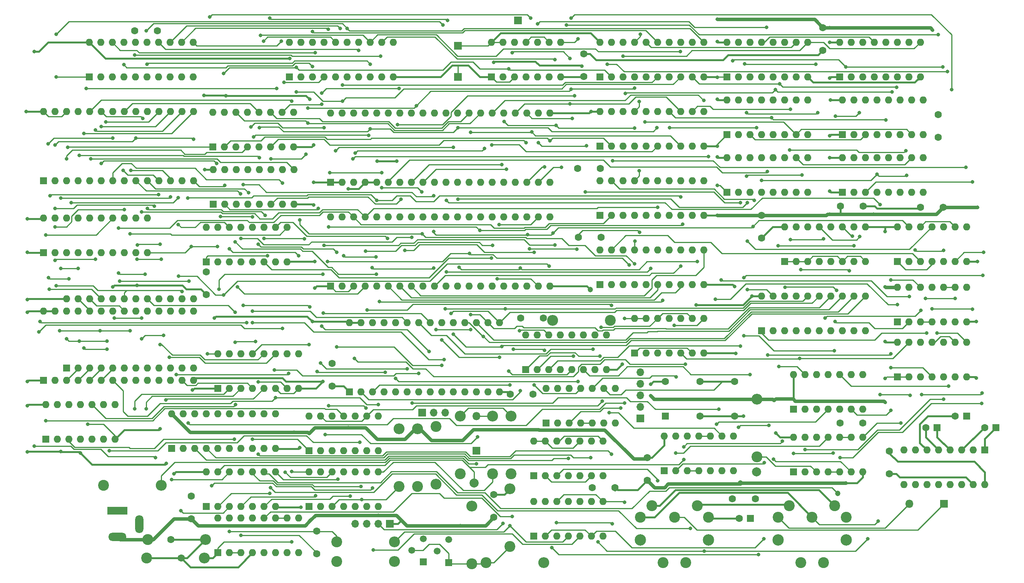
<source format=gbr>
%TF.GenerationSoftware,KiCad,Pcbnew,8.0.7-8.0.7-0~ubuntu22.04.1*%
%TF.CreationDate,2025-01-30T17:32:51+01:00*%
%TF.ProjectId,EVA1_production,45564131-5f70-4726-9f64-756374696f6e,rev?*%
%TF.SameCoordinates,Original*%
%TF.FileFunction,Copper,L2,Bot*%
%TF.FilePolarity,Positive*%
%FSLAX46Y46*%
G04 Gerber Fmt 4.6, Leading zero omitted, Abs format (unit mm)*
G04 Created by KiCad (PCBNEW 8.0.7-8.0.7-0~ubuntu22.04.1) date 2025-01-30 17:32:51*
%MOMM*%
%LPD*%
G01*
G04 APERTURE LIST*
%TA.AperFunction,ComponentPad*%
%ADD10R,1.700000X1.700000*%
%TD*%
%TA.AperFunction,ComponentPad*%
%ADD11O,1.700000X1.700000*%
%TD*%
%TA.AperFunction,ComponentPad*%
%ADD12R,1.600000X1.600000*%
%TD*%
%TA.AperFunction,ComponentPad*%
%ADD13O,1.600000X1.600000*%
%TD*%
%TA.AperFunction,ComponentPad*%
%ADD14C,1.600000*%
%TD*%
%TA.AperFunction,ComponentPad*%
%ADD15C,2.400000*%
%TD*%
%TA.AperFunction,ComponentPad*%
%ADD16O,2.400000X2.400000*%
%TD*%
%TA.AperFunction,ComponentPad*%
%ADD17R,1.500000X1.500000*%
%TD*%
%TA.AperFunction,ComponentPad*%
%ADD18C,1.500000*%
%TD*%
%TA.AperFunction,WasherPad*%
%ADD19C,2.500000*%
%TD*%
%TA.AperFunction,ComponentPad*%
%ADD20R,4.400000X1.800000*%
%TD*%
%TA.AperFunction,ComponentPad*%
%ADD21O,4.000000X1.800000*%
%TD*%
%TA.AperFunction,ComponentPad*%
%ADD22O,1.800000X4.000000*%
%TD*%
%TA.AperFunction,ComponentPad*%
%ADD23R,1.800000X1.800000*%
%TD*%
%TA.AperFunction,ComponentPad*%
%ADD24O,1.800000X1.800000*%
%TD*%
%TA.AperFunction,ComponentPad*%
%ADD25C,2.000000*%
%TD*%
%TA.AperFunction,ViaPad*%
%ADD26C,0.800000*%
%TD*%
%TA.AperFunction,ViaPad*%
%ADD27C,1.200000*%
%TD*%
%TA.AperFunction,Conductor*%
%ADD28C,0.250000*%
%TD*%
%TA.AperFunction,Conductor*%
%ADD29C,0.800000*%
%TD*%
%TA.AperFunction,Conductor*%
%ADD30C,0.400000*%
%TD*%
G04 APERTURE END LIST*
D10*
%TO.P,J9,1,Pin_1*%
%TO.N,GND*%
X102362000Y-133985000D03*
D11*
%TO.P,J9,2,Pin_2*%
%TO.N,/Video*%
X99822000Y-133985000D03*
%TO.P,J9,3,Pin_3*%
%TO.N,/CSYNC*%
X97282000Y-133985000D03*
%TO.P,J9,4,Pin_4*%
%TO.N,Net-(J9-Pin_4)*%
X94742000Y-133985000D03*
%TD*%
D12*
%TO.P,U26,1,OEa*%
%TO.N,/Graphic RAM\u002C MUX and Shiftregister/~{CPUH_En}*%
X148556630Y-50800000D03*
D13*
%TO.P,U26,2,I0a*%
%TO.N,/A7*%
X151096630Y-50800000D03*
%TO.P,U26,3,O3b*%
%TO.N,/Graphic RAM\u002C MUX and Shiftregister/VA7*%
X153636630Y-50800000D03*
%TO.P,U26,4,I1a*%
%TO.N,/A12*%
X156176630Y-50800000D03*
%TO.P,U26,5,O2b*%
%TO.N,/Graphic RAM\u002C MUX and Shiftregister/VA1*%
X158716630Y-50800000D03*
%TO.P,U26,6,I2a*%
%TO.N,/A10*%
X161256630Y-50800000D03*
%TO.P,U26,7,O1b*%
%TO.N,/Graphic RAM\u002C MUX and Shiftregister/VA6*%
X163796630Y-50800000D03*
%TO.P,U26,8,I3a*%
%TO.N,/A9*%
X166336630Y-50800000D03*
%TO.P,U26,9,O0b*%
%TO.N,/Graphic RAM\u002C MUX and Shiftregister/VA4*%
X168876630Y-50800000D03*
%TO.P,U26,10,GND*%
%TO.N,GND*%
X171416630Y-50800000D03*
%TO.P,U26,11,I0b*%
%TO.N,/A11*%
X171416630Y-43180000D03*
%TO.P,U26,12,O3a*%
%TO.N,/Graphic RAM\u002C MUX and Shiftregister/VA2*%
X168876630Y-43180000D03*
%TO.P,U26,13,I1b*%
%TO.N,/A13*%
X166336630Y-43180000D03*
%TO.P,U26,14,O2a*%
%TO.N,/Graphic RAM\u002C MUX and Shiftregister/VA3*%
X163796630Y-43180000D03*
%TO.P,U26,15,I2b*%
%TO.N,/A8*%
X161256630Y-43180000D03*
%TO.P,U26,16,O1a*%
%TO.N,/Graphic RAM\u002C MUX and Shiftregister/VA5*%
X158716630Y-43180000D03*
%TO.P,U26,17,I3b*%
%TO.N,GND*%
X156176630Y-43180000D03*
%TO.P,U26,18,O0a*%
%TO.N,/Graphic RAM\u002C MUX and Shiftregister/VA0*%
X153636630Y-43180000D03*
%TO.P,U26,19,OEb*%
%TO.N,/Graphic RAM\u002C MUX and Shiftregister/~{CPUH_En}*%
X151096630Y-43180000D03*
%TO.P,U26,20,VCC*%
%TO.N,+5V*%
X148556630Y-43180000D03*
%TD*%
D12*
%TO.P,U21,1,E*%
%TO.N,/~{E}*%
X132250000Y-100000000D03*
D13*
%TO.P,U21,2,A0*%
%TO.N,/A14*%
X134790000Y-100000000D03*
%TO.P,U21,3,A1*%
%TO.N,/A15*%
X137330000Y-100000000D03*
%TO.P,U21,4,O0*%
%TO.N,Net-(U21A-O0)*%
X139870000Y-100000000D03*
%TO.P,U21,5,O1*%
%TO.N,/~{4000}*%
X142410000Y-100000000D03*
%TO.P,U21,6,O2*%
%TO.N,/~{8000}*%
X144950000Y-100000000D03*
%TO.P,U21,7,O3*%
%TO.N,/~{CEROM}*%
X147490000Y-100000000D03*
%TO.P,U21,8,GND*%
%TO.N,GND*%
X150030000Y-100000000D03*
%TO.P,U21,9,O3*%
%TO.N,unconnected-(U21B-O3-Pad9)*%
X150030000Y-92380000D03*
%TO.P,U21,10,O2*%
%TO.N,unconnected-(U21B-O2-Pad10)*%
X147490000Y-92380000D03*
%TO.P,U21,11,O1*%
%TO.N,/~{1000}*%
X144950000Y-92380000D03*
%TO.P,U21,12,O0*%
%TO.N,unconnected-(U21B-O0-Pad12)*%
X142410000Y-92380000D03*
%TO.P,U21,13,A1*%
%TO.N,/A13*%
X139870000Y-92380000D03*
%TO.P,U21,14,A0*%
%TO.N,/A12*%
X137330000Y-92380000D03*
%TO.P,U21,15,E*%
%TO.N,Net-(U21A-O0)*%
X134790000Y-92380000D03*
%TO.P,U21,16,VCC*%
%TO.N,+5V*%
X132250000Y-92380000D03*
%TD*%
D12*
%TO.P,U31,1*%
%TO.N,/~{E}*%
X162750000Y-122250000D03*
D13*
%TO.P,U31,2*%
%TO.N,/~{8000}*%
X165290000Y-122250000D03*
%TO.P,U31,3*%
%TO.N,/Graphic RAM\u002C MUX and Shiftregister/~{GRAM_En}*%
X167830000Y-122250000D03*
%TO.P,U31,4*%
X170370000Y-122250000D03*
%TO.P,U31,5*%
%TO.N,/R{slash}~{W}*%
X172910000Y-122250000D03*
%TO.P,U31,6*%
%TO.N,Net-(U31-Pad6)*%
X175450000Y-122250000D03*
%TO.P,U31,7,GND*%
%TO.N,GND*%
X177990000Y-122250000D03*
%TO.P,U31,8*%
%TO.N,/Text RAM\u002C MUX and Shiftregister1/~{TRAMWE}*%
X177990000Y-114630000D03*
%TO.P,U31,9*%
%TO.N,/~{1000}*%
X175450000Y-114630000D03*
%TO.P,U31,10*%
%TO.N,Net-(U31-Pad10)*%
X172910000Y-114630000D03*
%TO.P,U31,11*%
X170370000Y-114630000D03*
%TO.P,U31,12*%
%TO.N,/Graphic RAM\u002C MUX and Shiftregister/RASCLKIN*%
X167830000Y-114630000D03*
%TO.P,U31,13*%
%TO.N,/R{slash}~{W}*%
X165290000Y-114630000D03*
%TO.P,U31,14,VCC*%
%TO.N,+5V*%
X162750000Y-114630000D03*
%TD*%
D12*
%TO.P,U4,1,~{R}*%
%TO.N,/Video Signal Genration/U18_4*%
X26670000Y-115316000D03*
D13*
%TO.P,U4,2,D*%
%TO.N,/LD7*%
X29210000Y-115316000D03*
%TO.P,U4,3,C*%
%TO.N,Net-(U4A-C)*%
X31750000Y-115316000D03*
%TO.P,U4,4,~{S}*%
%TO.N,+5V*%
X34290000Y-115316000D03*
%TO.P,U4,5,Q*%
%TO.N,Net-(U4A-Q)*%
X36830000Y-115316000D03*
%TO.P,U4,6,~{Q}*%
%TO.N,unconnected-(U4A-~{Q}-Pad6)*%
X39370000Y-115316000D03*
%TO.P,U4,7,GND*%
%TO.N,GND*%
X41910000Y-115316000D03*
%TO.P,U4,8,~{Q}*%
%TO.N,unconnected-(U4B-~{Q}-Pad8)*%
X41910000Y-107696000D03*
%TO.P,U4,9,Q*%
%TO.N,Net-(U4B-Q)*%
X39370000Y-107696000D03*
%TO.P,U4,10,~{S}*%
%TO.N,/~{INVERT}*%
X36830000Y-107696000D03*
%TO.P,U4,11,C*%
%TO.N,Net-(U4B-C)*%
X34290000Y-107696000D03*
%TO.P,U4,12,D*%
%TO.N,/LD7*%
X31750000Y-107696000D03*
%TO.P,U4,13,~{R}*%
%TO.N,/Video Signal Genration/U18_4*%
X29210000Y-107696000D03*
%TO.P,U4,14,VCC*%
%TO.N,+5V*%
X26670000Y-107696000D03*
%TD*%
D12*
%TO.P,C23,1*%
%TO.N,Net-(C23-Pad1)*%
X181705113Y-132750000D03*
D14*
%TO.P,C23,2*%
%TO.N,GND*%
X179205113Y-132750000D03*
%TD*%
%TO.P,C14,1*%
%TO.N,GND*%
X151892000Y-125984000D03*
%TO.P,C14,2*%
%TO.N,Net-(C14-Pad2)*%
X146892000Y-125984000D03*
%TD*%
D15*
%TO.P,R3,1*%
%TO.N,Net-(U4A-Q)*%
X39370000Y-125476000D03*
D16*
%TO.P,R3,2*%
%TO.N,Net-(D1-K)*%
X52070000Y-125476000D03*
%TD*%
D14*
%TO.P,C2,1*%
%TO.N,/~{LOAD}*%
X56468000Y-141478000D03*
%TO.P,C2,2*%
%TO.N,/LTDAT*%
X61468000Y-141478000D03*
%TD*%
%TO.P,C15,1*%
%TO.N,+5V*%
X159004000Y-119380000D03*
%TO.P,C15,2*%
%TO.N,GND*%
X159004000Y-124380000D03*
%TD*%
D12*
%TO.P,U40,1,A8*%
%TO.N,GND*%
X201930000Y-48260000D03*
D13*
%TO.P,U40,2,Din*%
%TO.N,/Graphic RAM\u002C MUX and Shiftregister/GD5*%
X204470000Y-48260000D03*
%TO.P,U40,3,~{WE}*%
%TO.N,/Graphic RAM\u002C MUX and Shiftregister/~{WE}*%
X207010000Y-48260000D03*
%TO.P,U40,4,~{RAS}*%
%TO.N,/~{RAS}*%
X209550000Y-48260000D03*
%TO.P,U40,5,A0*%
%TO.N,/Graphic RAM\u002C MUX and Shiftregister/VA0*%
X212090000Y-48260000D03*
%TO.P,U40,6,A2*%
%TO.N,/Graphic RAM\u002C MUX and Shiftregister/VA2*%
X214630000Y-48260000D03*
%TO.P,U40,7,A1*%
%TO.N,/Graphic RAM\u002C MUX and Shiftregister/VA1*%
X217170000Y-48260000D03*
%TO.P,U40,8,Vcc*%
%TO.N,+5V*%
X219710000Y-48260000D03*
%TO.P,U40,9,A7*%
%TO.N,/Graphic RAM\u002C MUX and Shiftregister/VA7*%
X219710000Y-40640000D03*
%TO.P,U40,10,A5*%
%TO.N,/Graphic RAM\u002C MUX and Shiftregister/VA5*%
X217170000Y-40640000D03*
%TO.P,U40,11,A4*%
%TO.N,/Graphic RAM\u002C MUX and Shiftregister/VA4*%
X214630000Y-40640000D03*
%TO.P,U40,12,A3*%
%TO.N,/Graphic RAM\u002C MUX and Shiftregister/VA3*%
X212090000Y-40640000D03*
%TO.P,U40,13,A6*%
%TO.N,/Graphic RAM\u002C MUX and Shiftregister/VA6*%
X209550000Y-40640000D03*
%TO.P,U40,14,Dout*%
%TO.N,/Graphic RAM\u002C MUX and Shiftregister/GD5*%
X207010000Y-40640000D03*
%TO.P,U40,15,~{CAS}*%
%TO.N,/Graphic RAM\u002C MUX and Shiftregister/~{CAS}*%
X204470000Y-40640000D03*
%TO.P,U40,16,GND*%
%TO.N,GND*%
X201930000Y-40640000D03*
%TD*%
D12*
%TO.P,U36,1,A->B*%
%TO.N,/Graphic RAM\u002C MUX and Shiftregister/~{WE}*%
X184150000Y-91440000D03*
D13*
%TO.P,U36,2,A0*%
%TO.N,unconnected-(U36-A0-Pad2)*%
X186690000Y-91440000D03*
%TO.P,U36,3,A1*%
%TO.N,unconnected-(U36-A1-Pad3)*%
X189230000Y-91440000D03*
%TO.P,U36,4,A2*%
%TO.N,/Graphic RAM\u002C MUX and Shiftregister/GD2*%
X191770000Y-91440000D03*
%TO.P,U36,5,A3*%
%TO.N,/Graphic RAM\u002C MUX and Shiftregister/GD3*%
X194310000Y-91440000D03*
%TO.P,U36,6,A4*%
%TO.N,/Graphic RAM\u002C MUX and Shiftregister/GD4*%
X196850000Y-91440000D03*
%TO.P,U36,7,A5*%
%TO.N,/Graphic RAM\u002C MUX and Shiftregister/GD5*%
X199390000Y-91440000D03*
%TO.P,U36,8,A6*%
%TO.N,/Graphic RAM\u002C MUX and Shiftregister/GD6*%
X201930000Y-91440000D03*
%TO.P,U36,9,A7*%
%TO.N,/Graphic RAM\u002C MUX and Shiftregister/GD7*%
X204470000Y-91440000D03*
%TO.P,U36,10,GND*%
%TO.N,GND*%
X207010000Y-91440000D03*
%TO.P,U36,11,B7*%
%TO.N,/D7*%
X207010000Y-83820000D03*
%TO.P,U36,12,B6*%
%TO.N,/D6*%
X204470000Y-83820000D03*
%TO.P,U36,13,B5*%
%TO.N,/D5*%
X201930000Y-83820000D03*
%TO.P,U36,14,B4*%
%TO.N,/D4*%
X199390000Y-83820000D03*
%TO.P,U36,15,B3*%
%TO.N,/D3*%
X196850000Y-83820000D03*
%TO.P,U36,16,B2*%
%TO.N,/D2*%
X194310000Y-83820000D03*
%TO.P,U36,17,B1*%
%TO.N,unconnected-(U36-B1-Pad17)*%
X191770000Y-83820000D03*
%TO.P,U36,18,B0*%
%TO.N,unconnected-(U36-B0-Pad18)*%
X189230000Y-83820000D03*
%TO.P,U36,19,CE*%
%TO.N,/~{8000}*%
X186690000Y-83820000D03*
%TO.P,U36,20,VCC*%
%TO.N,+5V*%
X184150000Y-83820000D03*
%TD*%
D12*
%TO.P,U41,1,A8*%
%TO.N,GND*%
X201930000Y-60960000D03*
D13*
%TO.P,U41,2,Din*%
%TO.N,/Graphic RAM\u002C MUX and Shiftregister/GD4*%
X204470000Y-60960000D03*
%TO.P,U41,3,~{WE}*%
%TO.N,/Graphic RAM\u002C MUX and Shiftregister/~{WE}*%
X207010000Y-60960000D03*
%TO.P,U41,4,~{RAS}*%
%TO.N,/~{RAS}*%
X209550000Y-60960000D03*
%TO.P,U41,5,A0*%
%TO.N,/Graphic RAM\u002C MUX and Shiftregister/VA0*%
X212090000Y-60960000D03*
%TO.P,U41,6,A2*%
%TO.N,/Graphic RAM\u002C MUX and Shiftregister/VA2*%
X214630000Y-60960000D03*
%TO.P,U41,7,A1*%
%TO.N,/Graphic RAM\u002C MUX and Shiftregister/VA1*%
X217170000Y-60960000D03*
%TO.P,U41,8,Vcc*%
%TO.N,+5V*%
X219710000Y-60960000D03*
%TO.P,U41,9,A7*%
%TO.N,/Graphic RAM\u002C MUX and Shiftregister/VA7*%
X219710000Y-53340000D03*
%TO.P,U41,10,A5*%
%TO.N,/Graphic RAM\u002C MUX and Shiftregister/VA5*%
X217170000Y-53340000D03*
%TO.P,U41,11,A4*%
%TO.N,/Graphic RAM\u002C MUX and Shiftregister/VA4*%
X214630000Y-53340000D03*
%TO.P,U41,12,A3*%
%TO.N,/Graphic RAM\u002C MUX and Shiftregister/VA3*%
X212090000Y-53340000D03*
%TO.P,U41,13,A6*%
%TO.N,/Graphic RAM\u002C MUX and Shiftregister/VA6*%
X209550000Y-53340000D03*
%TO.P,U41,14,Dout*%
%TO.N,/Graphic RAM\u002C MUX and Shiftregister/GD4*%
X207010000Y-53340000D03*
%TO.P,U41,15,~{CAS}*%
%TO.N,/Graphic RAM\u002C MUX and Shiftregister/~{CAS}*%
X204470000Y-53340000D03*
%TO.P,U41,16,GND*%
%TO.N,GND*%
X201930000Y-53340000D03*
%TD*%
D15*
%TO.P,R10,1*%
%TO.N,/Video*%
X129032000Y-122936000D03*
D16*
%TO.P,R10,2*%
%TO.N,+5V*%
X129032000Y-110236000D03*
%TD*%
D12*
%TO.P,U43,1*%
%TO.N,/~{CLK6M}*%
X213995000Y-89535000D03*
D13*
%TO.P,U43,2*%
%TO.N,Net-(U37-Pad11)*%
X216535000Y-89535000D03*
%TO.P,U43,3*%
%TO.N,Net-(U43-Pad3)*%
X219075000Y-89535000D03*
%TO.P,U43,4*%
X221615000Y-89535000D03*
%TO.P,U43,5*%
%TO.N,/Graphic RAM\u002C MUX and Shiftregister/RASCLKIN*%
X224155000Y-89535000D03*
%TO.P,U43,6*%
%TO.N,Net-(U42-Pad12)*%
X226695000Y-89535000D03*
%TO.P,U43,7,GND*%
%TO.N,GND*%
X229235000Y-89535000D03*
%TO.P,U43,8*%
%TO.N,unconnected-(U43-Pad8)*%
X229235000Y-81915000D03*
%TO.P,U43,9*%
%TO.N,GND*%
X226695000Y-81915000D03*
%TO.P,U43,10*%
X224155000Y-81915000D03*
%TO.P,U43,11*%
%TO.N,/Graphic RAM\u002C MUX and Shiftregister/~{WE}*%
X221615000Y-81915000D03*
%TO.P,U43,12*%
%TO.N,Net-(U31-Pad6)*%
X219075000Y-81915000D03*
%TO.P,U43,13*%
%TO.N,/~{RAS}*%
X216535000Y-81915000D03*
%TO.P,U43,14,VCC*%
%TO.N,+5V*%
X213995000Y-81915000D03*
%TD*%
D15*
%TO.P,R4,1*%
%TO.N,Net-(Q2-C)*%
X108458000Y-125730000D03*
D16*
%TO.P,R4,2*%
%TO.N,+5V*%
X108458000Y-113030000D03*
%TD*%
D12*
%TO.P,Y2,1,NC*%
%TO.N,unconnected-(Y2-NC-Pad1)*%
X163000000Y-110250000D03*
D14*
%TO.P,Y2,7,GND*%
%TO.N,GND*%
X178240000Y-110250000D03*
%TO.P,Y2,8,OUT*%
%TO.N,Net-(Y2-OUT)*%
X178240000Y-102630000D03*
%TO.P,Y2,14,Vcc*%
%TO.N,+5V*%
X163000000Y-102630000D03*
%TD*%
%TO.P,C33,1*%
%TO.N,+5V*%
X223012000Y-48895000D03*
%TO.P,C33,2*%
%TO.N,GND*%
X223012000Y-43895000D03*
%TD*%
D12*
%TO.P,U22,1*%
%TO.N,+5V*%
X136750000Y-111750000D03*
D13*
%TO.P,U22,2*%
%TO.N,unconnected-(U22-Pad2)*%
X139290000Y-111750000D03*
%TO.P,U22,3*%
%TO.N,/BL*%
X141830000Y-111750000D03*
%TO.P,U22,4*%
%TO.N,Net-(C14-Pad2)*%
X144370000Y-111750000D03*
%TO.P,U22,5*%
X146910000Y-111750000D03*
%TO.P,U22,6*%
%TO.N,Net-(U18-Pad13)*%
X149450000Y-111750000D03*
%TO.P,U22,7,GND*%
%TO.N,GND*%
X151990000Y-111750000D03*
%TO.P,U22,8*%
%TO.N,/CLK18M*%
X151990000Y-104130000D03*
%TO.P,U22,9*%
%TO.N,Net-(Y2-OUT)*%
X149450000Y-104130000D03*
%TO.P,U22,10*%
%TO.N,/~{E}*%
X146910000Y-104130000D03*
%TO.P,U22,11*%
%TO.N,/E*%
X144370000Y-104130000D03*
%TO.P,U22,12*%
%TO.N,/RASCRST*%
X141830000Y-104130000D03*
%TO.P,U22,13*%
%TO.N,Net-(C9-Pad1)*%
X139290000Y-104130000D03*
%TO.P,U22,14,VCC*%
%TO.N,+5V*%
X136750000Y-104130000D03*
%TD*%
D17*
%TO.P,Q3,1,C*%
%TO.N,Net-(Q2-B)*%
X115316000Y-142494000D03*
D18*
%TO.P,Q3,2,B*%
%TO.N,Net-(Q3-B)*%
X112776000Y-139954000D03*
%TO.P,Q3,3,E*%
%TO.N,GND*%
X115316000Y-137414000D03*
%TD*%
D15*
%TO.P,R5,1*%
%TO.N,Net-(U13B-RCext)*%
X90678000Y-142240000D03*
D16*
%TO.P,R5,2*%
%TO.N,+5V*%
X103378000Y-142240000D03*
%TD*%
D14*
%TO.P,C5,1*%
%TO.N,GND*%
X49182000Y-137414000D03*
%TO.P,C5,2*%
%TO.N,/~{LOAD}*%
X54182000Y-137414000D03*
%TD*%
D12*
%TO.P,U33,1,A8*%
%TO.N,GND*%
X176530000Y-48260000D03*
D13*
%TO.P,U33,2,Din*%
%TO.N,/Graphic RAM\u002C MUX and Shiftregister/GD2*%
X179070000Y-48260000D03*
%TO.P,U33,3,~{WE}*%
%TO.N,/Graphic RAM\u002C MUX and Shiftregister/~{WE}*%
X181610000Y-48260000D03*
%TO.P,U33,4,~{RAS}*%
%TO.N,/~{RAS}*%
X184150000Y-48260000D03*
%TO.P,U33,5,A0*%
%TO.N,/Graphic RAM\u002C MUX and Shiftregister/VA0*%
X186690000Y-48260000D03*
%TO.P,U33,6,A2*%
%TO.N,/Graphic RAM\u002C MUX and Shiftregister/VA2*%
X189230000Y-48260000D03*
%TO.P,U33,7,A1*%
%TO.N,/Graphic RAM\u002C MUX and Shiftregister/VA1*%
X191770000Y-48260000D03*
%TO.P,U33,8,Vcc*%
%TO.N,+5V*%
X194310000Y-48260000D03*
%TO.P,U33,9,A7*%
%TO.N,/Graphic RAM\u002C MUX and Shiftregister/VA7*%
X194310000Y-40640000D03*
%TO.P,U33,10,A5*%
%TO.N,/Graphic RAM\u002C MUX and Shiftregister/VA5*%
X191770000Y-40640000D03*
%TO.P,U33,11,A4*%
%TO.N,/Graphic RAM\u002C MUX and Shiftregister/VA4*%
X189230000Y-40640000D03*
%TO.P,U33,12,A3*%
%TO.N,/Graphic RAM\u002C MUX and Shiftregister/VA3*%
X186690000Y-40640000D03*
%TO.P,U33,13,A6*%
%TO.N,/Graphic RAM\u002C MUX and Shiftregister/VA6*%
X184150000Y-40640000D03*
%TO.P,U33,14,Dout*%
%TO.N,/Graphic RAM\u002C MUX and Shiftregister/GD2*%
X181610000Y-40640000D03*
%TO.P,U33,15,~{CAS}*%
%TO.N,/Graphic RAM\u002C MUX and Shiftregister/~{CAS}*%
X179070000Y-40640000D03*
%TO.P,U33,16,GND*%
%TO.N,GND*%
X176530000Y-40640000D03*
%TD*%
D14*
%TO.P,C29,1*%
%TO.N,+5V*%
X206462000Y-64008000D03*
%TO.P,C29,2*%
%TO.N,GND*%
X201462000Y-64008000D03*
%TD*%
D12*
%TO.P,U32,1,A8*%
%TO.N,GND*%
X176530000Y-35560000D03*
D13*
%TO.P,U32,2,Din*%
%TO.N,/Graphic RAM\u002C MUX and Shiftregister/GD6*%
X179070000Y-35560000D03*
%TO.P,U32,3,~{WE}*%
%TO.N,/Graphic RAM\u002C MUX and Shiftregister/~{WE}*%
X181610000Y-35560000D03*
%TO.P,U32,4,~{RAS}*%
%TO.N,/~{RAS}*%
X184150000Y-35560000D03*
%TO.P,U32,5,A0*%
%TO.N,/Graphic RAM\u002C MUX and Shiftregister/VA0*%
X186690000Y-35560000D03*
%TO.P,U32,6,A2*%
%TO.N,/Graphic RAM\u002C MUX and Shiftregister/VA2*%
X189230000Y-35560000D03*
%TO.P,U32,7,A1*%
%TO.N,/Graphic RAM\u002C MUX and Shiftregister/VA1*%
X191770000Y-35560000D03*
%TO.P,U32,8,Vcc*%
%TO.N,+5V*%
X194310000Y-35560000D03*
%TO.P,U32,9,A7*%
%TO.N,/Graphic RAM\u002C MUX and Shiftregister/VA7*%
X194310000Y-27940000D03*
%TO.P,U32,10,A5*%
%TO.N,/Graphic RAM\u002C MUX and Shiftregister/VA5*%
X191770000Y-27940000D03*
%TO.P,U32,11,A4*%
%TO.N,/Graphic RAM\u002C MUX and Shiftregister/VA4*%
X189230000Y-27940000D03*
%TO.P,U32,12,A3*%
%TO.N,/Graphic RAM\u002C MUX and Shiftregister/VA3*%
X186690000Y-27940000D03*
%TO.P,U32,13,A6*%
%TO.N,/Graphic RAM\u002C MUX and Shiftregister/VA6*%
X184150000Y-27940000D03*
%TO.P,U32,14,Dout*%
%TO.N,/Graphic RAM\u002C MUX and Shiftregister/GD6*%
X181610000Y-27940000D03*
%TO.P,U32,15,~{CAS}*%
%TO.N,/Graphic RAM\u002C MUX and Shiftregister/~{CAS}*%
X179070000Y-27940000D03*
%TO.P,U32,16,GND*%
%TO.N,GND*%
X176530000Y-27940000D03*
%TD*%
D14*
%TO.P,C25,1*%
%TO.N,+5V*%
X184150000Y-71040000D03*
%TO.P,C25,2*%
%TO.N,GND*%
X184150000Y-66040000D03*
%TD*%
D12*
%TO.P,U2,1,OE*%
%TO.N,+5V*%
X26162000Y-74295000D03*
D13*
%TO.P,U2,2,D0*%
%TO.N,/Text RAM\u002C MUX and Shiftregister1/TD0*%
X28702000Y-74295000D03*
%TO.P,U2,3,D1*%
%TO.N,/Text RAM\u002C MUX and Shiftregister1/TD1*%
X31242000Y-74295000D03*
%TO.P,U2,4,D2*%
%TO.N,/Text RAM\u002C MUX and Shiftregister1/TD2*%
X33782000Y-74295000D03*
%TO.P,U2,5,D3*%
%TO.N,/Text RAM\u002C MUX and Shiftregister1/TD3*%
X36322000Y-74295000D03*
%TO.P,U2,6,D4*%
%TO.N,/Text RAM\u002C MUX and Shiftregister1/TD4*%
X38862000Y-74295000D03*
%TO.P,U2,7,D5*%
%TO.N,/Text RAM\u002C MUX and Shiftregister1/TD5*%
X41402000Y-74295000D03*
%TO.P,U2,8,D6*%
%TO.N,/Text RAM\u002C MUX and Shiftregister1/TD6*%
X43942000Y-74295000D03*
%TO.P,U2,9,D7*%
%TO.N,/Text RAM\u002C MUX and Shiftregister1/TD7*%
X46482000Y-74295000D03*
%TO.P,U2,10,GND*%
%TO.N,GND*%
X49022000Y-74295000D03*
%TO.P,U2,11,Load*%
%TO.N,/LTDAT*%
X49022000Y-66675000D03*
%TO.P,U2,12,Q7*%
%TO.N,/LD7*%
X46482000Y-66675000D03*
%TO.P,U2,13,Q6*%
%TO.N,/Text RAM\u002C MUX and Shiftregister1/LD6*%
X43942000Y-66675000D03*
%TO.P,U2,14,Q5*%
%TO.N,/Text RAM\u002C MUX and Shiftregister1/LD5*%
X41402000Y-66675000D03*
%TO.P,U2,15,Q4*%
%TO.N,/Text RAM\u002C MUX and Shiftregister1/LD4*%
X38862000Y-66675000D03*
%TO.P,U2,16,Q3*%
%TO.N,/Text RAM\u002C MUX and Shiftregister1/LD3*%
X36322000Y-66675000D03*
%TO.P,U2,17,Q2*%
%TO.N,/Text RAM\u002C MUX and Shiftregister1/LD2*%
X33782000Y-66675000D03*
%TO.P,U2,18,Q1*%
%TO.N,/Text RAM\u002C MUX and Shiftregister1/LD1*%
X31242000Y-66675000D03*
%TO.P,U2,19,Q0*%
%TO.N,/Text RAM\u002C MUX and Shiftregister1/LD0*%
X28702000Y-66675000D03*
%TO.P,U2,20,VCC*%
%TO.N,+5V*%
X26162000Y-66675000D03*
%TD*%
D12*
%TO.P,U38,1*%
%TO.N,Net-(U37-Pad11)*%
X191135000Y-122555000D03*
D13*
%TO.P,U38,2*%
%TO.N,Net-(U38-Pad2)*%
X193675000Y-122555000D03*
%TO.P,U38,3*%
%TO.N,Net-(C23-Pad1)*%
X196215000Y-122555000D03*
%TO.P,U38,4*%
%TO.N,/RST*%
X198755000Y-122555000D03*
%TO.P,U38,5*%
X201295000Y-122555000D03*
%TO.P,U38,6*%
%TO.N,/~{RST}*%
X203835000Y-122555000D03*
%TO.P,U38,7,GND*%
%TO.N,GND*%
X206375000Y-122555000D03*
%TO.P,U38,8*%
%TO.N,/~{RAS}*%
X206375000Y-114935000D03*
%TO.P,U38,9*%
%TO.N,Net-(C30-Pad1)*%
X203835000Y-114935000D03*
%TO.P,U38,10*%
X201295000Y-114935000D03*
%TO.P,U38,11*%
%TO.N,/Graphic RAM\u002C MUX and Shiftregister/RASCLKIN*%
X198755000Y-114935000D03*
%TO.P,U38,12*%
%TO.N,Net-(U37-Pad12)*%
X196215000Y-114935000D03*
%TO.P,U38,13*%
%TO.N,/CLK6M*%
X193675000Y-114935000D03*
%TO.P,U38,14,VCC*%
%TO.N,+5V*%
X191135000Y-114935000D03*
%TD*%
D15*
%TO.P,R7,1*%
%TO.N,/CSYNC*%
X104394000Y-125730000D03*
D16*
%TO.P,R7,2*%
%TO.N,Net-(Q3-B)*%
X104394000Y-113030000D03*
%TD*%
D12*
%TO.P,U35,1,Ds*%
%TO.N,GND*%
X189230000Y-76200000D03*
D13*
%TO.P,U35,2,A*%
X191770000Y-76200000D03*
%TO.P,U35,3,B*%
X194310000Y-76200000D03*
%TO.P,U35,4,C*%
%TO.N,/Graphic RAM\u002C MUX and Shiftregister/GD2*%
X196850000Y-76200000D03*
%TO.P,U35,5,D*%
%TO.N,/Graphic RAM\u002C MUX and Shiftregister/GD3*%
X199390000Y-76200000D03*
%TO.P,U35,6,CE*%
%TO.N,GND*%
X201930000Y-76200000D03*
%TO.P,U35,7,Clk*%
%TO.N,/GDOTCLK*%
X204470000Y-76200000D03*
%TO.P,U35,8,GND*%
%TO.N,GND*%
X207010000Y-76200000D03*
%TO.P,U35,9,Clr*%
%TO.N,+5V*%
X207010000Y-68580000D03*
%TO.P,U35,10,E*%
%TO.N,/Graphic RAM\u002C MUX and Shiftregister/GD4*%
X204470000Y-68580000D03*
%TO.P,U35,11,F*%
%TO.N,/Graphic RAM\u002C MUX and Shiftregister/GD5*%
X201930000Y-68580000D03*
%TO.P,U35,12,G*%
%TO.N,/Graphic RAM\u002C MUX and Shiftregister/GD6*%
X199390000Y-68580000D03*
%TO.P,U35,13,Qh*%
%TO.N,/GDAT*%
X196850000Y-68580000D03*
%TO.P,U35,14,H*%
%TO.N,/Graphic RAM\u002C MUX and Shiftregister/GD7*%
X194310000Y-68580000D03*
%TO.P,U35,15,PE*%
%TO.N,/~{LOAD}*%
X191770000Y-68580000D03*
%TO.P,U35,16,VCC*%
%TO.N,+5V*%
X189230000Y-68580000D03*
%TD*%
D12*
%TO.P,U8,1,S*%
%TO.N,/~{1000}*%
X61976000Y-76327000D03*
D13*
%TO.P,U8,2,I0a*%
%TO.N,/A0*%
X64516000Y-76327000D03*
%TO.P,U8,3,I1a*%
%TO.N,/V0*%
X67056000Y-76327000D03*
%TO.P,U8,4,Za*%
%TO.N,/Text RAM\u002C MUX and Shiftregister1/TA0*%
X69596000Y-76327000D03*
%TO.P,U8,5,I0b*%
%TO.N,/A11*%
X72136000Y-76327000D03*
%TO.P,U8,6,I1b*%
%TO.N,/V11*%
X74676000Y-76327000D03*
%TO.P,U8,7,Zb*%
%TO.N,/Text RAM\u002C MUX and Shiftregister1/TA11*%
X77216000Y-76327000D03*
%TO.P,U8,8,GND*%
%TO.N,GND*%
X79756000Y-76327000D03*
%TO.P,U8,9,Zc*%
%TO.N,/Text RAM\u002C MUX and Shiftregister1/TA2*%
X79756000Y-68707000D03*
%TO.P,U8,10,I1c*%
%TO.N,/V2*%
X77216000Y-68707000D03*
%TO.P,U8,11,I0c*%
%TO.N,/A2*%
X74676000Y-68707000D03*
%TO.P,U8,12,Zd*%
%TO.N,/Text RAM\u002C MUX and Shiftregister1/TA4*%
X72136000Y-68707000D03*
%TO.P,U8,13,I1d*%
%TO.N,/V4*%
X69596000Y-68707000D03*
%TO.P,U8,14,I0d*%
%TO.N,/A4*%
X67056000Y-68707000D03*
%TO.P,U8,15,E*%
%TO.N,GND*%
X64516000Y-68707000D03*
%TO.P,U8,16,VCC*%
%TO.N,+5V*%
X61976000Y-68707000D03*
%TD*%
D12*
%TO.P,U44,1*%
%TO.N,+5V*%
X213995000Y-101600000D03*
D13*
%TO.P,U44,2*%
X216535000Y-101600000D03*
%TO.P,U44,3*%
%TO.N,unconnected-(U44-Pad3)*%
X219075000Y-101600000D03*
%TO.P,U44,4*%
%TO.N,Net-(U37-Pad6)*%
X221615000Y-101600000D03*
%TO.P,U44,5*%
%TO.N,Net-(U38-Pad2)*%
X224155000Y-101600000D03*
%TO.P,U44,6*%
%TO.N,/Graphic RAM\u002C MUX and Shiftregister/~{CAS}*%
X226695000Y-101600000D03*
%TO.P,U44,7,GND*%
%TO.N,GND*%
X229235000Y-101600000D03*
%TO.P,U44,8*%
%TO.N,Net-(U42-Pad1)*%
X229235000Y-93980000D03*
%TO.P,U44,9*%
%TO.N,Net-(U44-Pad11)*%
X226695000Y-93980000D03*
%TO.P,U44,10*%
%TO.N,/Graphic RAM\u002C MUX and Shiftregister/RASCLKIN*%
X224155000Y-93980000D03*
%TO.P,U44,11*%
%TO.N,Net-(U44-Pad11)*%
X221615000Y-93980000D03*
%TO.P,U44,12*%
%TO.N,/CPUCLK*%
X219075000Y-93980000D03*
%TO.P,U44,13*%
%TO.N,/CLK6M*%
X216535000Y-93980000D03*
%TO.P,U44,14,VCC*%
%TO.N,+5V*%
X213995000Y-93980000D03*
%TD*%
D12*
%TO.P,U9,1,VPP*%
%TO.N,+5V*%
X26162000Y-102362000D03*
D13*
%TO.P,U9,2,A12*%
%TO.N,/CHARSET*%
X28702000Y-102362000D03*
%TO.P,U9,3,A7*%
%TO.N,/Text RAM\u002C MUX and Shiftregister1/LD3*%
X31242000Y-102362000D03*
%TO.P,U9,4,A6*%
%TO.N,/Text RAM\u002C MUX and Shiftregister1/LD2*%
X33782000Y-102362000D03*
%TO.P,U9,5,A5*%
%TO.N,/Text RAM\u002C MUX and Shiftregister1/LD1*%
X36322000Y-102362000D03*
%TO.P,U9,6,A4*%
%TO.N,/Text RAM\u002C MUX and Shiftregister1/LD0*%
X38862000Y-102362000D03*
%TO.P,U9,7,A3*%
%TO.N,/R3*%
X41402000Y-102362000D03*
%TO.P,U9,8,A2*%
%TO.N,/R2*%
X43942000Y-102362000D03*
%TO.P,U9,9,A1*%
%TO.N,/R1*%
X46482000Y-102362000D03*
%TO.P,U9,10,A0*%
%TO.N,/R0*%
X49022000Y-102362000D03*
%TO.P,U9,11,D0*%
%TO.N,/CI*%
X51562000Y-102362000D03*
%TO.P,U9,12,D1*%
%TO.N,/SI*%
X54102000Y-102362000D03*
%TO.P,U9,13,D2*%
%TO.N,/Text RAM\u002C MUX and Shiftregister1/XD2*%
X56642000Y-102362000D03*
%TO.P,U9,14,GND*%
%TO.N,GND*%
X59182000Y-102362000D03*
%TO.P,U9,15,D3*%
%TO.N,/Text RAM\u002C MUX and Shiftregister1/XD3*%
X59182000Y-87122000D03*
%TO.P,U9,16,D4*%
%TO.N,/Text RAM\u002C MUX and Shiftregister1/XD4*%
X56642000Y-87122000D03*
%TO.P,U9,17,D5*%
%TO.N,/Text RAM\u002C MUX and Shiftregister1/XD5*%
X54102000Y-87122000D03*
%TO.P,U9,18,D6*%
%TO.N,/Text RAM\u002C MUX and Shiftregister1/XD6*%
X51562000Y-87122000D03*
%TO.P,U9,19,D7*%
%TO.N,/Text RAM\u002C MUX and Shiftregister1/XD7*%
X49022000Y-87122000D03*
%TO.P,U9,20,~{CE}*%
%TO.N,GND*%
X46482000Y-87122000D03*
%TO.P,U9,21,A10*%
%TO.N,/Text RAM\u002C MUX and Shiftregister1/LD6*%
X43942000Y-87122000D03*
%TO.P,U9,22,~{OE}*%
%TO.N,GND*%
X41402000Y-87122000D03*
%TO.P,U9,23,A11*%
%TO.N,/LD7*%
X38862000Y-87122000D03*
%TO.P,U9,24,A9*%
%TO.N,/Text RAM\u002C MUX and Shiftregister1/LD5*%
X36322000Y-87122000D03*
%TO.P,U9,25,A8*%
%TO.N,/Text RAM\u002C MUX and Shiftregister1/LD4*%
X33782000Y-87122000D03*
%TO.P,U9,26,NC*%
%TO.N,unconnected-(U9-NC-Pad26)*%
X31242000Y-87122000D03*
%TO.P,U9,27,~{PGM}*%
%TO.N,+5V*%
X28702000Y-87122000D03*
%TO.P,U9,28,VCC*%
X26162000Y-87122000D03*
%TD*%
D10*
%TO.P,J2,1,Pin_1*%
%TO.N,Net-(J2-Pin_1)*%
X109474000Y-109474000D03*
D11*
%TO.P,J2,2,Pin_2*%
%TO.N,GND*%
X112014000Y-109474000D03*
%TO.P,J2,3,Pin_3*%
%TO.N,Net-(J2-Pin_3)*%
X114554000Y-109474000D03*
%TD*%
D10*
%TO.P,J6,1,Pin_1*%
%TO.N,+5V*%
X117348000Y-28702000D03*
%TD*%
D12*
%TO.P,U6,1,S*%
%TO.N,/~{1000}*%
X63441515Y-50975801D03*
D13*
%TO.P,U6,2,I0a*%
%TO.N,/A7*%
X65981515Y-50975801D03*
%TO.P,U6,3,I1a*%
%TO.N,/V7*%
X68521515Y-50975801D03*
%TO.P,U6,4,Za*%
%TO.N,/Text RAM\u002C MUX and Shiftregister1/TA7*%
X71061515Y-50975801D03*
%TO.P,U6,5,I0b*%
%TO.N,/A8*%
X73601515Y-50975801D03*
%TO.P,U6,6,I1b*%
%TO.N,/V8*%
X76141515Y-50975801D03*
%TO.P,U6,7,Zb*%
%TO.N,/Text RAM\u002C MUX and Shiftregister1/TA8*%
X78681515Y-50975801D03*
%TO.P,U6,8,GND*%
%TO.N,GND*%
X81221515Y-50975801D03*
%TO.P,U6,9,Zc*%
%TO.N,/Text RAM\u002C MUX and Shiftregister1/TA9*%
X81221515Y-43355801D03*
%TO.P,U6,10,I1c*%
%TO.N,/V9*%
X78681515Y-43355801D03*
%TO.P,U6,11,I0c*%
%TO.N,/A9*%
X76141515Y-43355801D03*
%TO.P,U6,12,Zd*%
%TO.N,/Text RAM\u002C MUX and Shiftregister1/TA10*%
X73601515Y-43355801D03*
%TO.P,U6,13,I1d*%
%TO.N,/V10*%
X71061515Y-43355801D03*
%TO.P,U6,14,I0d*%
%TO.N,/A10*%
X68521515Y-43355801D03*
%TO.P,U6,15,E*%
%TO.N,GND*%
X65981515Y-43355801D03*
%TO.P,U6,16,VCC*%
%TO.N,+5V*%
X63441515Y-43355801D03*
%TD*%
D12*
%TO.P,U17,1,VPP*%
%TO.N,+5V*%
X93472000Y-104902000D03*
D13*
%TO.P,U17,2,A12*%
%TO.N,/A12*%
X96012000Y-104902000D03*
%TO.P,U17,3,A7*%
%TO.N,/A7*%
X98552000Y-104902000D03*
%TO.P,U17,4,A6*%
%TO.N,/A6*%
X101092000Y-104902000D03*
%TO.P,U17,5,A5*%
%TO.N,/A5*%
X103632000Y-104902000D03*
%TO.P,U17,6,A4*%
%TO.N,/A4*%
X106172000Y-104902000D03*
%TO.P,U17,7,A3*%
%TO.N,/A3*%
X108712000Y-104902000D03*
%TO.P,U17,8,A2*%
%TO.N,/A2*%
X111252000Y-104902000D03*
%TO.P,U17,9,A1*%
%TO.N,/A1*%
X113792000Y-104902000D03*
%TO.P,U17,10,A0*%
%TO.N,/A0*%
X116332000Y-104902000D03*
%TO.P,U17,11,D0*%
%TO.N,/D0*%
X118872000Y-104902000D03*
%TO.P,U17,12,D1*%
%TO.N,/D1*%
X121412000Y-104902000D03*
%TO.P,U17,13,D2*%
%TO.N,/D2*%
X123952000Y-104902000D03*
%TO.P,U17,14,GND*%
%TO.N,GND*%
X126492000Y-104902000D03*
%TO.P,U17,15,D3*%
%TO.N,/D3*%
X126492000Y-89662000D03*
%TO.P,U17,16,D4*%
%TO.N,/D4*%
X123952000Y-89662000D03*
%TO.P,U17,17,D5*%
%TO.N,/D5*%
X121412000Y-89662000D03*
%TO.P,U17,18,D6*%
%TO.N,/D6*%
X118872000Y-89662000D03*
%TO.P,U17,19,D7*%
%TO.N,/D7*%
X116332000Y-89662000D03*
%TO.P,U17,20,~{CE}*%
%TO.N,GND*%
X113792000Y-89662000D03*
%TO.P,U17,21,A10*%
%TO.N,/A10*%
X111252000Y-89662000D03*
%TO.P,U17,22,~{OE}*%
%TO.N,/~{CEROM}*%
X108712000Y-89662000D03*
%TO.P,U17,23,A11*%
%TO.N,/A11*%
X106172000Y-89662000D03*
%TO.P,U17,24,A9*%
%TO.N,/A9*%
X103632000Y-89662000D03*
%TO.P,U17,25,A8*%
%TO.N,/A8*%
X101092000Y-89662000D03*
%TO.P,U17,26,NC*%
%TO.N,unconnected-(U17-NC-Pad26)*%
X98552000Y-89662000D03*
%TO.P,U17,27,~{PGM}*%
%TO.N,+5V*%
X96012000Y-89662000D03*
%TO.P,U17,28,VCC*%
X93472000Y-89662000D03*
%TD*%
D14*
%TO.P,C1,1*%
%TO.N,+5V*%
X46228000Y-25400000D03*
%TO.P,C1,2*%
%TO.N,GND*%
X51228000Y-25400000D03*
%TD*%
%TO.P,C22,1*%
%TO.N,Net-(C22-Pad1)*%
X182750000Y-128500000D03*
%TO.P,C22,2*%
%TO.N,GND*%
X177750000Y-128500000D03*
%TD*%
D19*
%TO.P,J5,*%
%TO.N,*%
X187750000Y-137500000D03*
X202750000Y-137500000D03*
D15*
%TO.P,J5,1*%
%TO.N,GND*%
X202750000Y-132500000D03*
%TO.P,J5,2*%
%TO.N,/Din*%
X195250000Y-132500000D03*
%TO.P,J5,3*%
%TO.N,Net-(D2-A)*%
X187750000Y-132500000D03*
%TO.P,J5,4*%
%TO.N,Net-(J4-Pad5)*%
X200250000Y-130000000D03*
%TO.P,J5,5*%
%TO.N,Net-(J4-Pad4)*%
X190250000Y-130000000D03*
%TO.P,J5,6*%
%TO.N,N/C*%
X192750000Y-142500000D03*
X197750000Y-142500000D03*
%TD*%
%TO.P,R9,1*%
%TO.N,Net-(R9-Pad1)*%
X124968000Y-122936000D03*
D16*
%TO.P,R9,2*%
%TO.N,/Video*%
X124968000Y-110236000D03*
%TD*%
D12*
%TO.P,U10,1,Ds*%
%TO.N,GND*%
X64516000Y-104140000D03*
D13*
%TO.P,U10,2,A*%
%TO.N,Net-(JP1-C)*%
X67056000Y-104140000D03*
%TO.P,U10,3,B*%
%TO.N,Net-(JP2-C)*%
X69596000Y-104140000D03*
%TO.P,U10,4,C*%
%TO.N,/Text RAM\u002C MUX and Shiftregister1/XD2*%
X72136000Y-104140000D03*
%TO.P,U10,5,D*%
%TO.N,/Text RAM\u002C MUX and Shiftregister1/XD3*%
X74676000Y-104140000D03*
%TO.P,U10,6,CE*%
%TO.N,GND*%
X77216000Y-104140000D03*
%TO.P,U10,7,Clk*%
%TO.N,/TDOTCLK*%
X79756000Y-104140000D03*
%TO.P,U10,8,GND*%
%TO.N,GND*%
X82296000Y-104140000D03*
%TO.P,U10,9,Clr*%
%TO.N,+5V*%
X82296000Y-96520000D03*
%TO.P,U10,10,E*%
%TO.N,/Text RAM\u002C MUX and Shiftregister1/XD4*%
X79756000Y-96520000D03*
%TO.P,U10,11,F*%
%TO.N,/Text RAM\u002C MUX and Shiftregister1/XD5*%
X77216000Y-96520000D03*
%TO.P,U10,12,G*%
%TO.N,/Text RAM\u002C MUX and Shiftregister1/XD6*%
X74676000Y-96520000D03*
%TO.P,U10,13,Qh*%
%TO.N,/TDAT*%
X72136000Y-96520000D03*
%TO.P,U10,14,H*%
%TO.N,/Text RAM\u002C MUX and Shiftregister1/XD7*%
X69596000Y-96520000D03*
%TO.P,U10,15,PE*%
%TO.N,/~{LOAD}*%
X67056000Y-96520000D03*
%TO.P,U10,16,VCC*%
%TO.N,+5V*%
X64516000Y-96520000D03*
%TD*%
D12*
%TO.P,U39,1,A8*%
%TO.N,GND*%
X201295000Y-35560000D03*
D13*
%TO.P,U39,2,Din*%
%TO.N,/Graphic RAM\u002C MUX and Shiftregister/GD3*%
X203835000Y-35560000D03*
%TO.P,U39,3,~{WE}*%
%TO.N,/Graphic RAM\u002C MUX and Shiftregister/~{WE}*%
X206375000Y-35560000D03*
%TO.P,U39,4,~{RAS}*%
%TO.N,/~{RAS}*%
X208915000Y-35560000D03*
%TO.P,U39,5,A0*%
%TO.N,/Graphic RAM\u002C MUX and Shiftregister/VA0*%
X211455000Y-35560000D03*
%TO.P,U39,6,A2*%
%TO.N,/Graphic RAM\u002C MUX and Shiftregister/VA2*%
X213995000Y-35560000D03*
%TO.P,U39,7,A1*%
%TO.N,/Graphic RAM\u002C MUX and Shiftregister/VA1*%
X216535000Y-35560000D03*
%TO.P,U39,8,Vcc*%
%TO.N,+5V*%
X219075000Y-35560000D03*
%TO.P,U39,9,A7*%
%TO.N,/Graphic RAM\u002C MUX and Shiftregister/VA7*%
X219075000Y-27940000D03*
%TO.P,U39,10,A5*%
%TO.N,/Graphic RAM\u002C MUX and Shiftregister/VA5*%
X216535000Y-27940000D03*
%TO.P,U39,11,A4*%
%TO.N,/Graphic RAM\u002C MUX and Shiftregister/VA4*%
X213995000Y-27940000D03*
%TO.P,U39,12,A3*%
%TO.N,/Graphic RAM\u002C MUX and Shiftregister/VA3*%
X211455000Y-27940000D03*
%TO.P,U39,13,A6*%
%TO.N,/Graphic RAM\u002C MUX and Shiftregister/VA6*%
X208915000Y-27940000D03*
%TO.P,U39,14,Dout*%
%TO.N,/Graphic RAM\u002C MUX and Shiftregister/GD3*%
X206375000Y-27940000D03*
%TO.P,U39,15,~{CAS}*%
%TO.N,/Graphic RAM\u002C MUX and Shiftregister/~{CAS}*%
X203835000Y-27940000D03*
%TO.P,U39,16,GND*%
%TO.N,GND*%
X201295000Y-27940000D03*
%TD*%
D12*
%TO.P,U45,1,I1/CLK*%
%TO.N,/HIRES*%
X54356000Y-117348000D03*
D13*
%TO.P,U45,2,I2*%
%TO.N,/4M6*%
X56896000Y-117348000D03*
%TO.P,U45,3,I3*%
%TO.N,/E*%
X59436000Y-117348000D03*
%TO.P,U45,4,I4*%
%TO.N,/E_half*%
X61976000Y-117348000D03*
%TO.P,U45,5,I5*%
%TO.N,Net-(U24A-Q)*%
X64516000Y-117348000D03*
%TO.P,U45,6,I6*%
%TO.N,unconnected-(U45-I6-Pad6)*%
X67056000Y-117348000D03*
%TO.P,U45,7,I7*%
%TO.N,unconnected-(U45-I7-Pad7)*%
X69596000Y-117348000D03*
%TO.P,U45,8,I8*%
%TO.N,unconnected-(U45-I8-Pad8)*%
X72136000Y-117348000D03*
%TO.P,U45,9,I9*%
%TO.N,/Text RAM\u002C MUX and Shiftregister1/~{TRAMWE}*%
X74676000Y-117348000D03*
%TO.P,U45,10,GND*%
%TO.N,GND*%
X77216000Y-117348000D03*
%TO.P,U45,11,I10/~{OE}*%
%TO.N,/R3*%
X77216000Y-109728000D03*
%TO.P,U45,12,IO8*%
%TO.N,/TDOTCLK*%
X74676000Y-109728000D03*
%TO.P,U45,13,IO7*%
%TO.N,/~{R3}*%
X72136000Y-109728000D03*
%TO.P,U45,14,IO6*%
%TO.N,/Text RAM\u002C MUX and Shiftregister1/TRAMWE*%
X69596000Y-109728000D03*
%TO.P,U45,15,IO5*%
%TO.N,unconnected-(U45-IO5-Pad15)*%
X67056000Y-109728000D03*
%TO.P,U45,16,IO4*%
%TO.N,unconnected-(U45-IO4-Pad16)*%
X64516000Y-109728000D03*
%TO.P,U45,17,I03*%
%TO.N,unconnected-(U45-I03-Pad17)*%
X61976000Y-109728000D03*
%TO.P,U45,18,IO2*%
%TO.N,unconnected-(U45-IO2-Pad18)*%
X59436000Y-109728000D03*
%TO.P,U45,19,IO1*%
%TO.N,/LTDAT*%
X56896000Y-109728000D03*
%TO.P,U45,20,VCC*%
%TO.N,+5V*%
X54356000Y-109728000D03*
%TD*%
D20*
%TO.P,J8,1*%
%TO.N,+5V*%
X42418000Y-131064000D03*
D21*
%TO.P,J8,2*%
%TO.N,GND*%
X42418000Y-136864000D03*
D22*
%TO.P,J8,3*%
%TO.N,unconnected-(J8-Pad3)*%
X47218000Y-134064000D03*
%TD*%
D17*
%TO.P,Q2,1,C*%
%TO.N,Net-(Q2-C)*%
X109728000Y-142367000D03*
D18*
%TO.P,Q2,2,B*%
%TO.N,Net-(Q2-B)*%
X107188000Y-139827000D03*
%TO.P,Q2,3,E*%
%TO.N,Net-(J2-Pin_1)*%
X109728000Y-137287000D03*
%TD*%
D12*
%TO.P,U24,1,~{R}*%
%TO.N,Net-(JP3-A)*%
X134004998Y-136704998D03*
D13*
%TO.P,U24,2,D*%
%TO.N,/GDOTCLK*%
X136544998Y-136704998D03*
%TO.P,U24,3,C*%
%TO.N,/CLK18M*%
X139084998Y-136704998D03*
%TO.P,U24,4,~{S}*%
%TO.N,+5V*%
X141624998Y-136704998D03*
%TO.P,U24,5,Q*%
%TO.N,Net-(U24A-Q)*%
X144164998Y-136704998D03*
%TO.P,U24,6,~{Q}*%
%TO.N,/GDOTCLK*%
X146704998Y-136704998D03*
%TO.P,U24,7,GND*%
%TO.N,GND*%
X149244998Y-136704998D03*
%TO.P,U24,8,~{Q}*%
%TO.N,/4M6*%
X149244998Y-129084998D03*
%TO.P,U24,9,Q*%
%TO.N,unconnected-(U24B-Q-Pad9)*%
X146704998Y-129084998D03*
%TO.P,U24,10,~{S}*%
%TO.N,+5V*%
X144164998Y-129084998D03*
%TO.P,U24,11,C*%
%TO.N,/GDOTCLK*%
X141624998Y-129084998D03*
%TO.P,U24,12,D*%
%TO.N,/4M6*%
X139084998Y-129084998D03*
%TO.P,U24,13,~{R}*%
%TO.N,/RASCRST*%
X136544998Y-129084998D03*
%TO.P,U24,14,VCC*%
%TO.N,+5V*%
X134004998Y-129084998D03*
%TD*%
D12*
%TO.P,U42,1*%
%TO.N,Net-(U42-Pad1)*%
X213995000Y-76200000D03*
D13*
%TO.P,U42,2*%
%TO.N,/E*%
X216535000Y-76200000D03*
%TO.P,U42,3*%
%TO.N,/Graphic RAM\u002C MUX and Shiftregister/~{6845H_En}*%
X219075000Y-76200000D03*
%TO.P,U42,4*%
%TO.N,Net-(U42-Pad1)*%
X221615000Y-76200000D03*
%TO.P,U42,5*%
%TO.N,/Graphic RAM\u002C MUX and Shiftregister/~{GRAM_En}*%
X224155000Y-76200000D03*
%TO.P,U42,6*%
%TO.N,/Graphic RAM\u002C MUX and Shiftregister/~{CPUL_En}*%
X226695000Y-76200000D03*
%TO.P,U42,7,GND*%
%TO.N,GND*%
X229235000Y-76200000D03*
%TO.P,U42,8*%
%TO.N,/Graphic RAM\u002C MUX and Shiftregister/~{CPUH_En}*%
X229235000Y-68580000D03*
%TO.P,U42,9*%
%TO.N,Net-(U42-Pad12)*%
X226695000Y-68580000D03*
%TO.P,U42,10*%
%TO.N,/Graphic RAM\u002C MUX and Shiftregister/~{GRAM_En}*%
X224155000Y-68580000D03*
%TO.P,U42,11*%
%TO.N,/Graphic RAM\u002C MUX and Shiftregister/~{6845L_En}*%
X221615000Y-68580000D03*
%TO.P,U42,12*%
%TO.N,Net-(U42-Pad12)*%
X219075000Y-68580000D03*
%TO.P,U42,13*%
%TO.N,/E*%
X216535000Y-68580000D03*
%TO.P,U42,14,VCC*%
%TO.N,+5V*%
X213995000Y-68580000D03*
%TD*%
D12*
%TO.P,U25,1,OEa*%
%TO.N,/Graphic RAM\u002C MUX and Shiftregister/~{CPUL_En}*%
X148556630Y-35560000D03*
D13*
%TO.P,U25,2,I0a*%
%TO.N,/A0*%
X151096630Y-35560000D03*
%TO.P,U25,3,O3b*%
%TO.N,/Graphic RAM\u002C MUX and Shiftregister/VA7*%
X153636630Y-35560000D03*
%TO.P,U25,4,I1a*%
%TO.N,/A5*%
X156176630Y-35560000D03*
%TO.P,U25,5,O2b*%
%TO.N,/Graphic RAM\u002C MUX and Shiftregister/VA1*%
X158716630Y-35560000D03*
%TO.P,U25,6,I2a*%
%TO.N,/A3*%
X161256630Y-35560000D03*
%TO.P,U25,7,O1b*%
%TO.N,/Graphic RAM\u002C MUX and Shiftregister/VA6*%
X163796630Y-35560000D03*
%TO.P,U25,8,I3a*%
%TO.N,/A2*%
X166336630Y-35560000D03*
%TO.P,U25,9,O0b*%
%TO.N,/Graphic RAM\u002C MUX and Shiftregister/VA4*%
X168876630Y-35560000D03*
%TO.P,U25,10,GND*%
%TO.N,GND*%
X171416630Y-35560000D03*
%TO.P,U25,11,I0b*%
%TO.N,/A4*%
X171416630Y-27940000D03*
%TO.P,U25,12,O3a*%
%TO.N,/Graphic RAM\u002C MUX and Shiftregister/VA2*%
X168876630Y-27940000D03*
%TO.P,U25,13,I1b*%
%TO.N,/A6*%
X166336630Y-27940000D03*
%TO.P,U25,14,O2a*%
%TO.N,/Graphic RAM\u002C MUX and Shiftregister/VA3*%
X163796630Y-27940000D03*
%TO.P,U25,15,I2b*%
%TO.N,/A1*%
X161256630Y-27940000D03*
%TO.P,U25,16,O1a*%
%TO.N,/Graphic RAM\u002C MUX and Shiftregister/VA5*%
X158716630Y-27940000D03*
%TO.P,U25,17,I3b*%
%TO.N,GND*%
X156176630Y-27940000D03*
%TO.P,U25,18,O0a*%
%TO.N,/Graphic RAM\u002C MUX and Shiftregister/VA0*%
X153636630Y-27940000D03*
%TO.P,U25,19,OEb*%
%TO.N,/Graphic RAM\u002C MUX and Shiftregister/~{CPUL_En}*%
X151096630Y-27940000D03*
%TO.P,U25,20,VCC*%
%TO.N,+5V*%
X148556630Y-27940000D03*
%TD*%
D14*
%TO.P,C8,1*%
%TO.N,+5V*%
X133818000Y-105410000D03*
%TO.P,C8,2*%
%TO.N,GND*%
X128818000Y-105410000D03*
%TD*%
D12*
%TO.P,U34,1,A8*%
%TO.N,GND*%
X176530000Y-60960000D03*
D13*
%TO.P,U34,2,Din*%
%TO.N,/Graphic RAM\u002C MUX and Shiftregister/GD7*%
X179070000Y-60960000D03*
%TO.P,U34,3,~{WE}*%
%TO.N,/Graphic RAM\u002C MUX and Shiftregister/~{WE}*%
X181610000Y-60960000D03*
%TO.P,U34,4,~{RAS}*%
%TO.N,/~{RAS}*%
X184150000Y-60960000D03*
%TO.P,U34,5,A0*%
%TO.N,/Graphic RAM\u002C MUX and Shiftregister/VA0*%
X186690000Y-60960000D03*
%TO.P,U34,6,A2*%
%TO.N,/Graphic RAM\u002C MUX and Shiftregister/VA2*%
X189230000Y-60960000D03*
%TO.P,U34,7,A1*%
%TO.N,/Graphic RAM\u002C MUX and Shiftregister/VA1*%
X191770000Y-60960000D03*
%TO.P,U34,8,Vcc*%
%TO.N,+5V*%
X194310000Y-60960000D03*
%TO.P,U34,9,A7*%
%TO.N,/Graphic RAM\u002C MUX and Shiftregister/VA7*%
X194310000Y-53340000D03*
%TO.P,U34,10,A5*%
%TO.N,/Graphic RAM\u002C MUX and Shiftregister/VA5*%
X191770000Y-53340000D03*
%TO.P,U34,11,A4*%
%TO.N,/Graphic RAM\u002C MUX and Shiftregister/VA4*%
X189230000Y-53340000D03*
%TO.P,U34,12,A3*%
%TO.N,/Graphic RAM\u002C MUX and Shiftregister/VA3*%
X186690000Y-53340000D03*
%TO.P,U34,13,A6*%
%TO.N,/Graphic RAM\u002C MUX and Shiftregister/VA6*%
X184150000Y-53340000D03*
%TO.P,U34,14,Dout*%
%TO.N,/Graphic RAM\u002C MUX and Shiftregister/GD7*%
X181610000Y-53340000D03*
%TO.P,U34,15,~{CAS}*%
%TO.N,/Graphic RAM\u002C MUX and Shiftregister/~{CAS}*%
X179070000Y-53340000D03*
%TO.P,U34,16,GND*%
%TO.N,GND*%
X176530000Y-53340000D03*
%TD*%
D23*
%TO.P,D2,1,K*%
%TO.N,/DOUT*%
X224282000Y-129540000D03*
D24*
%TO.P,D2,2,A*%
%TO.N,Net-(D2-A)*%
X216662000Y-129540000D03*
%TD*%
D12*
%TO.P,U19,1*%
%TO.N,Net-(JP5-C)*%
X84582000Y-130175000D03*
D13*
%TO.P,U19,2*%
%TO.N,/HS*%
X87122000Y-130175000D03*
%TO.P,U19,3*%
%TO.N,/CSYNC*%
X89662000Y-130175000D03*
%TO.P,U19,4*%
%TO.N,unconnected-(U19-Pad4)*%
X92202000Y-130175000D03*
%TO.P,U19,5*%
%TO.N,unconnected-(U19-Pad5)*%
X94742000Y-130175000D03*
%TO.P,U19,6*%
%TO.N,unconnected-(U19-Pad6)*%
X97282000Y-130175000D03*
%TO.P,U19,7,GND*%
%TO.N,GND*%
X99822000Y-130175000D03*
%TO.P,U19,8*%
%TO.N,Net-(R9-Pad1)*%
X99822000Y-122555000D03*
%TO.P,U19,9*%
%TO.N,Net-(U18-Pad8)*%
X97282000Y-122555000D03*
%TO.P,U19,10*%
%TO.N,Net-(U4B-Q)*%
X94742000Y-122555000D03*
%TO.P,U19,11*%
%TO.N,Net-(U18-Pad5)*%
X92202000Y-122555000D03*
%TO.P,U19,12*%
%TO.N,/TDAT*%
X89662000Y-122555000D03*
%TO.P,U19,13*%
%TO.N,/CRV*%
X87122000Y-122555000D03*
%TO.P,U19,14,VCC*%
%TO.N,+5V*%
X84582000Y-122555000D03*
%TD*%
D14*
%TO.P,C27,1*%
%TO.N,+5V*%
X197612000Y-29718000D03*
%TO.P,C27,2*%
%TO.N,GND*%
X197612000Y-24718000D03*
%TD*%
D15*
%TO.P,R12,1*%
%TO.N,Net-(Q2-B)*%
X120396000Y-142748000D03*
D16*
%TO.P,R12,2*%
%TO.N,/Video*%
X120396000Y-130048000D03*
%TD*%
D14*
%TO.P,C11,1*%
%TO.N,+5V*%
X145000000Y-30500000D03*
%TO.P,C11,2*%
%TO.N,GND*%
X145000000Y-35500000D03*
%TD*%
D12*
%TO.P,U1,1,NC*%
%TO.N,unconnected-(U1-NC-Pad1)*%
X26162000Y-58420000D03*
D13*
%TO.P,U1,2,A12*%
%TO.N,GND*%
X28702000Y-58420000D03*
%TO.P,U1,3,A7*%
%TO.N,/Text RAM\u002C MUX and Shiftregister1/TA7*%
X31242000Y-58420000D03*
%TO.P,U1,4,A6*%
%TO.N,/Text RAM\u002C MUX and Shiftregister1/TA6*%
X33782000Y-58420000D03*
%TO.P,U1,5,A5*%
%TO.N,/Text RAM\u002C MUX and Shiftregister1/TA5*%
X36322000Y-58420000D03*
%TO.P,U1,6,A4*%
%TO.N,/Text RAM\u002C MUX and Shiftregister1/TA4*%
X38862000Y-58420000D03*
%TO.P,U1,7,A3*%
%TO.N,/Text RAM\u002C MUX and Shiftregister1/TA3*%
X41402000Y-58420000D03*
%TO.P,U1,8,A2*%
%TO.N,/Text RAM\u002C MUX and Shiftregister1/TA2*%
X43942000Y-58420000D03*
%TO.P,U1,9,A1*%
%TO.N,/Text RAM\u002C MUX and Shiftregister1/TA1*%
X46482000Y-58420000D03*
%TO.P,U1,10,A0*%
%TO.N,/Text RAM\u002C MUX and Shiftregister1/TA0*%
X49022000Y-58420000D03*
%TO.P,U1,11,I/O0*%
%TO.N,/Text RAM\u002C MUX and Shiftregister1/TD0*%
X51562000Y-58420000D03*
%TO.P,U1,12,I/O1*%
%TO.N,/Text RAM\u002C MUX and Shiftregister1/TD1*%
X54102000Y-58420000D03*
%TO.P,U1,13,I/O2*%
%TO.N,/Text RAM\u002C MUX and Shiftregister1/TD2*%
X56642000Y-58420000D03*
%TO.P,U1,14,GND*%
%TO.N,GND*%
X59182000Y-58420000D03*
%TO.P,U1,15,I/O3*%
%TO.N,/Text RAM\u002C MUX and Shiftregister1/TD3*%
X59182000Y-43180000D03*
%TO.P,U1,16,I/O4*%
%TO.N,/Text RAM\u002C MUX and Shiftregister1/TD4*%
X56642000Y-43180000D03*
%TO.P,U1,17,I/O5*%
%TO.N,/Text RAM\u002C MUX and Shiftregister1/TD5*%
X54102000Y-43180000D03*
%TO.P,U1,18,I/O6*%
%TO.N,/Text RAM\u002C MUX and Shiftregister1/TD6*%
X51562000Y-43180000D03*
%TO.P,U1,19,I/O7*%
%TO.N,/Text RAM\u002C MUX and Shiftregister1/TD7*%
X49022000Y-43180000D03*
%TO.P,U1,20,~{CS1}*%
%TO.N,GND*%
X46482000Y-43180000D03*
%TO.P,U1,21,A10*%
%TO.N,/Text RAM\u002C MUX and Shiftregister1/TA10*%
X43942000Y-43180000D03*
%TO.P,U1,22,~{OE}*%
%TO.N,/Text RAM\u002C MUX and Shiftregister1/TRAMWE*%
X41402000Y-43180000D03*
%TO.P,U1,23,A11*%
%TO.N,/Text RAM\u002C MUX and Shiftregister1/TA11*%
X38862000Y-43180000D03*
%TO.P,U1,24,A9*%
%TO.N,/Text RAM\u002C MUX and Shiftregister1/TA9*%
X36322000Y-43180000D03*
%TO.P,U1,25,A8*%
%TO.N,/Text RAM\u002C MUX and Shiftregister1/TA8*%
X33782000Y-43180000D03*
%TO.P,U1,26,CS2*%
%TO.N,+5V*%
X31242000Y-43180000D03*
%TO.P,U1,27,~{WE}*%
%TO.N,/Text RAM\u002C MUX and Shiftregister1/~{TRAMWE}*%
X28702000Y-43180000D03*
%TO.P,U1,28,VCC*%
%TO.N,+5V*%
X26162000Y-43180000D03*
%TD*%
D14*
%TO.P,C4,1*%
%TO.N,GND*%
X58674000Y-132842000D03*
%TO.P,C4,2*%
%TO.N,+5V*%
X58674000Y-127842000D03*
%TD*%
%TO.P,C3,1*%
%TO.N,+5V*%
X61976000Y-78486000D03*
%TO.P,C3,2*%
%TO.N,GND*%
X61976000Y-83486000D03*
%TD*%
D12*
%TO.P,U12,1*%
%TO.N,/~{LOAD}*%
X61976000Y-130175000D03*
D13*
%TO.P,U12,2*%
%TO.N,/TEXT*%
X64516000Y-130175000D03*
%TO.P,U12,3*%
%TO.N,Net-(U4B-C)*%
X67056000Y-130175000D03*
%TO.P,U12,4*%
%TO.N,/VS*%
X69596000Y-130175000D03*
%TO.P,U12,5*%
%TO.N,GND*%
X72136000Y-130175000D03*
%TO.P,U12,6*%
%TO.N,Net-(J9-Pin_4)*%
X74676000Y-130175000D03*
%TO.P,U12,7,GND*%
%TO.N,GND*%
X77216000Y-130175000D03*
%TO.P,U12,8*%
%TO.N,Net-(U12-Pad8)*%
X77216000Y-122555000D03*
%TO.P,U12,9*%
%TO.N,Net-(U12-Pad9)*%
X74676000Y-122555000D03*
%TO.P,U12,10*%
%TO.N,Net-(U12-Pad10)*%
X72136000Y-122555000D03*
%TO.P,U12,11*%
%TO.N,Net-(U4A-C)*%
X69596000Y-122555000D03*
%TO.P,U12,12*%
%TO.N,/GTEXT*%
X67056000Y-122555000D03*
%TO.P,U12,13*%
%TO.N,/~{LOAD}*%
X64516000Y-122555000D03*
%TO.P,U12,14,VCC*%
%TO.N,+5V*%
X61976000Y-122555000D03*
%TD*%
D12*
%TO.P,U28,1,OEa*%
%TO.N,/Graphic RAM\u002C MUX and Shiftregister/~{6845H_En}*%
X148556630Y-81280000D03*
D13*
%TO.P,U28,2,I0a*%
%TO.N,/V0*%
X151096630Y-81280000D03*
%TO.P,U28,3,O3b*%
%TO.N,/Graphic RAM\u002C MUX and Shiftregister/VA7*%
X153636630Y-81280000D03*
%TO.P,U28,4,I1a*%
%TO.N,/V5*%
X156176630Y-81280000D03*
%TO.P,U28,5,O2b*%
%TO.N,/Graphic RAM\u002C MUX and Shiftregister/VA1*%
X158716630Y-81280000D03*
%TO.P,U28,6,I2a*%
%TO.N,/V3*%
X161256630Y-81280000D03*
%TO.P,U28,7,O1b*%
%TO.N,/Graphic RAM\u002C MUX and Shiftregister/VA6*%
X163796630Y-81280000D03*
%TO.P,U28,8,I3a*%
%TO.N,/V2*%
X166336630Y-81280000D03*
%TO.P,U28,9,O0b*%
%TO.N,/Graphic RAM\u002C MUX and Shiftregister/VA4*%
X168876630Y-81280000D03*
%TO.P,U28,10,GND*%
%TO.N,GND*%
X171416630Y-81280000D03*
%TO.P,U28,11,I0b*%
%TO.N,/V4*%
X171416630Y-73660000D03*
%TO.P,U28,12,O3a*%
%TO.N,/Graphic RAM\u002C MUX and Shiftregister/VA2*%
X168876630Y-73660000D03*
%TO.P,U28,13,I1b*%
%TO.N,/V6*%
X166336630Y-73660000D03*
%TO.P,U28,14,O2a*%
%TO.N,/Graphic RAM\u002C MUX and Shiftregister/VA3*%
X163796630Y-73660000D03*
%TO.P,U28,15,I2b*%
%TO.N,/V1*%
X161256630Y-73660000D03*
%TO.P,U28,16,O1a*%
%TO.N,/Graphic RAM\u002C MUX and Shiftregister/VA5*%
X158716630Y-73660000D03*
%TO.P,U28,17,I3b*%
%TO.N,GND*%
X156176630Y-73660000D03*
%TO.P,U28,18,O0a*%
%TO.N,/Graphic RAM\u002C MUX and Shiftregister/VA0*%
X153636630Y-73660000D03*
%TO.P,U28,19,OEb*%
%TO.N,/Graphic RAM\u002C MUX and Shiftregister/~{6845H_En}*%
X151096630Y-73660000D03*
%TO.P,U28,20,VCC*%
%TO.N,+5V*%
X148556630Y-73660000D03*
%TD*%
D12*
%TO.P,U7,1,S*%
%TO.N,/~{1000}*%
X63500000Y-63627000D03*
D13*
%TO.P,U7,2,I0a*%
%TO.N,/A1*%
X66040000Y-63627000D03*
%TO.P,U7,3,I1a*%
%TO.N,/V1*%
X68580000Y-63627000D03*
%TO.P,U7,4,Za*%
%TO.N,/Text RAM\u002C MUX and Shiftregister1/TA1*%
X71120000Y-63627000D03*
%TO.P,U7,5,I0b*%
%TO.N,/A3*%
X73660000Y-63627000D03*
%TO.P,U7,6,I1b*%
%TO.N,/V3*%
X76200000Y-63627000D03*
%TO.P,U7,7,Zb*%
%TO.N,/Text RAM\u002C MUX and Shiftregister1/TA3*%
X78740000Y-63627000D03*
%TO.P,U7,8,GND*%
%TO.N,GND*%
X81280000Y-63627000D03*
%TO.P,U7,9,Zc*%
%TO.N,/Text RAM\u002C MUX and Shiftregister1/TA5*%
X81280000Y-56007000D03*
%TO.P,U7,10,I1c*%
%TO.N,/V5*%
X78740000Y-56007000D03*
%TO.P,U7,11,I0c*%
%TO.N,/A5*%
X76200000Y-56007000D03*
%TO.P,U7,12,Zd*%
%TO.N,/Text RAM\u002C MUX and Shiftregister1/TA6*%
X73660000Y-56007000D03*
%TO.P,U7,13,I1d*%
%TO.N,/V6*%
X71120000Y-56007000D03*
%TO.P,U7,14,I0d*%
%TO.N,/A6*%
X68580000Y-56007000D03*
%TO.P,U7,15,E*%
%TO.N,GND*%
X66040000Y-56007000D03*
%TO.P,U7,16,VCC*%
%TO.N,+5V*%
X63500000Y-56007000D03*
%TD*%
D15*
%TO.P,R1,1*%
%TO.N,GND*%
X49102000Y-137414000D03*
D16*
%TO.P,R1,2*%
%TO.N,/~{LOAD}*%
X61802000Y-137414000D03*
%TD*%
D15*
%TO.P,R14,1*%
%TO.N,Net-(Q2-B)*%
X128750000Y-139000000D03*
D16*
%TO.P,R14,2*%
%TO.N,+5V*%
X128750000Y-126300000D03*
%TD*%
D12*
%TO.P,Y3,1,EN*%
%TO.N,unconnected-(Y3-EN-Pad1)*%
X162990849Y-110265099D03*
D14*
%TO.P,Y3,4,GND*%
%TO.N,GND*%
X170610849Y-110265099D03*
%TO.P,Y3,5,OUT*%
%TO.N,Net-(Y2-OUT)*%
X170610849Y-102645099D03*
%TO.P,Y3,8,Vcc*%
%TO.N,+5V*%
X162990849Y-102645099D03*
%TD*%
D12*
%TO.P,U27,1,OEa*%
%TO.N,/Graphic RAM\u002C MUX and Shiftregister/~{6845L_En}*%
X148556630Y-66040000D03*
D13*
%TO.P,U27,2,I0a*%
%TO.N,/R0*%
X151096630Y-66040000D03*
%TO.P,U27,3,O3b*%
%TO.N,/Graphic RAM\u002C MUX and Shiftregister/VA7*%
X153636630Y-66040000D03*
%TO.P,U27,4,I1a*%
%TO.N,/V9*%
X156176630Y-66040000D03*
%TO.P,U27,5,O2b*%
%TO.N,/Graphic RAM\u002C MUX and Shiftregister/VA1*%
X158716630Y-66040000D03*
%TO.P,U27,6,I2a*%
%TO.N,/V7*%
X161256630Y-66040000D03*
%TO.P,U27,7,O1b*%
%TO.N,/Graphic RAM\u002C MUX and Shiftregister/VA6*%
X163796630Y-66040000D03*
%TO.P,U27,8,I3a*%
%TO.N,/R2*%
X166336630Y-66040000D03*
%TO.P,U27,9,O0b*%
%TO.N,/Graphic RAM\u002C MUX and Shiftregister/VA4*%
X168876630Y-66040000D03*
%TO.P,U27,10,GND*%
%TO.N,GND*%
X171416630Y-66040000D03*
%TO.P,U27,11,I0b*%
%TO.N,/V8*%
X171416630Y-58420000D03*
%TO.P,U27,12,O3a*%
%TO.N,/Graphic RAM\u002C MUX and Shiftregister/VA2*%
X168876630Y-58420000D03*
%TO.P,U27,13,I1b*%
%TO.N,/V10*%
X166336630Y-58420000D03*
%TO.P,U27,14,O2a*%
%TO.N,/Graphic RAM\u002C MUX and Shiftregister/VA3*%
X163796630Y-58420000D03*
%TO.P,U27,15,I2b*%
%TO.N,/R1*%
X161256630Y-58420000D03*
%TO.P,U27,16,O1a*%
%TO.N,/Graphic RAM\u002C MUX and Shiftregister/VA5*%
X158716630Y-58420000D03*
%TO.P,U27,17,I3b*%
%TO.N,GND*%
X156176630Y-58420000D03*
%TO.P,U27,18,O0a*%
%TO.N,/Graphic RAM\u002C MUX and Shiftregister/VA0*%
X153636630Y-58420000D03*
%TO.P,U27,19,OEb*%
%TO.N,/Graphic RAM\u002C MUX and Shiftregister/~{6845L_En}*%
X151096630Y-58420000D03*
%TO.P,U27,20,VCC*%
%TO.N,+5V*%
X148556630Y-58420000D03*
%TD*%
D14*
%TO.P,C10,1*%
%TO.N,+5V*%
X125250000Y-127500000D03*
%TO.P,C10,2*%
%TO.N,GND*%
X125250000Y-132500000D03*
%TD*%
D23*
%TO.P,D1,1,K*%
%TO.N,Net-(D1-K)*%
X121412000Y-117856000D03*
D24*
%TO.P,D1,2,A*%
%TO.N,/Video*%
X121412000Y-110236000D03*
%TD*%
D14*
%TO.P,C13,1*%
%TO.N,+5V*%
X148844000Y-70866000D03*
%TO.P,C13,2*%
%TO.N,GND*%
X143844000Y-70866000D03*
%TD*%
D12*
%TO.P,C18,1*%
%TO.N,Net-(U30-C1+)*%
X235712000Y-112776000D03*
D14*
%TO.P,C18,2*%
%TO.N,Net-(U30-C1-)*%
X233212000Y-112776000D03*
%TD*%
D25*
%TO.P,TP1,1,1*%
%TO.N,/~{LOAD}*%
X120904000Y-124968000D03*
%TD*%
D10*
%TO.P,J3,1,Pin_1*%
%TO.N,unconnected-(J3-Pin_1-Pad1)*%
X157480000Y-110790000D03*
D11*
%TO.P,J3,2,Pin_2*%
%TO.N,unconnected-(J3-Pin_2-Pad2)*%
X157480000Y-108250000D03*
%TO.P,J3,3,Pin_3*%
%TO.N,GND*%
X157480000Y-105710000D03*
%TO.P,J3,4,Pin_4*%
%TO.N,unconnected-(J3-Pin_4-Pad4)*%
X157480000Y-103170000D03*
%TO.P,J3,5,Pin_5*%
%TO.N,+5V*%
X157480000Y-100630000D03*
%TD*%
D15*
%TO.P,R15,1*%
%TO.N,Net-(Q2-B)*%
X123500000Y-142500000D03*
D16*
%TO.P,R15,2*%
%TO.N,GND*%
X136200000Y-142500000D03*
%TD*%
D10*
%TO.P,J1,1,Pin_1*%
%TO.N,Net-(J1-Pin_1)*%
X130556000Y-23114000D03*
%TD*%
D15*
%TO.P,R8,1*%
%TO.N,Net-(J2-Pin_1)*%
X112522000Y-112522000D03*
D16*
%TO.P,R8,2*%
%TO.N,GND*%
X112522000Y-125222000D03*
%TD*%
D15*
%TO.P,R6,1*%
%TO.N,Net-(U13A-RCext)*%
X90678000Y-137922000D03*
D16*
%TO.P,R6,2*%
%TO.N,+5V*%
X103378000Y-137922000D03*
%TD*%
D14*
%TO.P,C9,1*%
%TO.N,Net-(C9-Pad1)*%
X136104000Y-88646000D03*
%TO.P,C9,2*%
%TO.N,/~{4000}*%
X131104000Y-88646000D03*
%TD*%
D15*
%TO.P,R16,1*%
%TO.N,Net-(J2-Pin_3)*%
X117856000Y-122936000D03*
D16*
%TO.P,R16,2*%
%TO.N,+5V*%
X117856000Y-110236000D03*
%TD*%
D25*
%TO.P,TP2,1,1*%
%TO.N,Net-(C22-Pad1)*%
X183000000Y-122500000D03*
%TD*%
D12*
%TO.P,C16,1*%
%TO.N,Net-(U30-C2+)*%
X222758000Y-112776000D03*
D14*
%TO.P,C16,2*%
%TO.N,Net-(U30-C2-)*%
X220258000Y-112776000D03*
%TD*%
%TO.P,C12,1*%
%TO.N,+5V*%
X148641630Y-55750000D03*
%TO.P,C12,2*%
%TO.N,GND*%
X143641630Y-55750000D03*
%TD*%
D12*
%TO.P,U14,1,OE*%
%TO.N,GND*%
X80264000Y-35560000D03*
D13*
%TO.P,U14,2,D0*%
%TO.N,/D0*%
X82804000Y-35560000D03*
%TO.P,U14,3,D1*%
%TO.N,/D1*%
X85344000Y-35560000D03*
%TO.P,U14,4,D2*%
%TO.N,/D2*%
X87884000Y-35560000D03*
%TO.P,U14,5,D3*%
%TO.N,/D3*%
X90424000Y-35560000D03*
%TO.P,U14,6,D4*%
%TO.N,/D4*%
X92964000Y-35560000D03*
%TO.P,U14,7,D5*%
%TO.N,/D5*%
X95504000Y-35560000D03*
%TO.P,U14,8,D6*%
%TO.N,/D6*%
X98044000Y-35560000D03*
%TO.P,U14,9,D7*%
%TO.N,/D7*%
X100584000Y-35560000D03*
%TO.P,U14,10,GND*%
%TO.N,GND*%
X103124000Y-35560000D03*
%TO.P,U14,11,Load*%
%TO.N,/AS*%
X103124000Y-27940000D03*
%TO.P,U14,12,Q7*%
%TO.N,/A7*%
X100584000Y-27940000D03*
%TO.P,U14,13,Q6*%
%TO.N,/A6*%
X98044000Y-27940000D03*
%TO.P,U14,14,Q5*%
%TO.N,/A5*%
X95504000Y-27940000D03*
%TO.P,U14,15,Q4*%
%TO.N,/A4*%
X92964000Y-27940000D03*
%TO.P,U14,16,Q3*%
%TO.N,/A3*%
X90424000Y-27940000D03*
%TO.P,U14,17,Q2*%
%TO.N,/A2*%
X87884000Y-27940000D03*
%TO.P,U14,18,Q1*%
%TO.N,/A1*%
X85344000Y-27940000D03*
%TO.P,U14,19,Q0*%
%TO.N,/A0*%
X82804000Y-27940000D03*
%TO.P,U14,20,VCC*%
%TO.N,+5V*%
X80264000Y-27940000D03*
%TD*%
D12*
%TO.P,U37,1*%
%TO.N,unconnected-(U37-Pad1)*%
X191135000Y-108712000D03*
D13*
%TO.P,U37,2*%
%TO.N,unconnected-(U37-Pad2)*%
X193675000Y-108712000D03*
%TO.P,U37,3*%
%TO.N,unconnected-(U37-Pad3)*%
X196215000Y-108712000D03*
%TO.P,U37,4*%
%TO.N,/Graphic RAM\u002C MUX and Shiftregister/~{GRAM_En}*%
X198755000Y-108712000D03*
%TO.P,U37,5*%
%TO.N,/E*%
X201295000Y-108712000D03*
%TO.P,U37,6*%
%TO.N,Net-(U37-Pad6)*%
X203835000Y-108712000D03*
%TO.P,U37,7,GND*%
%TO.N,GND*%
X206375000Y-108712000D03*
%TO.P,U37,8*%
%TO.N,Net-(U12-Pad9)*%
X206375000Y-101092000D03*
%TO.P,U37,9*%
%TO.N,/GDAT*%
X203835000Y-101092000D03*
%TO.P,U37,10*%
%TO.N,/T{slash}G*%
X201295000Y-101092000D03*
%TO.P,U37,11*%
%TO.N,Net-(U37-Pad11)*%
X198755000Y-101092000D03*
%TO.P,U37,12*%
%TO.N,Net-(U37-Pad12)*%
X196215000Y-101092000D03*
%TO.P,U37,13*%
%TO.N,/Graphic RAM\u002C MUX and Shiftregister/~{RASCLKIN}*%
X193675000Y-101092000D03*
%TO.P,U37,14,VCC*%
%TO.N,+5V*%
X191135000Y-101092000D03*
%TD*%
D14*
%TO.P,C6,1*%
%TO.N,+5V*%
X89662000Y-103632000D03*
%TO.P,C6,2*%
%TO.N,GND*%
X89662000Y-98632000D03*
%TD*%
D15*
%TO.P,R2,1*%
%TO.N,/~{LOAD}*%
X48848000Y-141478000D03*
D16*
%TO.P,R2,2*%
%TO.N,/LTDAT*%
X61548000Y-141478000D03*
%TD*%
D15*
%TO.P,R11,1*%
%TO.N,GND*%
X150876000Y-89154000D03*
D16*
%TO.P,R11,2*%
%TO.N,Net-(C9-Pad1)*%
X138176000Y-89154000D03*
%TD*%
D14*
%TO.P,C31,1*%
%TO.N,+5V*%
X212250000Y-118000000D03*
%TO.P,C31,2*%
%TO.N,GND*%
X212250000Y-123000000D03*
%TD*%
D19*
%TO.P,J4,*%
%TO.N,*%
X157500000Y-137500000D03*
X172500000Y-137500000D03*
D15*
%TO.P,J4,1*%
%TO.N,GND*%
X172500000Y-132500000D03*
%TO.P,J4,2*%
%TO.N,/DOUT*%
X165000000Y-132500000D03*
%TO.P,J4,3*%
%TO.N,/Din*%
X157500000Y-132500000D03*
%TO.P,J4,4*%
%TO.N,Net-(J4-Pad4)*%
X170000000Y-130000000D03*
%TO.P,J4,5*%
%TO.N,Net-(J4-Pad5)*%
X160000000Y-130000000D03*
%TO.P,J4,6*%
%TO.N,N/C*%
X162500000Y-142500000D03*
X167500000Y-142500000D03*
%TD*%
D12*
%TO.P,U23,1,~{R}*%
%TO.N,/RASCRST*%
X134004998Y-123369998D03*
D13*
%TO.P,U23,2,D*%
%TO.N,/Graphic RAM\u002C MUX and Shiftregister/~{RASCLKIN}*%
X136544998Y-123369998D03*
%TO.P,U23,3,C*%
%TO.N,/~{CPUCLK}*%
X139084998Y-123369998D03*
%TO.P,U23,4,~{S}*%
%TO.N,+5V*%
X141624998Y-123369998D03*
%TO.P,U23,5,Q*%
%TO.N,/Graphic RAM\u002C MUX and Shiftregister/RASCLKIN*%
X144164998Y-123369998D03*
%TO.P,U23,6,~{Q}*%
%TO.N,/Graphic RAM\u002C MUX and Shiftregister/~{RASCLKIN}*%
X146704998Y-123369998D03*
%TO.P,U23,7,GND*%
%TO.N,GND*%
X149244998Y-123369998D03*
%TO.P,U23,8,~{Q}*%
%TO.N,Net-(U23B-D)*%
X149244998Y-115749998D03*
%TO.P,U23,9,Q*%
%TO.N,/E_half*%
X146704998Y-115749998D03*
%TO.P,U23,10,~{S}*%
%TO.N,+5V*%
X144164998Y-115749998D03*
%TO.P,U23,11,C*%
%TO.N,/E*%
X141624998Y-115749998D03*
%TO.P,U23,12,D*%
%TO.N,Net-(U23B-D)*%
X139084998Y-115749998D03*
%TO.P,U23,13,~{R}*%
%TO.N,+5V*%
X136544998Y-115749998D03*
%TO.P,U23,14,VCC*%
X134004998Y-115749998D03*
%TD*%
D14*
%TO.P,C34,1*%
%TO.N,+5V*%
X219075000Y-64262000D03*
%TO.P,C34,2*%
%TO.N,GND*%
X224075000Y-64262000D03*
%TD*%
%TO.P,C30,1*%
%TO.N,Net-(C30-Pad1)*%
X201422000Y-111760000D03*
%TO.P,C30,2*%
%TO.N,GND*%
X206422000Y-111760000D03*
%TD*%
D12*
%TO.P,U20,1,Ms1*%
%TO.N,GND*%
X124714000Y-35560000D03*
D13*
%TO.P,U20,2*%
%TO.N,N/C*%
X127254000Y-35560000D03*
%TO.P,U20,3,Ms2*%
%TO.N,GND*%
X129794000Y-35560000D03*
%TO.P,U20,4,Q2*%
%TO.N,unconnected-(U20-Q2-Pad4)*%
X132334000Y-35560000D03*
%TO.P,U20,5,Q1*%
%TO.N,unconnected-(U20-Q1-Pad5)*%
X134874000Y-35560000D03*
%TO.P,U20,6*%
%TO.N,N/C*%
X137414000Y-35560000D03*
%TO.P,U20,7,GND*%
%TO.N,GND*%
X139954000Y-35560000D03*
%TO.P,U20,8,Q3*%
%TO.N,/SCLK*%
X139954000Y-27940000D03*
%TO.P,U20,9,Q0*%
%TO.N,Net-(U20-Cp1)*%
X137414000Y-27940000D03*
%TO.P,U20,10,Cp0*%
%TO.N,/~{RAS}*%
X134874000Y-27940000D03*
%TO.P,U20,11,Cp1*%
%TO.N,Net-(U20-Cp1)*%
X132334000Y-27940000D03*
%TO.P,U20,12,Mr1*%
%TO.N,/RST*%
X129794000Y-27940000D03*
%TO.P,U20,13,Mr2*%
%TO.N,+5V*%
X127254000Y-27940000D03*
%TO.P,U20,14,VCC*%
X124714000Y-27940000D03*
%TD*%
D12*
%TO.P,U13,1,~{A}*%
%TO.N,/LTDAT*%
X64516000Y-140335000D03*
D13*
%TO.P,U13,2,B*%
%TO.N,+5V*%
X67056000Y-140335000D03*
%TO.P,U13,3,~{CLR}*%
X69596000Y-140335000D03*
%TO.P,U13,4,~{Q}*%
%TO.N,/~{LOAD}*%
X72136000Y-140335000D03*
%TO.P,U13,5,Q*%
%TO.N,unconnected-(U13B-Q-Pad5)*%
X74676000Y-140335000D03*
%TO.P,U13,6,Cext*%
%TO.N,unconnected-(U13B-Cext-Pad6)*%
X77216000Y-140335000D03*
%TO.P,U13,7,RCext*%
%TO.N,Net-(U13B-RCext)*%
X79756000Y-140335000D03*
%TO.P,U13,8,GND*%
%TO.N,GND*%
X82296000Y-140335000D03*
%TO.P,U13,9,~{A}*%
%TO.N,/LTDAT*%
X82296000Y-132715000D03*
%TO.P,U13,10,B*%
%TO.N,+5V*%
X79756000Y-132715000D03*
%TO.P,U13,11,~{CLR}*%
X77216000Y-132715000D03*
%TO.P,U13,12,~{Q}*%
%TO.N,Net-(JP3-B)*%
X74676000Y-132715000D03*
%TO.P,U13,13,Q*%
%TO.N,unconnected-(U13A-Q-Pad13)*%
X72136000Y-132715000D03*
%TO.P,U13,14,Cext*%
%TO.N,Net-(U13A-Cext)*%
X69596000Y-132715000D03*
%TO.P,U13,15,RCext*%
%TO.N,Net-(U13A-RCext)*%
X67056000Y-132715000D03*
%TO.P,U13,16,VCC*%
%TO.N,+5V*%
X64516000Y-132715000D03*
%TD*%
D12*
%TO.P,U5,1,A->B*%
%TO.N,/Text RAM\u002C MUX and Shiftregister1/~{TRAMWE}*%
X36195000Y-35560000D03*
D13*
%TO.P,U5,2,A0*%
%TO.N,/Text RAM\u002C MUX and Shiftregister1/TD0*%
X38735000Y-35560000D03*
%TO.P,U5,3,A1*%
%TO.N,/Text RAM\u002C MUX and Shiftregister1/TD1*%
X41275000Y-35560000D03*
%TO.P,U5,4,A2*%
%TO.N,/Text RAM\u002C MUX and Shiftregister1/TD7*%
X43815000Y-35560000D03*
%TO.P,U5,5,A3*%
%TO.N,/Text RAM\u002C MUX and Shiftregister1/TD6*%
X46355000Y-35560000D03*
%TO.P,U5,6,A4*%
%TO.N,/Text RAM\u002C MUX and Shiftregister1/TD5*%
X48895000Y-35560000D03*
%TO.P,U5,7,A5*%
%TO.N,/Text RAM\u002C MUX and Shiftregister1/TD4*%
X51435000Y-35560000D03*
%TO.P,U5,8,A6*%
%TO.N,/Text RAM\u002C MUX and Shiftregister1/TD3*%
X53975000Y-35560000D03*
%TO.P,U5,9,A7*%
%TO.N,/Text RAM\u002C MUX and Shiftregister1/TD2*%
X56515000Y-35560000D03*
%TO.P,U5,10,GND*%
%TO.N,GND*%
X59055000Y-35560000D03*
%TO.P,U5,11,B7*%
%TO.N,/D2*%
X59055000Y-27940000D03*
%TO.P,U5,12,B6*%
%TO.N,/D3*%
X56515000Y-27940000D03*
%TO.P,U5,13,B5*%
%TO.N,/D4*%
X53975000Y-27940000D03*
%TO.P,U5,14,B4*%
%TO.N,/D5*%
X51435000Y-27940000D03*
%TO.P,U5,15,B3*%
%TO.N,/D6*%
X48895000Y-27940000D03*
%TO.P,U5,16,B2*%
%TO.N,/D7*%
X46355000Y-27940000D03*
%TO.P,U5,17,B1*%
%TO.N,/D1*%
X43815000Y-27940000D03*
%TO.P,U5,18,B0*%
%TO.N,/D0*%
X41275000Y-27940000D03*
%TO.P,U5,19,CE*%
%TO.N,/~{1000}*%
X38735000Y-27940000D03*
%TO.P,U5,20,VCC*%
%TO.N,+5V*%
X36195000Y-27940000D03*
%TD*%
D12*
%TO.P,U16,1,GND*%
%TO.N,GND*%
X89281000Y-81661000D03*
D13*
%TO.P,U16,2,~{RESET}*%
%TO.N,/~{RST}*%
X91821000Y-81661000D03*
%TO.P,U16,3,LPSTB*%
%TO.N,GND*%
X94361000Y-81661000D03*
%TO.P,U16,4,MA0*%
%TO.N,/V0*%
X96901000Y-81661000D03*
%TO.P,U16,5,MA1*%
%TO.N,/V1*%
X99441000Y-81661000D03*
%TO.P,U16,6,MA2*%
%TO.N,/V2*%
X101981000Y-81661000D03*
%TO.P,U16,7,MA3*%
%TO.N,/V3*%
X104521000Y-81661000D03*
%TO.P,U16,8,MA4*%
%TO.N,/V4*%
X107061000Y-81661000D03*
%TO.P,U16,9,MA5*%
%TO.N,/V5*%
X109601000Y-81661000D03*
%TO.P,U16,10,MA6*%
%TO.N,/V6*%
X112141000Y-81661000D03*
%TO.P,U16,11,MA7*%
%TO.N,/V7*%
X114681000Y-81661000D03*
%TO.P,U16,12,MA8*%
%TO.N,/V8*%
X117221000Y-81661000D03*
%TO.P,U16,13,MA9*%
%TO.N,/V9*%
X119761000Y-81661000D03*
%TO.P,U16,14,MA10*%
%TO.N,/V10*%
X122301000Y-81661000D03*
%TO.P,U16,15,MA11*%
%TO.N,/V11*%
X124841000Y-81661000D03*
%TO.P,U16,16,MA12*%
%TO.N,unconnected-(U16-MA12-Pad16)*%
X127381000Y-81661000D03*
%TO.P,U16,17,MA13*%
%TO.N,unconnected-(U16-MA13-Pad17)*%
X129921000Y-81661000D03*
%TO.P,U16,18,DE*%
%TO.N,/BL*%
X132461000Y-81661000D03*
%TO.P,U16,19,CURSOR*%
%TO.N,/CRV*%
X135001000Y-81661000D03*
%TO.P,U16,20,VCC*%
%TO.N,+5V*%
X137541000Y-81661000D03*
%TO.P,U16,21,CLK*%
%TO.N,/LTDAT*%
X137541000Y-66421000D03*
%TO.P,U16,22,R/~{W}*%
%TO.N,/R{slash}~{W}*%
X135001000Y-66421000D03*
%TO.P,U16,23,E*%
%TO.N,/E*%
X132461000Y-66421000D03*
%TO.P,U16,24,RS*%
%TO.N,/A0*%
X129921000Y-66421000D03*
%TO.P,U16,25,~{CS}*%
%TO.N,/~{4000}*%
X127381000Y-66421000D03*
%TO.P,U16,26,D7*%
%TO.N,/D7*%
X124841000Y-66421000D03*
%TO.P,U16,27,D6*%
%TO.N,/D6*%
X122301000Y-66421000D03*
%TO.P,U16,28,D5*%
%TO.N,/D5*%
X119761000Y-66421000D03*
%TO.P,U16,29,D4*%
%TO.N,/D4*%
X117221000Y-66421000D03*
%TO.P,U16,30,D3*%
%TO.N,/D3*%
X114681000Y-66421000D03*
%TO.P,U16,31,D2*%
%TO.N,/D2*%
X112141000Y-66421000D03*
%TO.P,U16,32,D1*%
%TO.N,/D1*%
X109601000Y-66421000D03*
%TO.P,U16,33,D0*%
%TO.N,/D0*%
X107061000Y-66421000D03*
%TO.P,U16,34,RA4*%
%TO.N,unconnected-(U16-RA4-Pad34)*%
X104521000Y-66421000D03*
%TO.P,U16,35,RA3*%
%TO.N,/R3*%
X101981000Y-66421000D03*
%TO.P,U16,36,RA2*%
%TO.N,/R2*%
X99441000Y-66421000D03*
%TO.P,U16,37,RA1*%
%TO.N,/R1*%
X96901000Y-66421000D03*
%TO.P,U16,38,RA0*%
%TO.N,/R0*%
X94361000Y-66421000D03*
%TO.P,U16,39,HS*%
%TO.N,/HS*%
X91821000Y-66421000D03*
%TO.P,U16,40,VS*%
%TO.N,/VS*%
X89281000Y-66421000D03*
%TD*%
D12*
%TO.P,U29,1,J*%
%TO.N,/~{CLK6M}*%
X156176630Y-96360000D03*
D13*
%TO.P,U29,2,~{Q}*%
%TO.N,/~{CPUCLK}*%
X158716630Y-96360000D03*
%TO.P,U29,3,Q*%
%TO.N,/CPUCLK*%
X161256630Y-96360000D03*
%TO.P,U29,4,K*%
%TO.N,+5V*%
X163796630Y-96360000D03*
%TO.P,U29,5,Q*%
%TO.N,/CLK6M*%
X166336630Y-96360000D03*
%TO.P,U29,6,~{Q}*%
%TO.N,/~{CLK6M}*%
X168876630Y-96360000D03*
%TO.P,U29,7,GND*%
%TO.N,GND*%
X171416630Y-96360000D03*
%TO.P,U29,8,J*%
%TO.N,/CPUCLK*%
X171416630Y-88740000D03*
%TO.P,U29,9,C*%
%TO.N,/CLK18M*%
X168876630Y-88740000D03*
%TO.P,U29,10,~{R}*%
%TO.N,+5V*%
X166336630Y-88740000D03*
%TO.P,U29,11,K*%
%TO.N,/~{CPUCLK}*%
X163796630Y-88740000D03*
%TO.P,U29,12,C*%
%TO.N,/CLK18M*%
X161256630Y-88740000D03*
%TO.P,U29,13,~{R}*%
%TO.N,+5V*%
X158716630Y-88740000D03*
%TO.P,U29,14,VCC*%
X156176630Y-88740000D03*
%TD*%
D10*
%TO.P,J7,1,Pin_1*%
%TO.N,GND*%
X117348000Y-35560000D03*
%TD*%
D12*
%TO.P,U18,1*%
%TO.N,/~{R3}*%
X84582000Y-117856000D03*
D13*
%TO.P,U18,2*%
%TO.N,/TXTON{slash}~{OFF}*%
X87122000Y-117856000D03*
%TO.P,U18,3*%
%TO.N,Net-(U18-Pad12)*%
X89662000Y-117856000D03*
%TO.P,U18,4*%
%TO.N,/Video Signal Genration/U18_4*%
X92202000Y-117856000D03*
%TO.P,U18,5*%
%TO.N,Net-(U18-Pad5)*%
X94742000Y-117856000D03*
%TO.P,U18,6*%
%TO.N,Net-(U12-Pad10)*%
X97282000Y-117856000D03*
%TO.P,U18,7,GND*%
%TO.N,GND*%
X99822000Y-117856000D03*
%TO.P,U18,8*%
%TO.N,Net-(U18-Pad8)*%
X99822000Y-110236000D03*
%TO.P,U18,9*%
%TO.N,Net-(U18-Pad13)*%
X97282000Y-110236000D03*
%TO.P,U18,10*%
%TO.N,Net-(U12-Pad8)*%
X94742000Y-110236000D03*
%TO.P,U18,11*%
%TO.N,/Video Signal Genration/U18_4*%
X92202000Y-110236000D03*
%TO.P,U18,12*%
%TO.N,Net-(U18-Pad12)*%
X89662000Y-110236000D03*
%TO.P,U18,13*%
%TO.N,Net-(U18-Pad13)*%
X87122000Y-110236000D03*
%TO.P,U18,14,VCC*%
%TO.N,+5V*%
X84582000Y-110236000D03*
%TD*%
D12*
%TO.P,C17,1*%
%TO.N,Net-(U30-VS+)*%
X229250000Y-110250000D03*
D14*
%TO.P,C17,2*%
%TO.N,Net-(U30-VS-)*%
X226750000Y-110250000D03*
%TD*%
D12*
%TO.P,U15,1,GND*%
%TO.N,GND*%
X89281000Y-58801000D03*
D13*
%TO.P,U15,2,XTAL*%
X91821000Y-58801000D03*
%TO.P,U15,3,EXTAL*%
%TO.N,/~{CPUCLK}*%
X94361000Y-58801000D03*
%TO.P,U15,4,~{NMI}*%
%TO.N,+5V*%
X96901000Y-58801000D03*
%TO.P,U15,5,~{IRQ1}*%
X99441000Y-58801000D03*
%TO.P,U15,6,~{RST}*%
%TO.N,/~{RST}*%
X101981000Y-58801000D03*
%TO.P,U15,7,VCC*%
%TO.N,+5V*%
X104521000Y-58801000D03*
%TO.P,U15,8,P20/TIN1*%
%TO.N,GND*%
X107061000Y-58801000D03*
%TO.P,U15,9,P21/TOUT1*%
%TO.N,+5V*%
X109601000Y-58801000D03*
%TO.P,U15,10,P22/SCLK*%
%TO.N,/SCLK*%
X112141000Y-58801000D03*
%TO.P,U15,11,P23/RX*%
%TO.N,/RX*%
X114681000Y-58801000D03*
%TO.P,U15,12,P24/TX*%
%TO.N,/TX*%
X117221000Y-58801000D03*
%TO.P,U15,13,P10/TIN2*%
%TO.N,/~{INVERT}*%
X119761000Y-58801000D03*
%TO.P,U15,14,P11/TOUT2*%
%TO.N,/TXTON{slash}~{OFF}*%
X122301000Y-58801000D03*
%TO.P,U15,15,P12/TOUT3*%
%TO.N,/GTEXT*%
X124841000Y-58801000D03*
%TO.P,U15,16,P13*%
%TO.N,/TEXT*%
X127381000Y-58801000D03*
%TO.P,U15,17,P14*%
%TO.N,Net-(J1-Pin_1)*%
X129921000Y-58801000D03*
%TO.P,U15,18,P15*%
%TO.N,/CHARSET*%
X132461000Y-58801000D03*
%TO.P,U15,19,P16*%
%TO.N,/T{slash}G*%
X135001000Y-58801000D03*
%TO.P,U15,20,P17*%
%TO.N,/HIRES*%
X137541000Y-58801000D03*
%TO.P,U15,21,VCC_STBY*%
%TO.N,+5V*%
X137541000Y-43561000D03*
%TO.P,U15,22,P47/A15*%
%TO.N,/A15*%
X135001000Y-43561000D03*
%TO.P,U15,23,P46/A14*%
%TO.N,/A14*%
X132461000Y-43561000D03*
%TO.P,U15,24,P45/A13*%
%TO.N,/A13*%
X129921000Y-43561000D03*
%TO.P,U15,25,P44/A12*%
%TO.N,/A12*%
X127381000Y-43561000D03*
%TO.P,U15,26,P43/A11*%
%TO.N,/A11*%
X124841000Y-43561000D03*
%TO.P,U15,27,P42/A10*%
%TO.N,/A10*%
X122301000Y-43561000D03*
%TO.P,U15,28,P41/A9*%
%TO.N,/A9*%
X119761000Y-43561000D03*
%TO.P,U15,29,P40/A8*%
%TO.N,/A8*%
X117221000Y-43561000D03*
%TO.P,U15,30,P37/AD7*%
%TO.N,/D7*%
X114681000Y-43561000D03*
%TO.P,U15,31,P36/AD6*%
%TO.N,/D6*%
X112141000Y-43561000D03*
%TO.P,U15,32,P35/AD5*%
%TO.N,/D5*%
X109601000Y-43561000D03*
%TO.P,U15,33,P34/AD4*%
%TO.N,/D4*%
X107061000Y-43561000D03*
%TO.P,U15,34,P33/AD3*%
%TO.N,/D3*%
X104521000Y-43561000D03*
%TO.P,U15,35,P32/AD2*%
%TO.N,/D2*%
X101981000Y-43561000D03*
%TO.P,U15,36,P31/AD1*%
%TO.N,/D1*%
X99441000Y-43561000D03*
%TO.P,U15,37,P30/AD0*%
%TO.N,/D0*%
X96901000Y-43561000D03*
%TO.P,U15,38,SC2/R/~{W}*%
%TO.N,/R{slash}~{W}*%
X94361000Y-43561000D03*
%TO.P,U15,39,SC1/AS*%
%TO.N,/AS*%
X91821000Y-43561000D03*
%TO.P,U15,40,E*%
%TO.N,/E*%
X89281000Y-43561000D03*
%TD*%
D15*
%TO.P,R21,1*%
%TO.N,Net-(C23-Pad1)*%
X183134000Y-119250000D03*
D16*
%TO.P,R21,2*%
%TO.N,+5V*%
X183134000Y-106550000D03*
%TD*%
D14*
%TO.P,C7,1*%
%TO.N,Net-(U13A-Cext)*%
X86233000Y-140589000D03*
%TO.P,C7,2*%
%TO.N,Net-(U13A-RCext)*%
X86233000Y-135589000D03*
%TD*%
D12*
%TO.P,U3,1,A7*%
%TO.N,/Text RAM\u002C MUX and Shiftregister1/LD4*%
X31242000Y-99695000D03*
D13*
%TO.P,U3,2,A6*%
%TO.N,/Text RAM\u002C MUX and Shiftregister1/LD3*%
X33782000Y-99695000D03*
%TO.P,U3,3,A5*%
%TO.N,/Text RAM\u002C MUX and Shiftregister1/LD2*%
X36322000Y-99695000D03*
%TO.P,U3,4,A4*%
%TO.N,/Text RAM\u002C MUX and Shiftregister1/LD1*%
X38862000Y-99695000D03*
%TO.P,U3,5,A3*%
%TO.N,/Text RAM\u002C MUX and Shiftregister1/LD0*%
X41402000Y-99695000D03*
%TO.P,U3,6,A2*%
%TO.N,/R2*%
X43942000Y-99695000D03*
%TO.P,U3,7,A1*%
%TO.N,/R1*%
X46482000Y-99695000D03*
%TO.P,U3,8,A0*%
%TO.N,/R0*%
X49022000Y-99695000D03*
%TO.P,U3,9,D0*%
%TO.N,/CI*%
X51562000Y-99695000D03*
%TO.P,U3,10,D1*%
%TO.N,/SI*%
X54102000Y-99695000D03*
%TO.P,U3,11,D2*%
%TO.N,/Text RAM\u002C MUX and Shiftregister1/XD2*%
X56642000Y-99695000D03*
%TO.P,U3,12,GND*%
%TO.N,GND*%
X59182000Y-99695000D03*
%TO.P,U3,13,D3*%
%TO.N,/Text RAM\u002C MUX and Shiftregister1/XD3*%
X59182000Y-84455000D03*
%TO.P,U3,14,D4*%
%TO.N,/Text RAM\u002C MUX and Shiftregister1/XD4*%
X56642000Y-84455000D03*
%TO.P,U3,15,D5*%
%TO.N,/Text RAM\u002C MUX and Shiftregister1/XD5*%
X54102000Y-84455000D03*
%TO.P,U3,16,D6*%
%TO.N,/Text RAM\u002C MUX and Shiftregister1/XD6*%
X51562000Y-84455000D03*
%TO.P,U3,17,D7*%
%TO.N,/Text RAM\u002C MUX and Shiftregister1/XD7*%
X49022000Y-84455000D03*
%TO.P,U3,18,~{CE}*%
%TO.N,GND*%
X46482000Y-84455000D03*
%TO.P,U3,19,A10*%
%TO.N,/CHARSET*%
X43942000Y-84455000D03*
%TO.P,U3,20,~{OE}/VPP*%
%TO.N,GND*%
X41402000Y-84455000D03*
%TO.P,U3,21,A11*%
%TO.N,Net-(JP4-C)*%
X38862000Y-84455000D03*
%TO.P,U3,22,A9*%
%TO.N,/Text RAM\u002C MUX and Shiftregister1/LD6*%
X36322000Y-84455000D03*
%TO.P,U3,23,A8*%
%TO.N,/Text RAM\u002C MUX and Shiftregister1/LD5*%
X33782000Y-84455000D03*
%TO.P,U3,24,VCC*%
%TO.N,+5V*%
X31242000Y-84455000D03*
%TD*%
D12*
%TO.P,U30,1,C1+*%
%TO.N,Net-(U30-C1+)*%
X233250000Y-117750000D03*
D13*
%TO.P,U30,2,VS+*%
%TO.N,Net-(U30-VS+)*%
X230710000Y-117750000D03*
%TO.P,U30,3,C1-*%
%TO.N,Net-(U30-C1-)*%
X228170000Y-117750000D03*
%TO.P,U30,4,C2+*%
%TO.N,Net-(U30-C2+)*%
X225630000Y-117750000D03*
%TO.P,U30,5,C2-*%
%TO.N,Net-(U30-C2-)*%
X223090000Y-117750000D03*
%TO.P,U30,6,VS-*%
%TO.N,Net-(U30-VS-)*%
X220550000Y-117750000D03*
%TO.P,U30,7,T2OUT*%
%TO.N,unconnected-(U30-T2OUT-Pad7)*%
X218010000Y-117750000D03*
%TO.P,U30,8,R2IN*%
%TO.N,/Din*%
X215470000Y-117750000D03*
%TO.P,U30,9,R2OUT*%
%TO.N,/RX*%
X215470000Y-125370000D03*
%TO.P,U30,10,T2IN*%
%TO.N,unconnected-(U30-T2IN-Pad10)*%
X218010000Y-125370000D03*
%TO.P,U30,11,T1IN*%
%TO.N,/TX*%
X220550000Y-125370000D03*
%TO.P,U30,12,R1OUT*%
%TO.N,unconnected-(U30-R1OUT-Pad12)*%
X223090000Y-125370000D03*
%TO.P,U30,13,R1IN*%
%TO.N,unconnected-(U30-R1IN-Pad13)*%
X225630000Y-125370000D03*
%TO.P,U30,14,T1OUT*%
%TO.N,/DOUT*%
X228170000Y-125370000D03*
%TO.P,U30,15,GND*%
%TO.N,GND*%
X230710000Y-125370000D03*
%TO.P,U30,16,VCC*%
%TO.N,+5V*%
X233250000Y-125370000D03*
%TD*%
D26*
%TO.N,/Video*%
X127254000Y-133858000D03*
%TO.N,Net-(J9-Pin_4)*%
X93599000Y-127889000D03*
%TO.N,/VS*%
X85997000Y-127749000D03*
%TO.N,/CSYNC*%
X96139000Y-128651000D03*
%TO.N,Net-(U24A-Q)*%
X98679000Y-139700000D03*
X98552000Y-126111000D03*
%TO.N,GND*%
X51816000Y-113030000D03*
X178500000Y-96500000D03*
X117856000Y-134366000D03*
X180165001Y-110249994D03*
X199136004Y-24764996D03*
X199136000Y-35814000D03*
X174371000Y-53213000D03*
D27*
X179500000Y-124968000D03*
D26*
X125222000Y-32349998D03*
X208788000Y-65786000D03*
X231394000Y-101854018D03*
X61468000Y-39624000D03*
X221742000Y-25225000D03*
X82549990Y-117217974D03*
X58928000Y-104520998D03*
X99822000Y-132080000D03*
X202692000Y-124968000D03*
X153475000Y-98806000D03*
X84709000Y-40513000D03*
X84836000Y-133223000D03*
X82804000Y-130302000D03*
X85598000Y-58801000D03*
X157500000Y-26175000D03*
X174371000Y-59436000D03*
X174371000Y-40513000D03*
X199136000Y-27940000D03*
X174371000Y-22860000D03*
X199136000Y-48514000D03*
X41402000Y-81788022D03*
X199136000Y-53340000D03*
X144641635Y-33250009D03*
X178250000Y-81750000D03*
X126492000Y-97282000D03*
X157250003Y-41000003D03*
X199136000Y-60706000D03*
X231648006Y-64262000D03*
X156250000Y-71750000D03*
X231394000Y-89408004D03*
X174371000Y-50800000D03*
X35926397Y-112027012D03*
X174371000Y-27813000D03*
X174371000Y-66040000D03*
X87630000Y-102616000D03*
X113792000Y-93472000D03*
X46482000Y-49022000D03*
X231648000Y-76200000D03*
X46736000Y-81446000D03*
X85598000Y-63754000D03*
X157301630Y-69750000D03*
X199136000Y-65786000D03*
X199263007Y-40640007D03*
X157250000Y-56250000D03*
X174371000Y-35687000D03*
X64419452Y-72957713D03*
X127000000Y-54864000D03*
X66294000Y-39712000D03*
X59182000Y-49276000D03*
X28702000Y-50546000D03*
X58674000Y-72957713D03*
X66040000Y-59436000D03*
X85611000Y-50545995D03*
X85851995Y-82042005D03*
X85852000Y-76200000D03*
%TO.N,/RX*%
X210250002Y-63667499D03*
X216789000Y-105664000D03*
X210250000Y-105500000D03*
X114808000Y-62738000D03*
%TO.N,+5V*%
X53156000Y-120650000D03*
X54864000Y-122936000D03*
X186869000Y-106807000D03*
X211328000Y-101981000D03*
X211328016Y-107188000D03*
X211328000Y-69596010D03*
X182000000Y-83820000D03*
X135128000Y-113284000D03*
X159750000Y-105750000D03*
X24130000Y-29972000D03*
D27*
X146441630Y-82387000D03*
D26*
X29972000Y-118080002D03*
X80341977Y-31554796D03*
X34289998Y-118364000D03*
X22605999Y-102616000D03*
X103886000Y-54102000D03*
X22352000Y-43180000D03*
X22605995Y-74168000D03*
X146611642Y-43180006D03*
X84582000Y-114046000D03*
X169750000Y-85750000D03*
X22606000Y-118110000D03*
X61650000Y-56007000D03*
X22606000Y-107950006D03*
X211328000Y-93853000D03*
X159750000Y-103250000D03*
X85303992Y-89448008D03*
X93218000Y-112808000D03*
X22605999Y-84581999D03*
X62230000Y-96520000D03*
X22605999Y-87376000D03*
X81280000Y-113792000D03*
X187264496Y-113985502D03*
X22605995Y-66802000D03*
X143510000Y-113284000D03*
X93218000Y-60198000D03*
X128750000Y-134366000D03*
X211328000Y-81787984D03*
X128016000Y-55880000D03*
X80806003Y-122428000D03*
X99568003Y-54102003D03*
X63754000Y-88646000D03*
X154018000Y-88740000D03*
%TO.N,/~{INVERT}*%
X73406000Y-72390000D03*
X90678000Y-74168000D03*
X68326000Y-93980004D03*
X68382430Y-107709000D03*
X90424000Y-51816000D03*
X116332000Y-51054000D03*
X72771000Y-93853000D03*
%TO.N,/TX*%
X117365000Y-62475000D03*
X219329000Y-105537000D03*
X232664000Y-105156000D03*
X181000000Y-63250000D03*
X180250000Y-79750000D03*
X232790998Y-79248000D03*
%TO.N,/E*%
X138245766Y-69976752D03*
X132648647Y-70262879D03*
X200152000Y-95885000D03*
X109418000Y-60904000D03*
X100576000Y-56642000D03*
X141611019Y-119589000D03*
X182250004Y-68500000D03*
X134112000Y-103378000D03*
X100584000Y-59944000D03*
X112014000Y-69583000D03*
X89153996Y-56642000D03*
X180250000Y-92583000D03*
%TO.N,/A3*%
X74550209Y-27734807D03*
X76962000Y-100076000D03*
X108712000Y-100838006D03*
X91948000Y-37338000D03*
%TO.N,/D3*%
X88815290Y-25056000D03*
X115824000Y-87630000D03*
%TO.N,/D4*%
X91440000Y-24892010D03*
X120142000Y-87884000D03*
%TO.N,/A4*%
X55762000Y-68061019D03*
X48767998Y-25399998D03*
X67055992Y-73405992D03*
X82295994Y-74930000D03*
X92963995Y-24891995D03*
X106172000Y-99821990D03*
X87122000Y-98552000D03*
%TO.N,/A0*%
X128524000Y-33782000D03*
X114299992Y-97790000D03*
X72136000Y-89661994D03*
X81788000Y-33425000D03*
X65786000Y-34798000D03*
%TO.N,/D0*%
X85944591Y-30239000D03*
%TO.N,/D5*%
X95504000Y-29718000D03*
%TO.N,/A5*%
X108204000Y-41910000D03*
X83885376Y-52578000D03*
X142253000Y-38301332D03*
X84283000Y-42418014D03*
X103632004Y-101979000D03*
X76200000Y-53594000D03*
X143764000Y-102616000D03*
X156176630Y-38000000D03*
%TO.N,/A6*%
X166250000Y-30025000D03*
X101346000Y-100584000D03*
X86373000Y-100410492D03*
X73914002Y-26416002D03*
X70104000Y-85852000D03*
X84710396Y-86231604D03*
%TO.N,/D6*%
X122936000Y-92710000D03*
X98044000Y-32766000D03*
X48895000Y-32765990D03*
%TO.N,/D7*%
X100330000Y-30988000D03*
X127000000Y-94961096D03*
X116332000Y-92202000D03*
X46228000Y-30734000D03*
%TO.N,/A7*%
X137540999Y-49657001D03*
X129539996Y-95504000D03*
X138684000Y-31750000D03*
X128778000Y-103378000D03*
X136398000Y-95758000D03*
%TO.N,/A1*%
X113751990Y-99100006D03*
X86648000Y-64561000D03*
X85344000Y-25589998D03*
X90678000Y-94996000D03*
%TO.N,/D1*%
X112522000Y-91186000D03*
X85344000Y-33274000D03*
X120140000Y-91186000D03*
X43815006Y-32893006D03*
%TO.N,/D2*%
X79034008Y-36789992D03*
X114554000Y-86601000D03*
X78486000Y-27686000D03*
X127762000Y-86601000D03*
%TO.N,/A2*%
X74676000Y-71120000D03*
X83553002Y-71260353D03*
X87376000Y-90424000D03*
X110998000Y-96012000D03*
X91948000Y-40894000D03*
X81788008Y-38862000D03*
%TO.N,/A12*%
X138938000Y-46228000D03*
X130850008Y-91480008D03*
X127484508Y-45362492D03*
X131064000Y-104648000D03*
X156206283Y-46802299D03*
%TO.N,/A13*%
X142000000Y-41500000D03*
%TO.N,/~{CEROM}*%
X147066000Y-95491000D03*
%TO.N,/CLK18M*%
X139000000Y-133750000D03*
X151250000Y-134000000D03*
X148805000Y-90678000D03*
%TO.N,/A15*%
X179500000Y-94869004D03*
X145391630Y-60906578D03*
X179500000Y-63250000D03*
X135001000Y-50038000D03*
X145611642Y-50750000D03*
%TO.N,/A14*%
X142741500Y-97021500D03*
X142500000Y-44750000D03*
%TO.N,/A10*%
X124796318Y-50533000D03*
X87723000Y-87589989D03*
X84328000Y-45720000D03*
%TO.N,/A11*%
X72136000Y-87121996D03*
X171416630Y-40750000D03*
X174750000Y-108750000D03*
X107297000Y-107354000D03*
%TO.N,/A9*%
X134112000Y-74168000D03*
X133576995Y-47724995D03*
X105664000Y-73759000D03*
X120142000Y-47752000D03*
%TO.N,/A8*%
X73660000Y-46736000D03*
X98044000Y-47014000D03*
X161151627Y-46749987D03*
X117348000Y-46736000D03*
%TO.N,/~{RST}*%
X186750000Y-119750000D03*
X99314000Y-75184000D03*
X92202000Y-74930000D03*
X185420000Y-56388000D03*
%TO.N,/R{slash}~{W}*%
X94597000Y-97536000D03*
X126365000Y-68072000D03*
X167386000Y-98806000D03*
X123190000Y-51308000D03*
X94742007Y-52323993D03*
%TO.N,/TEXT*%
X115062000Y-23114000D03*
X75946000Y-127254000D03*
X75946000Y-22606000D03*
%TO.N,/CPUCLK*%
X164939630Y-90273000D03*
X216662000Y-83947000D03*
X175250000Y-80250000D03*
%TO.N,/GTEXT*%
X28956000Y-26162000D03*
X114046000Y-24130000D03*
X24130000Y-116840000D03*
X50799986Y-119380000D03*
X54356000Y-124206000D03*
%TO.N,/TXTON{slash}~{OFF}*%
X124968000Y-72644000D03*
X97028000Y-73914000D03*
X88900000Y-107950000D03*
X97082205Y-108444805D03*
%TO.N,/HIRES*%
X87884000Y-72644000D03*
X138671000Y-72596239D03*
X87643000Y-78994000D03*
X64770000Y-82296000D03*
%TO.N,Net-(U24A-Q)*%
X63119000Y-125603000D03*
%TO.N,Net-(U37-Pad6)*%
X212597994Y-108966000D03*
X212598000Y-99568000D03*
%TO.N,/E_half*%
X146558000Y-119380000D03*
%TO.N,Net-(D1-K)*%
X121412000Y-120756000D03*
%TO.N,/Din*%
X209804000Y-133350000D03*
%TO.N,Net-(U42-Pad1)*%
X222758000Y-91948000D03*
%TO.N,/R2*%
X99441000Y-62738000D03*
X57912000Y-62230000D03*
X42926000Y-80511500D03*
X58165999Y-80518001D03*
X166336630Y-62000000D03*
%TO.N,/R1*%
X161256622Y-64262000D03*
X47752000Y-93218000D03*
X52578000Y-92456000D03*
X47751982Y-65278000D03*
%TO.N,/R0*%
X48514000Y-78994000D03*
X42672000Y-78740000D03*
X42672000Y-68834000D03*
%TO.N,/V10*%
X71755000Y-46609000D03*
X122139435Y-69387704D03*
X87839000Y-46736000D03*
X166769814Y-68019816D03*
X88900010Y-68580000D03*
%TO.N,/V9*%
X119888006Y-74422000D03*
X87389000Y-41576823D03*
X88646000Y-76200000D03*
X155000000Y-77025000D03*
%TO.N,/V5*%
X156176630Y-76750000D03*
X82550000Y-67056000D03*
X109474000Y-70104000D03*
%TO.N,/V7*%
X112014000Y-61722000D03*
X159766000Y-77724000D03*
X114808000Y-78486000D03*
X70104000Y-59309000D03*
%TO.N,/V6*%
X97720247Y-48419545D03*
X98425004Y-77596996D03*
X166336630Y-77216000D03*
X72390000Y-48768000D03*
X111973995Y-77683989D03*
%TO.N,/V4*%
X107188000Y-70866000D03*
X69596000Y-71120000D03*
%TO.N,/V8*%
X131064000Y-77671000D03*
X169999994Y-76250000D03*
X117602000Y-77470000D03*
X132334000Y-50038000D03*
%TO.N,/V0*%
X151096633Y-85875000D03*
X68834000Y-81788000D03*
X97378000Y-86881000D03*
%TO.N,/TDAT*%
X79335000Y-122595012D03*
X84582000Y-94488000D03*
%TO.N,/~{LOAD}*%
X167000000Y-119820000D03*
X167000000Y-117000000D03*
X188750000Y-115750000D03*
%TO.N,/CRV*%
X88138000Y-114334000D03*
X125983996Y-80010000D03*
X121666000Y-114808000D03*
%TO.N,/BL*%
X133096000Y-73406000D03*
X153149000Y-108458000D03*
X143500000Y-73500000D03*
%TO.N,/V1*%
X162399630Y-84750000D03*
X100063000Y-85034274D03*
X99395497Y-78981000D03*
X68326000Y-71882000D03*
%TO.N,/V2*%
X101826000Y-71120000D03*
%TO.N,/V3*%
X104826000Y-62496000D03*
%TO.N,/~{RAS}*%
X216027003Y-57277003D03*
X134874000Y-23875992D03*
X209550002Y-57023001D03*
X214757000Y-111760000D03*
X184149998Y-58379000D03*
X185250000Y-24625000D03*
%TO.N,/~{CPUCLK}*%
X94234000Y-53594000D03*
X172480943Y-53095802D03*
X161290000Y-124460000D03*
%TO.N,/GDAT*%
X205740000Y-70739000D03*
%TO.N,/SCLK*%
X143000000Y-39750000D03*
X143750000Y-27178000D03*
X104012994Y-46101000D03*
%TO.N,/Graphic RAM\u002C MUX and Shiftregister/~{CPUL_En}*%
X150182630Y-32791000D03*
X225043997Y-34417003D03*
X232981500Y-74231500D03*
%TO.N,/Graphic RAM\u002C MUX and Shiftregister/~{CPUH_En}*%
X229108000Y-55499000D03*
X151391630Y-54000000D03*
%TO.N,/Graphic RAM\u002C MUX and Shiftregister/~{6845L_En}*%
X182500000Y-62750000D03*
X181025000Y-71750000D03*
%TO.N,Net-(U12-Pad10)*%
X96011996Y-125775000D03*
%TO.N,/~{4000}*%
X128524000Y-100330006D03*
%TO.N,/~{8000}*%
X181000000Y-82400999D03*
X184750001Y-120500000D03*
X181609998Y-101092000D03*
%TO.N,/~{1000}*%
X73406012Y-118618000D03*
X75437999Y-74930001D03*
X151130000Y-118618000D03*
X150607000Y-109474008D03*
X31496000Y-51054000D03*
%TO.N,/CHARSET*%
X28956000Y-81534000D03*
X62738004Y-22352000D03*
X56642000Y-82804000D03*
X133350000Y-22605994D03*
X136398000Y-55372000D03*
%TO.N,Net-(U37-Pad11)*%
X191135000Y-118490996D03*
X200279000Y-89408000D03*
X199898000Y-118364000D03*
%TO.N,/~{CLK6M}*%
X213994993Y-85725007D03*
X174000000Y-84500000D03*
%TO.N,/RST*%
X232537000Y-107442000D03*
X129286000Y-30239000D03*
X201422000Y-119380000D03*
X141999000Y-31496000D03*
X142240006Y-22606000D03*
X225933000Y-38354000D03*
%TO.N,/AS*%
X104394000Y-38100000D03*
X87334596Y-39157404D03*
%TO.N,/LTDAT*%
X55867000Y-79456046D03*
X80750008Y-137922000D03*
X65786000Y-83566000D03*
X137414000Y-77221000D03*
%TO.N,/~{E}*%
X148573786Y-97089801D03*
X165354002Y-101600008D03*
%TO.N,/CLK6M*%
X192532000Y-97535996D03*
%TO.N,/R3*%
X77216000Y-106172000D03*
X99822000Y-107696000D03*
%TO.N,Net-(U18-Pad13)*%
X149098000Y-106934000D03*
%TO.N,Net-(U12-Pad8)*%
X90932000Y-124113000D03*
D27*
%TO.N,Net-(U12-Pad9)*%
X200914000Y-127254000D03*
D26*
%TO.N,/T{slash}G*%
X140147150Y-55443000D03*
X223012000Y-26289000D03*
X225298000Y-103632000D03*
X141224000Y-24130000D03*
%TO.N,/Graphic RAM\u002C MUX and Shiftregister/~{GRAM_En}*%
X198120000Y-88646000D03*
X174244002Y-112014002D03*
X219202000Y-86995000D03*
X217932000Y-73660000D03*
X224155000Y-73786994D03*
%TO.N,Net-(U38-Pad2)*%
X224155000Y-106553000D03*
X193675000Y-117602000D03*
%TO.N,Net-(U4B-C)*%
X56388000Y-131064000D03*
%TO.N,Net-(U4A-C)*%
X68181005Y-115316000D03*
%TO.N,Net-(U4B-Q)*%
X40640000Y-117856000D03*
X95758000Y-116037000D03*
%TO.N,/Text RAM\u002C MUX and Shiftregister1/TD2*%
X55762000Y-62139998D03*
X32258000Y-63246000D03*
%TO.N,/Text RAM\u002C MUX and Shiftregister1/TA6*%
X73660000Y-53340002D03*
X34036000Y-52832000D03*
%TO.N,/Text RAM\u002C MUX and Shiftregister1/TD1*%
X29972000Y-62230000D03*
X45373545Y-56176455D03*
X54102000Y-61963000D03*
%TO.N,/Text RAM\u002C MUX and Shiftregister1/TD3*%
X35052000Y-48006002D03*
%TO.N,/Text RAM\u002C MUX and Shiftregister1/TA5*%
X36576000Y-53594000D03*
%TO.N,/Text RAM\u002C MUX and Shiftregister1/TD4*%
X37592000Y-47244000D03*
%TO.N,/Text RAM\u002C MUX and Shiftregister1/TA0*%
X71247000Y-61087000D03*
%TO.N,/Text RAM\u002C MUX and Shiftregister1/TA7*%
X31242000Y-53594000D03*
%TO.N,/Text RAM\u002C MUX and Shiftregister1/~{TRAMWE}*%
X28956006Y-35560000D03*
X76073000Y-125984000D03*
X25146000Y-91694000D03*
X168500000Y-135000000D03*
X78740000Y-90932000D03*
%TO.N,/Text RAM\u002C MUX and Shiftregister1/TA2*%
X45212000Y-70104000D03*
%TO.N,/Text RAM\u002C MUX and Shiftregister1/TD7*%
X46791009Y-72557008D03*
X51816000Y-72390000D03*
%TO.N,/Text RAM\u002C MUX and Shiftregister1/TA1*%
X69469000Y-61341000D03*
%TO.N,/Text RAM\u002C MUX and Shiftregister1/TD0*%
X51449610Y-61455000D03*
X27577000Y-61722004D03*
X43688000Y-56134000D03*
%TO.N,/Text RAM\u002C MUX and Shiftregister1/TA4*%
X64262000Y-54610000D03*
X72136000Y-66382000D03*
X65134682Y-66356950D03*
X38862000Y-54610000D03*
%TO.N,/Text RAM\u002C MUX and Shiftregister1/TA3*%
X78740008Y-58928000D03*
%TO.N,/Text RAM\u002C MUX and Shiftregister1/TD6*%
X39878000Y-45466000D03*
%TO.N,/Text RAM\u002C MUX and Shiftregister1/TD5*%
X38862000Y-46482004D03*
%TO.N,/Text RAM\u002C MUX and Shiftregister1/TA9*%
X80772000Y-40894000D03*
%TO.N,/Text RAM\u002C MUX and Shiftregister1/TA8*%
X77470000Y-38100000D03*
X35560000Y-38100000D03*
%TO.N,/Text RAM\u002C MUX and Shiftregister1/LD0*%
X46736000Y-75692000D03*
X28702000Y-64516000D03*
X52070000Y-75692000D03*
X50546000Y-64008000D03*
X47752000Y-88646000D03*
X41769594Y-88646000D03*
%TO.N,/Text RAM\u002C MUX and Shiftregister1/LD1*%
X40132000Y-95504000D03*
X35052000Y-95250000D03*
%TO.N,/LD7*%
X29718000Y-91440000D03*
X38608010Y-91440000D03*
X45212000Y-91440000D03*
%TO.N,/Text RAM\u002C MUX and Shiftregister1/LD3*%
X28702000Y-75946000D03*
X37592000Y-75692000D03*
%TO.N,/Text RAM\u002C MUX and Shiftregister1/LD4*%
X31242000Y-93218000D03*
X40132000Y-93726010D03*
X34036000Y-93726010D03*
%TO.N,/Text RAM\u002C MUX and Shiftregister1/LD6*%
X43942000Y-64770000D03*
X33782000Y-77724000D03*
X29972000Y-77724000D03*
X28702000Y-68580000D03*
%TO.N,/Text RAM\u002C MUX and Shiftregister1/LD5*%
X31750000Y-80010000D03*
X27287000Y-79756000D03*
X26670000Y-70358000D03*
%TO.N,/Text RAM\u002C MUX and Shiftregister1/XD6*%
X51816000Y-94488000D03*
%TO.N,/Text RAM\u002C MUX and Shiftregister1/XD7*%
X68326000Y-87376000D03*
%TO.N,/Text RAM\u002C MUX and Shiftregister1/XD3*%
X53086000Y-106667000D03*
%TO.N,/Text RAM\u002C MUX and Shiftregister1/XD5*%
X53848000Y-97282000D03*
%TO.N,/Text RAM\u002C MUX and Shiftregister1/XD4*%
X80106000Y-100838000D03*
X55372000Y-101092000D03*
%TO.N,/Video Signal Genration/U18_4*%
X26670000Y-111252012D03*
%TO.N,/Graphic RAM\u002C MUX and Shiftregister/VA3*%
X186309000Y-44577000D03*
X211454998Y-45085002D03*
%TO.N,/Graphic RAM\u002C MUX and Shiftregister/VA1*%
X158500000Y-45485006D03*
%TO.N,/Graphic RAM\u002C MUX and Shiftregister/VA0*%
X212852000Y-38862000D03*
X154141626Y-39250000D03*
X187198000Y-38354000D03*
%TO.N,/Graphic RAM\u002C MUX and Shiftregister/VA6*%
X163891630Y-46750000D03*
X183007000Y-46736000D03*
%TO.N,/Graphic RAM\u002C MUX and Shiftregister/VA4*%
X213886000Y-37828000D03*
X188087000Y-37084000D03*
%TO.N,/Graphic RAM\u002C MUX and Shiftregister/VA2*%
X215900000Y-51816000D03*
X190355004Y-51670992D03*
X190500000Y-42672004D03*
%TO.N,Net-(U31-Pad6)*%
X185500000Y-96787000D03*
X179022000Y-112728000D03*
X212598004Y-96520000D03*
X212598000Y-80264004D03*
X185750000Y-112250000D03*
%TO.N,/Graphic RAM\u002C MUX and Shiftregister/GD6*%
X197739000Y-71247000D03*
X196088000Y-32766000D03*
X189325364Y-81883364D03*
X180403500Y-32702500D03*
X190500000Y-71374000D03*
X200660000Y-82550006D03*
%TO.N,/Graphic RAM\u002C MUX and Shiftregister/~{WE}*%
X221615000Y-86614000D03*
X230505000Y-86741000D03*
X220472000Y-91948000D03*
X230505006Y-58674000D03*
%TO.N,/Graphic RAM\u002C MUX and Shiftregister/~{CAS}*%
X202691988Y-33401000D03*
X177800000Y-32004000D03*
X224027998Y-33401000D03*
%TO.N,/Graphic RAM\u002C MUX and Shiftregister/GD2*%
X196469000Y-43434000D03*
X180848000Y-43434000D03*
%TO.N,/Graphic RAM\u002C MUX and Shiftregister/GD7*%
X180847998Y-57404002D03*
X203454000Y-78231990D03*
X193040000Y-57150000D03*
X192786000Y-77978000D03*
%TO.N,/Graphic RAM\u002C MUX and Shiftregister/GD5*%
X204089000Y-70612000D03*
%TO.N,/Graphic RAM\u002C MUX and Shiftregister/GD3*%
X200406000Y-44196000D03*
X205613000Y-43434000D03*
%TO.N,Net-(U42-Pad12)*%
X226695000Y-84328000D03*
X220218000Y-84328000D03*
%TO.N,Net-(U13A-RCext)*%
X67056000Y-135636002D03*
%TO.N,Net-(U13A-Cext)*%
X69596000Y-136500000D03*
%TO.N,Net-(JP3-B)*%
X129286000Y-132334000D03*
%TO.N,/Graphic RAM\u002C MUX and Shiftregister/~{RASCLKIN}*%
X137959996Y-139209994D03*
X187960000Y-99314000D03*
X183500000Y-140750000D03*
%TO.N,/Graphic RAM\u002C MUX and Shiftregister/RASCLKIN*%
X171512500Y-139987500D03*
X165250000Y-118364000D03*
X148119996Y-137978004D03*
X207518000Y-137250000D03*
%TO.N,/TDOTCLK*%
X73406000Y-102721000D03*
%TO.N,/GDOTCLK*%
X184658000Y-137250000D03*
X187815000Y-72771000D03*
X204470002Y-72771000D03*
%TO.N,/~{R3}*%
X72136000Y-115316000D03*
%TO.N,/Text RAM\u002C MUX and Shiftregister1/TRAMWE*%
X70866000Y-89662000D03*
X41402000Y-49022000D03*
X27178000Y-50292000D03*
X25400000Y-89408000D03*
%TO.N,/Text RAM\u002C MUX and Shiftregister1/TA11*%
X49022000Y-64516000D03*
X74930000Y-66040000D03*
X48006000Y-44704000D03*
%TO.N,/V11*%
X124714000Y-75438000D03*
%TO.N,/4M6*%
X154018747Y-107350220D03*
X58021000Y-111759982D03*
X154000000Y-129250000D03*
%TO.N,/Graphic RAM\u002C MUX and Shiftregister/VA7*%
X153641630Y-31000000D03*
%TO.N,Net-(JP1-C)*%
X46228000Y-108682000D03*
%TO.N,Net-(JP2-C)*%
X48768000Y-108682000D03*
%TO.N,Net-(JP4-C)*%
X27432000Y-82295998D03*
%TD*%
D28*
%TO.N,Net-(U24A-Q)*%
X144164998Y-136704998D02*
X142435001Y-138434995D01*
X142435001Y-138434995D02*
X131576995Y-138434995D01*
X131576995Y-138434995D02*
X129297000Y-136155000D01*
X129297000Y-136155000D02*
X107685000Y-136155000D01*
X107685000Y-136155000D02*
X104140000Y-139700000D01*
X104140000Y-139700000D02*
X98679000Y-139700000D01*
%TO.N,/Video*%
X99822000Y-133985000D02*
X101092000Y-135255000D01*
%TO.N,+5V*%
X127411000Y-135705000D02*
X128750000Y-134366000D01*
X103378000Y-137922000D02*
X105595000Y-135705000D01*
X105595000Y-135705000D02*
X127411000Y-135705000D01*
%TO.N,/Video*%
X101092000Y-135255000D02*
X125857000Y-135255000D01*
X125857000Y-135255000D02*
X127254000Y-133858000D01*
%TO.N,Net-(R9-Pad1)*%
X124968000Y-122936000D02*
X124968000Y-124714000D01*
X118491000Y-126619000D02*
X112268000Y-120396000D01*
X124968000Y-124714000D02*
X123063000Y-126619000D01*
X123063000Y-126619000D02*
X118491000Y-126619000D01*
X112268000Y-120396000D02*
X103112370Y-120396000D01*
X103112370Y-120396000D02*
X100953370Y-122555000D01*
X100953370Y-122555000D02*
X99822000Y-122555000D01*
%TO.N,Net-(U12-Pad9)*%
X200914000Y-127254000D02*
X199662000Y-126002000D01*
%TO.N,/Text RAM\u002C MUX and Shiftregister1/~{TRAMWE}*%
X156590000Y-135000000D02*
X152654000Y-131064000D01*
X122554387Y-127577000D02*
X117033676Y-127577000D01*
X98806000Y-127000000D02*
X77089000Y-127000000D01*
X168500000Y-135000000D02*
X156590000Y-135000000D01*
X102870000Y-122936000D02*
X98806000Y-127000000D01*
%TO.N,Net-(U12-Pad9)*%
X163782230Y-126002000D02*
X163041230Y-126743000D01*
%TO.N,/Text RAM\u002C MUX and Shiftregister1/~{TRAMWE}*%
X77089000Y-127000000D02*
X76073000Y-125984000D01*
%TO.N,Net-(U12-Pad9)*%
X123286009Y-127127000D02*
X117220072Y-127127000D01*
X199662000Y-126002000D02*
X163782230Y-126002000D01*
%TO.N,/Text RAM\u002C MUX and Shiftregister1/~{TRAMWE}*%
X152654000Y-131064000D02*
X126041387Y-131064000D01*
X126041387Y-131064000D02*
X122554387Y-127577000D01*
X117033676Y-127577000D02*
X112392676Y-122936000D01*
%TO.N,Net-(U12-Pad9)*%
X117220072Y-127127000D02*
X112579072Y-122486000D01*
%TO.N,/Text RAM\u002C MUX and Shiftregister1/~{TRAMWE}*%
X112392676Y-122936000D02*
X102870000Y-122936000D01*
%TO.N,Net-(U12-Pad9)*%
X163041230Y-126743000D02*
X159507000Y-126743000D01*
X159507000Y-126743000D02*
X155636000Y-130614000D01*
X155636000Y-130614000D02*
X126773009Y-130614000D01*
X126773009Y-130614000D02*
X123286009Y-127127000D01*
X112579072Y-122486000D02*
X102683604Y-122486000D01*
X102683604Y-122486000D02*
X100281604Y-124888000D01*
X100281604Y-124888000D02*
X77745928Y-124888000D01*
X77745928Y-124888000D02*
X75793928Y-122936000D01*
X75793928Y-122936000D02*
X74676000Y-122936000D01*
%TO.N,Net-(JP3-B)*%
X74676000Y-132715000D02*
X76073000Y-131318000D01*
X107188000Y-127254000D02*
X107825324Y-127254000D01*
X76073000Y-131318000D02*
X103124000Y-131318000D01*
X103124000Y-131318000D02*
X107188000Y-127254000D01*
X107825324Y-127254000D02*
X107826324Y-127255000D01*
X107826324Y-127255000D02*
X109089676Y-127255000D01*
X109089676Y-127255000D02*
X109090676Y-127254000D01*
X109090676Y-127254000D02*
X113284000Y-127254000D01*
X113284000Y-127254000D02*
X114300000Y-128270000D01*
X114300000Y-128270000D02*
X122610991Y-128270000D01*
X122610991Y-128270000D02*
X126674991Y-132334000D01*
X126674991Y-132334000D02*
X129286000Y-132334000D01*
%TO.N,/VS*%
X71768000Y-128003000D02*
X85743000Y-128003000D01*
%TO.N,Net-(J9-Pin_4)*%
X76327000Y-128524000D02*
X74676000Y-130175000D01*
%TO.N,/VS*%
X85743000Y-128003000D02*
X85997000Y-127749000D01*
%TO.N,Net-(J9-Pin_4)*%
X89154000Y-128524000D02*
X76327000Y-128524000D01*
%TO.N,/VS*%
X69596000Y-130175000D02*
X71768000Y-128003000D01*
%TO.N,Net-(J9-Pin_4)*%
X93599000Y-127889000D02*
X89789000Y-127889000D01*
X89789000Y-127889000D02*
X89154000Y-128524000D01*
%TO.N,/CSYNC*%
X101473000Y-128651000D02*
X96139000Y-128651000D01*
X91186000Y-128651000D02*
X96139000Y-128651000D01*
X104394000Y-125730000D02*
X101473000Y-128651000D01*
X89662000Y-130175000D02*
X91186000Y-128651000D01*
%TO.N,Net-(U12-Pad8)*%
X77216000Y-122555000D02*
X78867000Y-124206000D01*
X78867000Y-124206000D02*
X90839000Y-124206000D01*
X90839000Y-124206000D02*
X90932000Y-124113000D01*
%TO.N,Net-(U12-Pad10)*%
X73718000Y-124518000D02*
X76739532Y-124518000D01*
X76739532Y-124518000D02*
X77559532Y-125338000D01*
X95955996Y-125719000D02*
X96011996Y-125775000D01*
%TO.N,Net-(U24A-Q)*%
X76553136Y-124968000D02*
X77373136Y-125788000D01*
X63119000Y-125603000D02*
X63754000Y-124968000D01*
X63754000Y-124968000D02*
X76553136Y-124968000D01*
X77373136Y-125788000D02*
X85120412Y-125788000D01*
%TO.N,Net-(U12-Pad10)*%
X85687808Y-125719000D02*
X95955996Y-125719000D01*
X72136000Y-122936000D02*
X73718000Y-124518000D01*
X77559532Y-125338000D02*
X85306808Y-125338000D01*
%TO.N,Net-(U24A-Q)*%
X85882412Y-126550000D02*
X98113000Y-126550000D01*
X98113000Y-126550000D02*
X98552000Y-126111000D01*
%TO.N,Net-(U12-Pad10)*%
X85306808Y-125338000D02*
X85687808Y-125719000D01*
%TO.N,Net-(U24A-Q)*%
X85120412Y-125788000D02*
X85882412Y-126550000D01*
%TO.N,/TEXT*%
X64516000Y-130175000D02*
X67437000Y-127254000D01*
X67437000Y-127254000D02*
X75946000Y-127254000D01*
D29*
%TO.N,GND*%
X106045000Y-134366000D02*
X104902000Y-133223000D01*
X104902000Y-133223000D02*
X103759000Y-132080000D01*
D30*
X102362000Y-133985000D02*
X104140000Y-133985000D01*
X104140000Y-133985000D02*
X104902000Y-133223000D01*
D29*
X117856000Y-134366000D02*
X106045000Y-134366000D01*
X103759000Y-132080000D02*
X99822000Y-132080000D01*
D28*
%TO.N,Net-(U13A-RCext)*%
X86233000Y-135589000D02*
X86185998Y-135636002D01*
X86185998Y-135636002D02*
X67056000Y-135636002D01*
%TO.N,Net-(U13A-Cext)*%
X86233000Y-140589000D02*
X86233000Y-140335000D01*
X86233000Y-140335000D02*
X82398000Y-136500000D01*
X82398000Y-136500000D02*
X69596000Y-136500000D01*
%TO.N,Net-(U13A-RCext)*%
X90678000Y-137922000D02*
X90678000Y-136652000D01*
X86280000Y-135636000D02*
X86233000Y-135589000D01*
X90678000Y-136652000D02*
X89662000Y-135636000D01*
X89662000Y-135636000D02*
X86280000Y-135636000D01*
D29*
%TO.N,GND*%
X60198000Y-134366000D02*
X83693000Y-134366000D01*
X83693000Y-134366000D02*
X84836000Y-133223000D01*
X58674000Y-132842000D02*
X60198000Y-134366000D01*
X85979000Y-132080000D02*
X84836000Y-133223000D01*
X99822000Y-132080000D02*
X85979000Y-132080000D01*
D28*
%TO.N,Net-(Q2-B)*%
X115316000Y-140463860D02*
X113282140Y-138430000D01*
X113282140Y-138430000D02*
X110998000Y-138430000D01*
X115316000Y-142494000D02*
X115316000Y-140463860D01*
X110998000Y-138430000D02*
X109601000Y-139827000D01*
X109601000Y-139827000D02*
X107188000Y-139827000D01*
D30*
%TO.N,GND*%
X78757000Y-101871000D02*
X61485000Y-101871000D01*
D29*
X222551000Y-65786000D02*
X208788000Y-65786000D01*
D28*
X125839000Y-36685000D02*
X128669000Y-36685000D01*
D30*
X116078000Y-33020000D02*
X113538000Y-35560000D01*
X56740082Y-81446000D02*
X46736000Y-81446000D01*
X170610849Y-110265099D02*
X170639948Y-110236000D01*
X46736000Y-81446000D02*
X41744022Y-81446000D01*
X201295000Y-35560000D02*
X199390000Y-35560000D01*
X139954000Y-35560000D02*
X144940000Y-35560000D01*
D28*
X194310000Y-76200000D02*
X195435000Y-75075000D01*
D29*
X162774925Y-125984000D02*
X163573925Y-125185000D01*
D30*
X119634000Y-33020000D02*
X117348000Y-33020000D01*
X87630000Y-102616000D02*
X79502000Y-102616000D01*
D29*
X202692000Y-124968000D02*
X179500000Y-124968000D01*
D28*
X174498000Y-35560000D02*
X174371000Y-35687000D01*
X176530000Y-60960000D02*
X175006000Y-59436000D01*
X157500000Y-26616630D02*
X157500000Y-26175000D01*
X201930000Y-76200000D02*
X203055000Y-75075000D01*
D29*
X199136000Y-65786000D02*
X201676000Y-65786000D01*
D30*
X156839002Y-126544998D02*
X159004000Y-124380000D01*
D28*
X39383012Y-112027012D02*
X35926397Y-112027012D01*
D30*
X86106000Y-104140000D02*
X87630000Y-102616000D01*
X60786000Y-82296000D02*
X57590082Y-82296000D01*
D28*
X156176630Y-43180000D02*
X157250003Y-42106627D01*
D30*
X51562000Y-113284000D02*
X51816000Y-113030000D01*
D29*
X201676000Y-65786000D02*
X208788000Y-65786000D01*
D30*
X61485000Y-101871000D02*
X61468000Y-101854000D01*
X59308998Y-104140000D02*
X58928000Y-104520998D01*
X174498000Y-40640000D02*
X174371000Y-40513000D01*
D28*
X200805000Y-75075000D02*
X201930000Y-76200000D01*
X224155000Y-81915000D02*
X226695000Y-81915000D01*
D30*
X152452998Y-126544998D02*
X156839002Y-126544998D01*
X57590082Y-82296000D02*
X56740082Y-81446000D01*
X122174000Y-35560000D02*
X119634000Y-33020000D01*
D28*
X110998000Y-54864000D02*
X127000000Y-54864000D01*
D29*
X159004000Y-124380000D02*
X160608000Y-125984000D01*
D30*
X124714000Y-35560000D02*
X122174000Y-35560000D01*
X128310000Y-104902000D02*
X128818000Y-105410000D01*
X126492000Y-104902000D02*
X128310000Y-104902000D01*
D28*
X144780000Y-69342000D02*
X156893630Y-69342000D01*
D29*
X174411000Y-22900000D02*
X174371000Y-22860000D01*
D30*
X201295000Y-27940000D02*
X199136000Y-27940000D01*
D28*
X195435000Y-75075000D02*
X200805000Y-75075000D01*
D30*
X81280000Y-63627000D02*
X85471000Y-63627000D01*
D29*
X198628000Y-65786000D02*
X198374000Y-66040000D01*
D30*
X201462000Y-64008000D02*
X201462000Y-65572000D01*
X174498000Y-27940000D02*
X174371000Y-27813000D01*
X179205113Y-132750000D02*
X172750000Y-132750000D01*
D29*
X199136004Y-24764996D02*
X221281996Y-24764996D01*
D30*
X171416630Y-96360000D02*
X178360000Y-96360000D01*
D28*
X90406000Y-82786000D02*
X93236000Y-82786000D01*
D30*
X199390000Y-35560000D02*
X199136000Y-35814000D01*
D28*
X64419452Y-72957713D02*
X58674000Y-72957713D01*
X46482000Y-49022000D02*
X58928000Y-49022000D01*
D30*
X171416630Y-81280000D02*
X177780000Y-81280000D01*
D28*
X65786000Y-59690000D02*
X66040000Y-59436000D01*
D30*
X81221515Y-50975801D02*
X85181194Y-50975801D01*
X66294002Y-39711998D02*
X66294000Y-39712000D01*
X230710000Y-125370000D02*
X229090000Y-123750000D01*
X83907998Y-39711998D02*
X66294002Y-39711998D01*
D29*
X224075000Y-64262000D02*
X222551000Y-65786000D01*
D30*
X89281000Y-81661000D02*
X86233000Y-81661000D01*
D29*
X151892000Y-126398000D02*
X151892000Y-125984000D01*
D28*
X41910000Y-114554000D02*
X39383012Y-112027012D01*
D29*
X42968000Y-137414000D02*
X50292000Y-137414000D01*
X123444000Y-134366000D02*
X117856000Y-134366000D01*
D30*
X176530000Y-27940000D02*
X174498000Y-27940000D01*
X144411626Y-33020000D02*
X144641635Y-33250009D01*
D29*
X125250000Y-132560000D02*
X123444000Y-134366000D01*
D30*
X82296000Y-104140000D02*
X86106000Y-104140000D01*
D29*
X197612000Y-24718000D02*
X199089008Y-24718000D01*
X50292000Y-137414000D02*
X54864000Y-132842000D01*
D28*
X174371000Y-50419000D02*
X174371000Y-50800000D01*
D30*
X206375000Y-123698000D02*
X205105000Y-124968000D01*
X178226000Y-110236000D02*
X178240000Y-110250000D01*
D29*
X199136000Y-65786000D02*
X198628000Y-65786000D01*
D28*
X143844000Y-70278000D02*
X144780000Y-69342000D01*
X107061000Y-58801000D02*
X110998000Y-54864000D01*
D30*
X59690000Y-101854000D02*
X59182000Y-102362000D01*
D29*
X199089008Y-24718000D02*
X199136004Y-24764996D01*
D28*
X189230000Y-76200000D02*
X194310000Y-76200000D01*
X46482000Y-49022000D02*
X45707000Y-49797000D01*
D30*
X79883000Y-76200000D02*
X85852000Y-76200000D01*
D29*
X174371000Y-66040000D02*
X184150000Y-66040000D01*
D28*
X41910000Y-115316000D02*
X41910000Y-114554000D01*
D30*
X201930000Y-53340000D02*
X199136000Y-53340000D01*
D28*
X203055000Y-75075000D02*
X205885000Y-75075000D01*
D29*
X195794000Y-22900000D02*
X174411000Y-22900000D01*
D30*
X41910000Y-115316000D02*
X43942000Y-113284000D01*
D29*
X179283000Y-125185000D02*
X179500000Y-124968000D01*
D30*
X82292964Y-117475000D02*
X82549990Y-117217974D01*
X85181194Y-50975801D02*
X85611000Y-50545995D01*
D28*
X157250000Y-57346630D02*
X157250000Y-56250000D01*
X156176630Y-27940000D02*
X157500000Y-26616630D01*
D29*
X195794000Y-22900000D02*
X197612000Y-24718000D01*
D30*
X125222000Y-32349998D02*
X125401998Y-32170000D01*
X229235000Y-101600000D02*
X231139982Y-101600000D01*
X180164995Y-110250000D02*
X180165001Y-110249994D01*
D28*
X176530000Y-35560000D02*
X174498000Y-35560000D01*
D30*
X152281000Y-100000000D02*
X153475000Y-98806000D01*
D28*
X45707000Y-49797000D02*
X29451000Y-49797000D01*
D30*
X125401998Y-32170000D02*
X134400000Y-32170000D01*
D28*
X205885000Y-75075000D02*
X207010000Y-76200000D01*
D29*
X221281996Y-24764996D02*
X221742000Y-25225000D01*
D30*
X135382000Y-33020000D02*
X144411626Y-33020000D01*
D29*
X42418000Y-136864000D02*
X42968000Y-137414000D01*
D30*
X199263014Y-40640000D02*
X199263007Y-40640007D01*
X171416630Y-66040000D02*
X174371000Y-66040000D01*
X201930000Y-60960000D02*
X199390000Y-60960000D01*
D29*
X184150000Y-66040000D02*
X198374000Y-66040000D01*
D30*
X206375000Y-122555000D02*
X206375000Y-123698000D01*
D28*
X57336713Y-74295000D02*
X58674000Y-72957713D01*
D30*
X113538000Y-35560000D02*
X103124000Y-35560000D01*
D28*
X81171000Y-105265000D02*
X78341000Y-105265000D01*
D30*
X199390000Y-60960000D02*
X199136000Y-60706000D01*
D29*
X160608000Y-125984000D02*
X162774925Y-125984000D01*
D30*
X43942000Y-113284000D02*
X51562000Y-113284000D01*
D28*
X124714000Y-35560000D02*
X125839000Y-36685000D01*
D30*
X174244000Y-35560000D02*
X174371000Y-35687000D01*
D29*
X224075000Y-64262000D02*
X231648006Y-64262000D01*
D28*
X60452000Y-59690000D02*
X65786000Y-59690000D01*
X156176630Y-73660000D02*
X156176630Y-71823370D01*
X89281000Y-81661000D02*
X90406000Y-82786000D01*
D30*
X214884000Y-123750000D02*
X214500000Y-123750000D01*
D29*
X163573925Y-125185000D02*
X179283000Y-125185000D01*
D30*
X41744022Y-81446000D02*
X41402000Y-81788022D01*
D28*
X156176630Y-71823370D02*
X156250000Y-71750000D01*
D30*
X178360000Y-96360000D02*
X178500000Y-96500000D01*
D28*
X176530000Y-48260000D02*
X174371000Y-50419000D01*
X117348000Y-35560000D02*
X117348000Y-33020000D01*
D30*
X229090000Y-123750000D02*
X214884000Y-123750000D01*
D28*
X175006000Y-59436000D02*
X174371000Y-59436000D01*
D30*
X77360000Y-130319000D02*
X82787000Y-130319000D01*
X85471000Y-63627000D02*
X85598000Y-63754000D01*
X66206000Y-39624000D02*
X66294000Y-39712000D01*
X171416630Y-50800000D02*
X174371000Y-50800000D01*
X150030000Y-100000000D02*
X152281000Y-100000000D01*
X82787000Y-130319000D02*
X82804000Y-130302000D01*
X151892000Y-125984000D02*
X152452998Y-126544998D01*
X89281000Y-58801000D02*
X91821000Y-58801000D01*
X171416630Y-35560000D02*
X174244000Y-35560000D01*
D28*
X93236000Y-82786000D02*
X94361000Y-81661000D01*
D30*
X61976000Y-83486000D02*
X60786000Y-82296000D01*
D28*
X128669000Y-36685000D02*
X129794000Y-35560000D01*
D30*
X64516000Y-104140000D02*
X59308998Y-104140000D01*
X213750000Y-123000000D02*
X212250000Y-123000000D01*
D28*
X156893630Y-69342000D02*
X157301630Y-69750000D01*
X59182000Y-58420000D02*
X60452000Y-59690000D01*
D30*
X205105000Y-124968000D02*
X202692000Y-124968000D01*
X177780000Y-81280000D02*
X178250000Y-81750000D01*
X170639948Y-110236000D02*
X178226000Y-110236000D01*
X201930000Y-40640000D02*
X199263014Y-40640000D01*
X79502000Y-102616000D02*
X78757000Y-101871000D01*
X86233000Y-81661000D02*
X85851995Y-82042005D01*
X201930000Y-48260000D02*
X199390000Y-48260000D01*
D28*
X156176630Y-58420000D02*
X157250000Y-57346630D01*
D30*
X199390000Y-48260000D02*
X199136000Y-48514000D01*
X134400000Y-32170000D02*
X135250000Y-33020000D01*
X176530000Y-40640000D02*
X174498000Y-40640000D01*
X214500000Y-123750000D02*
X213750000Y-123000000D01*
X84709000Y-40513000D02*
X83907998Y-39711998D01*
X77216000Y-117475000D02*
X82292964Y-117475000D01*
D29*
X54864000Y-132842000D02*
X58674000Y-132842000D01*
D28*
X82296000Y-104140000D02*
X81171000Y-105265000D01*
X113792000Y-93472000D02*
X117602000Y-97282000D01*
D30*
X176530000Y-53340000D02*
X174498000Y-53340000D01*
D28*
X58928000Y-49022000D02*
X59182000Y-49276000D01*
D30*
X201462000Y-65572000D02*
X201676000Y-65786000D01*
D28*
X49022000Y-74295000D02*
X57336713Y-74295000D01*
X78341000Y-105265000D02*
X77216000Y-104140000D01*
D29*
X151911998Y-126417998D02*
X151892000Y-126398000D01*
D30*
X117348000Y-33020000D02*
X116078000Y-33020000D01*
X174498000Y-53340000D02*
X174371000Y-53213000D01*
D28*
X157250003Y-42106627D02*
X157250003Y-41000003D01*
X29451000Y-49797000D02*
X28702000Y-50546000D01*
D30*
X61468000Y-39624000D02*
X66206000Y-39624000D01*
X61468000Y-101854000D02*
X59690000Y-101854000D01*
X178240000Y-110250000D02*
X180164995Y-110250000D01*
X231394000Y-89408004D02*
X229361996Y-89408004D01*
X231139982Y-101600000D02*
X231394000Y-101854018D01*
X89281000Y-58801000D02*
X85598000Y-58801000D01*
X229235000Y-76200000D02*
X231648000Y-76200000D01*
D28*
X117602000Y-97282000D02*
X126492000Y-97282000D01*
%TO.N,/RX*%
X162907630Y-63246000D02*
X115316000Y-63246000D01*
X115316000Y-63246000D02*
X114808000Y-62738000D01*
X164386630Y-64725000D02*
X162907630Y-63246000D01*
X216625000Y-105500000D02*
X210250000Y-105500000D01*
X216789000Y-105664000D02*
X216625000Y-105500000D01*
X208812503Y-62230000D02*
X184270000Y-62230000D01*
X184270000Y-62230000D02*
X181775000Y-64725000D01*
X181775000Y-64725000D02*
X164386630Y-64725000D01*
X210250002Y-63667499D02*
X208812503Y-62230000D01*
D30*
%TO.N,+5V*%
X182000000Y-83820000D02*
X180069996Y-85750004D01*
X180069996Y-85750004D02*
X169750004Y-85750004D01*
D29*
X97028000Y-112808000D02*
X93218000Y-112808000D01*
D30*
X184150000Y-83820000D02*
X182000000Y-83820000D01*
X194310000Y-35560000D02*
X195510000Y-36760000D01*
D29*
X158710000Y-119674000D02*
X155996000Y-119674000D01*
D30*
X36829998Y-120904000D02*
X34289998Y-118364000D01*
X233250000Y-122583000D02*
X230936000Y-120269000D01*
D29*
X93218000Y-112808000D02*
X85820000Y-112808000D01*
D28*
X27287000Y-44305000D02*
X26162000Y-43180000D01*
X119634000Y-108458000D02*
X127254000Y-108458000D01*
D30*
X191135000Y-106552998D02*
X191135001Y-106552999D01*
X176750000Y-30750000D02*
X175650000Y-31850000D01*
X163000000Y-102630000D02*
X160370000Y-102630000D01*
X146541630Y-25925000D02*
X126729000Y-25925000D01*
D29*
X159004000Y-119380000D02*
X158710000Y-119674000D01*
D30*
X36195000Y-27940000D02*
X27178000Y-27940000D01*
D29*
X213995000Y-81915000D02*
X211455016Y-81915000D01*
D30*
X195510000Y-36760000D02*
X217875000Y-36760000D01*
X213995000Y-93980000D02*
X211455000Y-93980000D01*
X209517501Y-64517501D02*
X209008000Y-64008000D01*
X125250000Y-127500000D02*
X127550000Y-127500000D01*
X211328000Y-68580000D02*
X213995000Y-68580000D01*
X146611642Y-43180006D02*
X146230648Y-43561000D01*
X22635998Y-118080002D02*
X29972000Y-118080002D01*
X146611648Y-43180000D02*
X146611642Y-43180006D01*
D29*
X58420000Y-113792000D02*
X81280000Y-113792000D01*
D30*
X52902000Y-120904000D02*
X36829998Y-120904000D01*
X85303992Y-89448008D02*
X84159984Y-88304000D01*
X25146000Y-29972000D02*
X24130000Y-29972000D01*
X27178000Y-27940000D02*
X25146000Y-29972000D01*
D28*
X140345001Y-137984995D02*
X132368995Y-137984995D01*
D30*
X126729000Y-25925000D02*
X124714000Y-27940000D01*
D28*
X156176630Y-88740000D02*
X154018000Y-88740000D01*
D30*
X22605995Y-66802000D02*
X26035000Y-66802000D01*
D29*
X211328016Y-107188000D02*
X211074016Y-106934000D01*
D28*
X141624998Y-136704998D02*
X140345001Y-137984995D01*
D30*
X230936000Y-120269000D02*
X214082000Y-120269000D01*
X31242000Y-84455000D02*
X22732998Y-84455000D01*
X92202000Y-103632000D02*
X93472000Y-104902000D01*
X103886000Y-54102000D02*
X99568006Y-54102000D01*
X197612000Y-29718000D02*
X196580000Y-30750000D01*
X64096000Y-88304000D02*
X63754000Y-88646000D01*
X186610000Y-68580000D02*
X184150000Y-71040000D01*
D29*
X111506000Y-115570000D02*
X108966000Y-113030000D01*
D30*
X22860004Y-107696000D02*
X22860004Y-107696002D01*
X26670000Y-107696000D02*
X22860004Y-107696000D01*
X96012000Y-89662000D02*
X93472000Y-89662000D01*
D29*
X186612000Y-106550000D02*
X186869000Y-106807000D01*
D30*
X147741630Y-31850000D02*
X146391630Y-30500000D01*
X63500000Y-56007000D02*
X61650000Y-56007000D01*
X22859999Y-87122000D02*
X22605999Y-87376000D01*
D29*
X107950000Y-113030000D02*
X105664000Y-115316000D01*
D30*
X211328000Y-68580000D02*
X211328000Y-69596010D01*
D28*
X77216000Y-132715000D02*
X79756000Y-132715000D01*
D29*
X135128000Y-113284000D02*
X143510000Y-113284000D01*
D30*
X127550000Y-127500000D02*
X128750000Y-126300000D01*
X22860004Y-107696002D02*
X22606000Y-107950006D01*
D28*
X80933003Y-122555000D02*
X80806003Y-122428000D01*
D30*
X148556630Y-27940000D02*
X146541630Y-25925000D01*
D28*
X158716630Y-88740000D02*
X156176630Y-88740000D01*
X123952000Y-28702000D02*
X117348000Y-28702000D01*
D30*
X30001998Y-118110000D02*
X29972000Y-118080002D01*
X145715630Y-81661000D02*
X137541000Y-81661000D01*
D28*
X127254000Y-27940000D02*
X124714000Y-27940000D01*
X142664996Y-117250000D02*
X138045000Y-117250000D01*
D30*
X191135000Y-114935000D02*
X188213994Y-114935000D01*
X93258008Y-89448008D02*
X85303992Y-89448008D01*
D29*
X183134000Y-106550000D02*
X186612000Y-106550000D01*
D30*
X217875000Y-36760000D02*
X219075000Y-35560000D01*
D28*
X132368995Y-137984995D02*
X128750000Y-134366000D01*
X124714000Y-27940000D02*
X123952000Y-28702000D01*
X69596000Y-140335000D02*
X67056000Y-140335000D01*
D30*
X214082000Y-120269000D02*
X212250000Y-118437000D01*
X26162000Y-87122000D02*
X22859999Y-87122000D01*
X146230648Y-43561000D02*
X137541000Y-43561000D01*
X99568006Y-54102000D02*
X99568003Y-54102003D01*
X26162000Y-74295000D02*
X22732995Y-74295000D01*
D29*
X155996000Y-119674000D02*
X149606000Y-113284000D01*
D28*
X136544998Y-115749998D02*
X134004998Y-115749998D01*
D30*
X211455000Y-93980000D02*
X211328000Y-93853000D01*
D29*
X191516002Y-106934000D02*
X191135001Y-106552999D01*
D30*
X34035998Y-118110000D02*
X30001998Y-118110000D01*
X89662000Y-103632000D02*
X92202000Y-103632000D01*
D29*
X191008002Y-106426000D02*
X187250000Y-106426000D01*
D28*
X109601000Y-58801000D02*
X112522000Y-55880000D01*
D30*
X95504000Y-60198000D02*
X93218000Y-60198000D01*
X175650000Y-31850000D02*
X147741630Y-31850000D01*
X191135000Y-101092000D02*
X191135000Y-106552998D01*
X55245000Y-122555000D02*
X54864000Y-122936000D01*
X36195000Y-27940000D02*
X39809796Y-31554796D01*
D29*
X135128000Y-113284000D02*
X135091000Y-113247000D01*
D30*
X148556630Y-43180000D02*
X146611630Y-43180000D01*
D29*
X105664000Y-115316000D02*
X99536000Y-115316000D01*
D30*
X160370000Y-102630000D02*
X159750000Y-103250000D01*
X146391630Y-30500000D02*
X145000000Y-30500000D01*
X39809796Y-31554796D02*
X80341977Y-31554796D01*
D29*
X99536000Y-115316000D02*
X97028000Y-112808000D01*
D28*
X144164998Y-115749998D02*
X142664996Y-117250000D01*
X117856000Y-110236000D02*
X119634000Y-108458000D01*
X112522000Y-55880000D02*
X128016000Y-55880000D01*
D30*
X160044000Y-119380000D02*
X159004000Y-119380000D01*
X26162000Y-102362000D02*
X22859999Y-102362000D01*
X209008000Y-64008000D02*
X206462000Y-64008000D01*
X146441630Y-82387000D02*
X145715630Y-81661000D01*
D29*
X118364000Y-115570000D02*
X111506000Y-115570000D01*
D30*
X218819499Y-64517501D02*
X209517501Y-64517501D01*
X26035000Y-43180000D02*
X22352000Y-43180000D01*
D29*
X160449990Y-106550000D02*
X160449990Y-106449990D01*
X160449990Y-106449990D02*
X159750000Y-105750000D01*
X84328000Y-113792000D02*
X81280000Y-113792000D01*
D30*
X188213994Y-114935000D02*
X187264496Y-113985502D01*
X162750000Y-114630000D02*
X162750000Y-116674000D01*
D29*
X120687000Y-113247000D02*
X118364000Y-115570000D01*
D30*
X22859999Y-102362000D02*
X22605999Y-102616000D01*
D29*
X211455016Y-81915000D02*
X211328000Y-81787984D01*
D30*
X22606000Y-118110000D02*
X22635998Y-118080002D01*
D28*
X84582000Y-122555000D02*
X80933003Y-122555000D01*
X64516000Y-96520000D02*
X62230000Y-96520000D01*
D30*
X233250000Y-125370000D02*
X233250000Y-122583000D01*
X34289998Y-118364000D02*
X34035998Y-118110000D01*
D29*
X135091000Y-113247000D02*
X120687000Y-113247000D01*
D28*
X30117000Y-44305000D02*
X27287000Y-44305000D01*
X127254000Y-108458000D02*
X129032000Y-110236000D01*
D30*
X96901000Y-58801000D02*
X99441000Y-58801000D01*
X22732998Y-84455000D02*
X22605999Y-84581999D01*
X162750000Y-116674000D02*
X160044000Y-119380000D01*
D28*
X216535000Y-101600000D02*
X213995000Y-101600000D01*
D29*
X183134000Y-106550000D02*
X160449990Y-106550000D01*
X211074016Y-106934000D02*
X191516002Y-106934000D01*
X108458000Y-113030000D02*
X107950000Y-113030000D01*
D30*
X96901000Y-58801000D02*
X95504000Y-60198000D01*
D28*
X31242000Y-43180000D02*
X30117000Y-44305000D01*
X211709000Y-101600000D02*
X211328000Y-101981000D01*
D29*
X187250000Y-106426000D02*
X186869000Y-106807000D01*
D30*
X148556630Y-43180000D02*
X146611648Y-43180000D01*
D29*
X149606000Y-113284000D02*
X143510000Y-113284000D01*
D30*
X189230000Y-68580000D02*
X186610000Y-68580000D01*
X84159984Y-88304000D02*
X64096000Y-88304000D01*
D29*
X84582000Y-114046000D02*
X84328000Y-113792000D01*
X108966000Y-113030000D02*
X108458000Y-113030000D01*
D30*
X196580000Y-30750000D02*
X176750000Y-30750000D01*
X29942000Y-118110000D02*
X29972000Y-118080000D01*
X22732995Y-74295000D02*
X22605995Y-74168000D01*
X53156000Y-120650000D02*
X52902000Y-120904000D01*
X169750004Y-85750004D02*
X169750000Y-85750000D01*
D29*
X85820000Y-112808000D02*
X84582000Y-114046000D01*
X54356000Y-109728000D02*
X58420000Y-113792000D01*
D30*
X61976000Y-122555000D02*
X55245000Y-122555000D01*
D28*
X138045000Y-117250000D02*
X136544998Y-115749998D01*
D30*
X28702000Y-87122000D02*
X26162000Y-87122000D01*
D29*
X191135001Y-106552999D02*
X191008002Y-106426000D01*
D30*
X207010000Y-68580000D02*
X211328000Y-68580000D01*
D28*
X213995000Y-101600000D02*
X211709000Y-101600000D01*
%TO.N,/~{INVERT}*%
X50038000Y-110744000D02*
X52636000Y-108146000D01*
X82861412Y-73001000D02*
X74017000Y-73001000D01*
X90678000Y-74168000D02*
X89916000Y-73406000D01*
X36830000Y-107696000D02*
X39878000Y-110744000D01*
X91186000Y-51054000D02*
X90424000Y-51816000D01*
X74017000Y-73001000D02*
X73406000Y-72390000D01*
X39878000Y-110744000D02*
X50038000Y-110744000D01*
X72771000Y-93853000D02*
X68453004Y-93853000D01*
X52636000Y-108146000D02*
X67945430Y-108146000D01*
X67945430Y-108146000D02*
X68382430Y-107709000D01*
X89916000Y-73406000D02*
X83266412Y-73406000D01*
X68453004Y-93853000D02*
X68326000Y-93980004D01*
X83266412Y-73406000D02*
X82861412Y-73001000D01*
X116332000Y-51054000D02*
X91186000Y-51054000D01*
%TO.N,/TX*%
X117365000Y-62475000D02*
X117414000Y-62426000D01*
X179975000Y-64275000D02*
X181000000Y-63250000D01*
X219329000Y-105537000D02*
X232283000Y-105537000D01*
X232790998Y-79248000D02*
X180752000Y-79248000D01*
X164166614Y-62426000D02*
X166015614Y-64275000D01*
X117414000Y-62426000D02*
X164166614Y-62426000D01*
X180752000Y-79248000D02*
X180250000Y-79750000D01*
X166015614Y-64275000D02*
X179975000Y-64275000D01*
X232283000Y-105537000D02*
X232664000Y-105156000D01*
%TO.N,/E*%
X137864518Y-70358000D02*
X138245766Y-69976752D01*
X215138000Y-67183000D02*
X183567004Y-67183000D01*
X143245000Y-105255000D02*
X135989000Y-105255000D01*
X61976000Y-119888000D02*
X59436000Y-117348000D01*
X132553524Y-70358002D02*
X112522002Y-70358002D01*
X108458000Y-59944000D02*
X109418000Y-60904000D01*
X102062396Y-119046000D02*
X101220396Y-119888000D01*
X100584000Y-59944000D02*
X108458000Y-59944000D01*
X132743768Y-70358000D02*
X137864518Y-70358000D01*
X100576000Y-56642000D02*
X89153996Y-56642000D01*
X144370000Y-104130000D02*
X143245000Y-105255000D01*
X141611019Y-119589000D02*
X138410996Y-119589000D01*
X200152000Y-95885000D02*
X186817000Y-95885000D01*
X186817000Y-95885000D02*
X183515000Y-92583000D01*
X181950004Y-68800000D02*
X139422518Y-68800000D01*
X138410996Y-119589000D02*
X137973996Y-120026000D01*
X137973996Y-120026000D02*
X119649188Y-120026000D01*
X101220396Y-119888000D02*
X61976000Y-119888000D01*
X182250004Y-68500000D02*
X181950004Y-68800000D01*
X135989000Y-105255000D02*
X134112000Y-103378000D01*
X112522002Y-70358002D02*
X112014000Y-69850000D01*
X139422518Y-68800000D02*
X138245766Y-69976752D01*
X183567004Y-67183000D02*
X182250004Y-68500000D01*
X118669188Y-119046000D02*
X102062396Y-119046000D01*
X132648647Y-70262879D02*
X132553524Y-70358002D01*
X216535000Y-68580000D02*
X215138000Y-67183000D01*
X119649188Y-120026000D02*
X118669188Y-119046000D01*
X132648647Y-70262879D02*
X132743768Y-70358000D01*
X183515000Y-92583000D02*
X180250000Y-92583000D01*
%TO.N,/A3*%
X108712000Y-100838006D02*
X103712010Y-100838006D01*
X161256630Y-35560000D02*
X160041630Y-36775000D01*
X83138016Y-101346000D02*
X81868016Y-100076000D01*
X81868016Y-100076000D02*
X76962000Y-100076000D01*
X103712010Y-100838006D02*
X103204016Y-101346000D01*
X91948000Y-37338000D02*
X140404586Y-37338000D01*
X89299000Y-26815000D02*
X75470016Y-26815000D01*
X160041630Y-36775000D02*
X140967586Y-36775000D01*
X103204016Y-101346000D02*
X83138016Y-101346000D01*
X90424000Y-27940000D02*
X89299000Y-26815000D01*
X140967586Y-36775000D02*
X140404586Y-37338000D01*
X75470016Y-26815000D02*
X74550209Y-27734807D01*
%TO.N,/D3*%
X123939000Y-87109000D02*
X126492000Y-89662000D01*
X128778000Y-87376000D02*
X151810396Y-87376000D01*
X56515000Y-27940000D02*
X59640000Y-24815000D01*
X181807403Y-85395013D02*
X195274987Y-85395013D01*
X180202416Y-87000000D02*
X181807403Y-85395013D01*
X115824000Y-87630000D02*
X116345000Y-87109000D01*
X195274987Y-85395013D02*
X196850000Y-83820000D01*
X126492000Y-89662000D02*
X128778000Y-87376000D01*
X88574290Y-24815000D02*
X88815290Y-25056000D01*
X152186396Y-87000000D02*
X180202416Y-87000000D01*
X116345000Y-87109000D02*
X123939000Y-87109000D01*
X59640000Y-24815000D02*
X88574290Y-24815000D01*
X151810396Y-87376000D02*
X152186396Y-87000000D01*
%TO.N,/D4*%
X148140991Y-91440000D02*
X147505991Y-90805000D01*
X147505991Y-90805000D02*
X131826000Y-90805000D01*
X90828990Y-24281000D02*
X91440000Y-24892010D01*
X131445000Y-90424000D02*
X130302000Y-90424000D01*
X149283000Y-91255000D02*
X149098000Y-91440000D01*
X149098000Y-91440000D02*
X148140991Y-91440000D01*
X123952000Y-89662000D02*
X122174000Y-87884000D01*
X57634000Y-24281000D02*
X90828990Y-24281000D01*
X130302000Y-90424000D02*
X129794000Y-90932000D01*
X125222000Y-90932000D02*
X123952000Y-89662000D01*
X163068396Y-90932000D02*
X151891072Y-90932000D01*
X181457813Y-86380999D02*
X176790812Y-91048000D01*
X53975000Y-27940000D02*
X57634000Y-24281000D01*
X131826000Y-90805000D02*
X131445000Y-90424000D01*
X129794000Y-90932000D02*
X125222000Y-90932000D01*
X151568072Y-91255000D02*
X149283000Y-91255000D01*
X122174000Y-87884000D02*
X120142000Y-87884000D01*
X163184396Y-91048000D02*
X163068396Y-90932000D01*
X176790812Y-91048000D02*
X163184396Y-91048000D01*
X196829001Y-86380999D02*
X181457813Y-86380999D01*
X199390000Y-83820000D02*
X196829001Y-86380999D01*
X151891072Y-90932000D02*
X151568072Y-91255000D01*
%TO.N,/A4*%
X65931000Y-67582000D02*
X60688000Y-67582000D01*
X91903000Y-23831000D02*
X50336996Y-23831000D01*
X67056000Y-68707000D02*
X65931000Y-67582000D01*
X60688000Y-67582000D02*
X59547550Y-68722450D01*
X92963995Y-24891995D02*
X91903000Y-23831000D01*
X171416630Y-27940000D02*
X168368625Y-24891995D01*
X93472000Y-25400000D02*
X92963995Y-24891995D01*
X168368625Y-24891995D02*
X118698021Y-24891995D01*
X50336996Y-23831000D02*
X48767998Y-25399998D01*
X59547550Y-68722450D02*
X56423431Y-68722450D01*
X118190016Y-25400000D02*
X93472000Y-25400000D01*
X56423431Y-68722450D02*
X55762000Y-68061019D01*
X67055992Y-73405992D02*
X67818000Y-74168000D01*
X118698021Y-24891995D02*
X118190016Y-25400000D01*
X67818000Y-74168000D02*
X81533994Y-74168000D01*
X88391990Y-99821990D02*
X87122000Y-98552000D01*
X81533994Y-74168000D02*
X82295994Y-74930000D01*
X106172000Y-99821990D02*
X88391990Y-99821990D01*
%TO.N,/A0*%
X120650000Y-32258000D02*
X122174000Y-33782000D01*
X115824000Y-32258000D02*
X120650000Y-32258000D01*
X81663000Y-33550000D02*
X67034000Y-33550000D01*
X110917984Y-97790000D02*
X104821984Y-91694000D01*
X151096630Y-35560000D02*
X149572630Y-34036000D01*
X85598000Y-91694000D02*
X83565994Y-89661994D01*
X104821984Y-91694000D02*
X85598000Y-91694000D01*
X122174000Y-33782000D02*
X128524000Y-33782000D01*
X67034000Y-33550000D02*
X65786000Y-34798000D01*
X81788000Y-33425000D02*
X81663000Y-33550000D01*
X81788000Y-33425000D02*
X82399000Y-34036000D01*
X114299992Y-97790000D02*
X110917984Y-97790000D01*
X149572630Y-34036000D02*
X128778000Y-34036000D01*
X83565994Y-89661994D02*
X72136000Y-89661994D01*
X128778000Y-34036000D02*
X128524000Y-33782000D01*
X114046000Y-34036000D02*
X115824000Y-32258000D01*
X82399000Y-34036000D02*
X114046000Y-34036000D01*
%TO.N,/D0*%
X47210016Y-30239000D02*
X85944591Y-30239000D01*
X43040000Y-29705000D02*
X46676016Y-29705000D01*
X46676016Y-29705000D02*
X47210016Y-30239000D01*
X41275000Y-27940000D02*
X43040000Y-29705000D01*
%TO.N,/D5*%
X125255000Y-93505000D02*
X121412000Y-89662000D01*
X52959000Y-29464000D02*
X95250000Y-29464000D01*
X201930000Y-83820000D02*
X198919001Y-86830999D01*
X161222396Y-91636000D02*
X159190396Y-91636000D01*
X52959000Y-29464000D02*
X51435000Y-27940000D01*
X155851046Y-91890000D02*
X154236046Y-93505000D01*
X154236046Y-93505000D02*
X125255000Y-93505000D01*
X158936396Y-91890000D02*
X155851046Y-91890000D01*
X181644209Y-86830999D02*
X176906812Y-91568396D01*
X161290000Y-91568396D02*
X161222396Y-91636000D01*
X176906812Y-91568396D02*
X161290000Y-91568396D01*
X95250000Y-29464000D02*
X95504000Y-29718000D01*
X159190396Y-91636000D02*
X158936396Y-91890000D01*
X198919001Y-86830999D02*
X181644209Y-86830999D01*
%TO.N,/A5*%
X103632004Y-101979000D02*
X104269004Y-102616000D01*
X107695986Y-42418014D02*
X84283000Y-42418014D01*
X141804332Y-38750000D02*
X111364000Y-38750000D01*
X155951632Y-38224998D02*
X142329334Y-38224998D01*
X156176630Y-38000000D02*
X155951632Y-38224998D01*
X108204000Y-41910000D02*
X107695986Y-42418014D01*
X142253000Y-38301332D02*
X141804332Y-38750000D01*
X104269004Y-102616000D02*
X143764000Y-102616000D01*
X76200000Y-53594000D02*
X82869376Y-53594000D01*
X111364000Y-38750000D02*
X108204000Y-41910000D01*
X82869376Y-53594000D02*
X83885376Y-52578000D01*
X142329334Y-38224998D02*
X142253000Y-38301332D01*
%TO.N,/A6*%
X96469000Y-26365000D02*
X73965004Y-26365000D01*
X73965004Y-26365000D02*
X73914002Y-26416002D01*
X147578630Y-29375000D02*
X148228631Y-30025001D01*
X166249999Y-30025001D02*
X166250000Y-30025000D01*
X70104000Y-85852000D02*
X84330792Y-85852000D01*
X86546508Y-100584000D02*
X86373000Y-100410492D01*
X148228631Y-30025001D02*
X166249999Y-30025001D01*
X127343000Y-29375000D02*
X147578630Y-29375000D01*
X101346000Y-100584000D02*
X86546508Y-100584000D01*
X117284000Y-30988000D02*
X125730000Y-30988000D01*
X98044000Y-27940000D02*
X99684000Y-26300000D01*
X98044000Y-27940000D02*
X96469000Y-26365000D01*
X112596000Y-26300000D02*
X117284000Y-30988000D01*
X125730000Y-30988000D02*
X127343000Y-29375000D01*
X99684000Y-26300000D02*
X112596000Y-26300000D01*
X84330792Y-85852000D02*
X84710396Y-86231604D01*
%TO.N,/D6*%
X49148978Y-32512012D02*
X48895000Y-32765990D01*
X119821009Y-89662000D02*
X122869009Y-92710000D01*
X80897592Y-32512012D02*
X49148978Y-32512012D01*
X155217442Y-93160000D02*
X154342801Y-94034641D01*
X124260641Y-94034641D02*
X122936000Y-92710000D01*
X97340000Y-32062000D02*
X81347604Y-32062000D01*
X98044000Y-32766000D02*
X97340000Y-32062000D01*
X122869009Y-92710000D02*
X122936000Y-92710000D01*
X181830605Y-87280999D02*
X175951604Y-93160000D01*
X154342801Y-94034641D02*
X124260641Y-94034641D01*
X175951604Y-93160000D02*
X155217442Y-93160000D01*
X204470000Y-83820000D02*
X201009001Y-87280999D01*
X118872000Y-89662000D02*
X119821009Y-89662000D01*
X201009001Y-87280999D02*
X181830605Y-87280999D01*
X81347604Y-32062000D02*
X80897592Y-32512012D01*
%TO.N,/D7*%
X155403838Y-93610000D02*
X154297838Y-94716000D01*
X182017001Y-87730999D02*
X176138000Y-93610000D01*
X207010000Y-83820000D02*
X203099001Y-87730999D01*
X203099001Y-87730999D02*
X182017001Y-87730999D01*
X119126000Y-94996000D02*
X126965096Y-94996000D01*
X176138000Y-93610000D02*
X155403838Y-93610000D01*
X127245096Y-94716000D02*
X127000000Y-94961096D01*
X80871197Y-30988000D02*
X80617197Y-30734000D01*
X80617197Y-30734000D02*
X46228000Y-30734000D01*
X154297838Y-94716000D02*
X127245096Y-94716000D01*
X116332000Y-92202000D02*
X119126000Y-94996000D01*
X126965096Y-94996000D02*
X127000000Y-94961096D01*
X100330000Y-30988000D02*
X80871197Y-30988000D01*
%TO.N,/A7*%
X112268000Y-26750000D02*
X117142998Y-31624998D01*
X138131000Y-49067000D02*
X137540999Y-49657001D01*
X100584000Y-27940000D02*
X101774000Y-26750000D01*
X151096630Y-50800000D02*
X149363630Y-49067000D01*
X136398000Y-95758000D02*
X136144000Y-95504000D01*
X98333019Y-49067000D02*
X98111017Y-49289002D01*
X137540999Y-49657001D02*
X136950998Y-49067000D01*
X67325316Y-49632000D02*
X65981515Y-50975801D01*
X136950998Y-49067000D02*
X98333019Y-49067000D01*
X74822000Y-48826000D02*
X74016000Y-49632000D01*
X101774000Y-26750000D02*
X112268000Y-26750000D01*
X98111017Y-49289002D02*
X88533398Y-49289002D01*
X88533398Y-49289002D02*
X88070396Y-48826000D01*
X117142998Y-31624998D02*
X138558998Y-31624998D01*
X149363630Y-49067000D02*
X138131000Y-49067000D01*
X138558998Y-31624998D02*
X138684000Y-31750000D01*
X98552000Y-104902000D02*
X100076000Y-103378000D01*
X88070396Y-48826000D02*
X74822000Y-48826000D01*
X74016000Y-49632000D02*
X67325316Y-49632000D01*
X100076000Y-103378000D02*
X128778000Y-103378000D01*
X136144000Y-95504000D02*
X129539996Y-95504000D01*
%TO.N,/A1*%
X103252396Y-94996000D02*
X90678000Y-94996000D01*
X86452000Y-64757000D02*
X86648000Y-64561000D01*
X158658630Y-25342000D02*
X118884412Y-25342000D01*
X67170000Y-64757000D02*
X86452000Y-64757000D01*
X113751990Y-99100006D02*
X107356402Y-99100006D01*
X85604002Y-25850000D02*
X85344000Y-25589998D01*
X66040000Y-63627000D02*
X67170000Y-64757000D01*
X118376412Y-25850000D02*
X85604002Y-25850000D01*
X118884412Y-25342000D02*
X118376412Y-25850000D01*
X161256630Y-27940000D02*
X158658630Y-25342000D01*
X107356402Y-99100006D02*
X103252396Y-94996000D01*
%TO.N,/D1*%
X66719208Y-33100000D02*
X66291208Y-33528000D01*
X84582000Y-32512000D02*
X81534000Y-32512000D01*
X120140000Y-91186000D02*
X112522000Y-91186000D01*
X85344000Y-33274000D02*
X84582000Y-32512000D01*
X81534000Y-32512000D02*
X80946000Y-33100000D01*
X44450000Y-33528000D02*
X43815006Y-32893006D01*
X80946000Y-33100000D02*
X66719208Y-33100000D01*
X66291208Y-33528000D02*
X44450000Y-33528000D01*
%TO.N,/D2*%
X193184987Y-84945013D02*
X181621007Y-84945013D01*
X194310000Y-83820000D02*
X193184987Y-84945013D01*
X77432001Y-28739999D02*
X78486000Y-27686000D01*
X87884000Y-35560000D02*
X86654008Y-36789992D01*
X181621007Y-84945013D02*
X180066020Y-86500000D01*
X59854999Y-28739999D02*
X77432001Y-28739999D01*
X86654008Y-36789992D02*
X79034008Y-36789992D01*
X152050000Y-86500000D02*
X151949000Y-86601000D01*
X180066020Y-86500000D02*
X152050000Y-86500000D01*
X114554000Y-86601000D02*
X127762000Y-86601000D01*
X59055000Y-27940000D02*
X59854999Y-28739999D01*
X151949000Y-86601000D02*
X127762000Y-86601000D01*
%TO.N,/A2*%
X106159000Y-91173000D02*
X88125000Y-91173000D01*
X141153982Y-37225000D02*
X140211966Y-38167016D01*
X85607950Y-38862000D02*
X81788008Y-38862000D01*
X88125000Y-91173000D02*
X87376000Y-90424000D01*
X92709994Y-40132006D02*
X91948000Y-40894000D01*
X87639950Y-40894000D02*
X85607950Y-38862000D01*
X91948000Y-40894000D02*
X87639950Y-40894000D01*
X105423000Y-38167016D02*
X103458010Y-40132006D01*
X140211966Y-38167016D02*
X105423000Y-38167016D01*
X103458010Y-40132006D02*
X92709994Y-40132006D01*
X83412649Y-71120000D02*
X74676000Y-71120000D01*
X166336630Y-35560000D02*
X164671630Y-37225000D01*
X164671630Y-37225000D02*
X141153982Y-37225000D01*
X83553002Y-71260353D02*
X83412649Y-71120000D01*
X110998000Y-96012000D02*
X106159000Y-91173000D01*
%TO.N,/A12*%
X139512299Y-46802299D02*
X138938000Y-46228000D01*
X96012000Y-104902000D02*
X97689000Y-106579000D01*
X128350016Y-46228000D02*
X127484508Y-45362492D01*
X131075016Y-91255000D02*
X130850008Y-91480008D01*
X136205000Y-91255000D02*
X131075016Y-91255000D01*
X131064000Y-104902000D02*
X131064000Y-104648000D01*
X137330000Y-92380000D02*
X136205000Y-91255000D01*
X138938000Y-46228000D02*
X128350016Y-46228000D01*
X97689000Y-106579000D02*
X129387000Y-106579000D01*
X156206283Y-46802299D02*
X139512299Y-46802299D01*
X129387000Y-106579000D02*
X131064000Y-104902000D01*
%TO.N,/A13*%
X154903984Y-41500000D02*
X142000000Y-41500000D01*
X156428984Y-39975000D02*
X154903984Y-41500000D01*
X163131630Y-39975000D02*
X156428984Y-39975000D01*
X131982000Y-41500000D02*
X142000000Y-41500000D01*
X129921000Y-43561000D02*
X131982000Y-41500000D01*
X166336630Y-43180000D02*
X163131630Y-39975000D01*
%TO.N,/~{CEROM}*%
X114808000Y-92456000D02*
X118885000Y-96533000D01*
X111506000Y-92456000D02*
X114808000Y-92456000D01*
X137761016Y-95491000D02*
X147066000Y-95491000D01*
X136719016Y-96533000D02*
X137761016Y-95491000D01*
X108712000Y-89662000D02*
X111506000Y-92456000D01*
X118885000Y-96533000D02*
X136719016Y-96533000D01*
%TO.N,/CLK18M*%
X151704676Y-90482000D02*
X151507676Y-90679000D01*
X139000000Y-133750000D02*
X151000000Y-133750000D01*
X159514630Y-90482000D02*
X151704676Y-90482000D01*
X151000000Y-133750000D02*
X151250000Y-134000000D01*
X167751630Y-87615000D02*
X162381630Y-87615000D01*
X162381630Y-87615000D02*
X161256630Y-88740000D01*
X168876630Y-88740000D02*
X167751630Y-87615000D01*
X151507676Y-90679000D02*
X148806000Y-90679000D01*
X148806000Y-90679000D02*
X148805000Y-90678000D01*
X161256630Y-88740000D02*
X159514630Y-90482000D01*
%TO.N,/A15*%
X135776000Y-50813000D02*
X135001000Y-50038000D01*
X152467604Y-97340000D02*
X155043604Y-94764000D01*
X149419604Y-97340000D02*
X152467604Y-97340000D01*
X145611642Y-50750000D02*
X145548642Y-50813000D01*
X176026000Y-63250000D02*
X179500000Y-63250000D01*
X148657604Y-98102000D02*
X149419604Y-97340000D01*
X145548642Y-50813000D02*
X135776000Y-50813000D01*
X173682578Y-60906578D02*
X176026000Y-63250000D01*
X145391630Y-60906578D02*
X173682578Y-60906578D01*
X155043604Y-94764000D02*
X179394996Y-94764000D01*
X179394996Y-94764000D02*
X179500000Y-94869004D01*
X139228000Y-98102000D02*
X148657604Y-98102000D01*
X137330000Y-100000000D02*
X139228000Y-98102000D01*
%TO.N,/A14*%
X132461000Y-43561000D02*
X133591000Y-44691000D01*
X134790000Y-100000000D02*
X137768500Y-97021500D01*
X133591000Y-44691000D02*
X142441000Y-44691000D01*
X142441000Y-44691000D02*
X142500000Y-44750000D01*
X137768500Y-97021500D02*
X142741500Y-97021500D01*
%TO.N,/A10*%
X132289000Y-52025000D02*
X130769992Y-50505992D01*
X87763008Y-87629997D02*
X87723000Y-87589989D01*
X83820000Y-45212000D02*
X84328000Y-45720000D01*
X160031630Y-52025000D02*
X132289000Y-52025000D01*
X161256630Y-50800000D02*
X160031630Y-52025000D01*
X124823326Y-50505992D02*
X124796318Y-50533000D01*
X84466000Y-45858000D02*
X84328000Y-45720000D01*
X120004000Y-45858000D02*
X115434792Y-45858000D01*
X109219997Y-87629997D02*
X87763008Y-87629997D01*
X68521515Y-43355801D02*
X70377714Y-45212000D01*
X70377714Y-45212000D02*
X83820000Y-45212000D01*
X111252000Y-89662000D02*
X109219997Y-87629997D01*
X130769992Y-50505992D02*
X124823326Y-50505992D01*
X113966792Y-47326000D02*
X103378588Y-47326000D01*
X103378588Y-47326000D02*
X101910588Y-45858000D01*
X101910588Y-45858000D02*
X84466000Y-45858000D01*
X122301000Y-43561000D02*
X120004000Y-45858000D01*
X115434792Y-45858000D02*
X113966792Y-47326000D01*
%TO.N,/A11*%
X155260000Y-107000000D02*
X154432000Y-106172000D01*
X160750000Y-108750000D02*
X159000000Y-107000000D01*
X154121016Y-40742588D02*
X155338604Y-39525000D01*
X174750000Y-108750000D02*
X160750000Y-108750000D01*
X106172000Y-89662000D02*
X105047000Y-88537000D01*
X124841000Y-43561000D02*
X127659412Y-40742588D01*
X127659412Y-40742588D02*
X154121016Y-40742588D01*
X105047000Y-88537000D02*
X86215000Y-88537000D01*
X86215000Y-88537000D02*
X84799996Y-87121996D01*
X170191630Y-39525000D02*
X171416630Y-40750000D01*
X154432000Y-106172000D02*
X139328000Y-106172000D01*
X138146000Y-107354000D02*
X107297000Y-107354000D01*
X155338604Y-39525000D02*
X170191630Y-39525000D01*
X139328000Y-106172000D02*
X138146000Y-107354000D01*
X159000000Y-107000000D02*
X155260000Y-107000000D01*
X84799996Y-87121996D02*
X72136000Y-87121996D01*
%TO.N,/A9*%
X105664000Y-73759000D02*
X107597000Y-73759000D01*
X123161188Y-74168000D02*
X134112000Y-74168000D01*
X164050630Y-48514000D02*
X134366000Y-48514000D01*
X107597000Y-73759000D02*
X108886000Y-72470000D01*
X87572000Y-45408000D02*
X86868000Y-44704000D01*
X113780396Y-46876000D02*
X103564984Y-46876000D01*
X121463188Y-72470000D02*
X123161188Y-74168000D01*
X166336630Y-50800000D02*
X164050630Y-48514000D01*
X115248396Y-45408000D02*
X113780396Y-46876000D01*
X86868000Y-44704000D02*
X77489714Y-44704000D01*
X108886000Y-72470000D02*
X121463188Y-72470000D01*
X134366000Y-48514000D02*
X133576995Y-47724995D01*
X77489714Y-44704000D02*
X76141515Y-43355801D01*
X117914000Y-45408000D02*
X115248396Y-45408000D01*
X103564984Y-46876000D02*
X102096984Y-45408000D01*
X119761000Y-43561000D02*
X117914000Y-45408000D01*
X133549990Y-47752000D02*
X133576995Y-47724995D01*
X120142000Y-47752000D02*
X133549990Y-47752000D01*
X102096984Y-45408000D02*
X87572000Y-45408000D01*
%TO.N,/A8*%
X73792500Y-46603500D02*
X73660000Y-46736000D01*
X78947016Y-47625000D02*
X77925516Y-46603500D01*
X137133003Y-46736000D02*
X117348000Y-46736000D01*
X116308000Y-47776000D02*
X103192192Y-47776000D01*
X161151627Y-46749987D02*
X160324315Y-47577299D01*
X98044000Y-47014000D02*
X97433000Y-47625000D01*
X117348000Y-46736000D02*
X116308000Y-47776000D01*
X97433000Y-47625000D02*
X78947016Y-47625000D01*
X137974302Y-47577299D02*
X160324315Y-47577299D01*
X137974302Y-47577299D02*
X137133003Y-46736000D01*
X102430192Y-47014000D02*
X98044000Y-47014000D01*
X103192192Y-47776000D02*
X102430192Y-47014000D01*
X77925516Y-46603500D02*
X73792500Y-46603500D01*
%TO.N,/~{RST}*%
X149352000Y-53848000D02*
X150876000Y-55372000D01*
X187238004Y-120238004D02*
X186750000Y-119750000D01*
X101981000Y-58547000D02*
X106680000Y-53848000D01*
X185166000Y-56642000D02*
X185420000Y-56388000D01*
X99314000Y-75184000D02*
X92456000Y-75184000D01*
X203835000Y-122555000D02*
X201518004Y-120238004D01*
X175514000Y-56642000D02*
X185166000Y-56642000D01*
X92456000Y-75184000D02*
X92202000Y-74930000D01*
X174244000Y-55372000D02*
X175514000Y-56642000D01*
X106680000Y-53848000D02*
X149352000Y-53848000D01*
X201518004Y-120238004D02*
X187238004Y-120238004D01*
X150876000Y-55372000D02*
X174244000Y-55372000D01*
%TO.N,/R{slash}~{W}*%
X110236000Y-99822000D02*
X107442000Y-99822000D01*
X105918000Y-98298000D02*
X95359000Y-98298000D01*
X111989000Y-101575000D02*
X110236000Y-99822000D01*
X122682000Y-51816000D02*
X123190000Y-51308000D01*
X142715991Y-101575000D02*
X111989000Y-101575000D01*
X149606000Y-97790000D02*
X148590000Y-98806000D01*
X148590000Y-98806000D02*
X144553009Y-98806000D01*
X107442000Y-99822000D02*
X105918000Y-98298000D01*
X133350000Y-68072000D02*
X126365000Y-68072000D01*
X144553009Y-98806000D02*
X143825000Y-99534009D01*
X154178000Y-97790000D02*
X149606000Y-97790000D01*
X167386000Y-98806000D02*
X155194000Y-98806000D01*
X95250000Y-51816000D02*
X122682000Y-51816000D01*
X135001000Y-66421000D02*
X133350000Y-68072000D01*
X94742007Y-52323993D02*
X95250000Y-51816000D01*
X95359000Y-98298000D02*
X94597000Y-97536000D01*
X143825000Y-99534009D02*
X143825000Y-100465991D01*
X155194000Y-98806000D02*
X154178000Y-97790000D01*
X143825000Y-100465991D02*
X142715991Y-101575000D01*
%TO.N,/TEXT*%
X115062000Y-23114000D02*
X114808000Y-22860000D01*
X76200000Y-22860000D02*
X75946000Y-22606000D01*
X114808000Y-22860000D02*
X76200000Y-22860000D01*
%TO.N,/CPUCLK*%
X216662000Y-83947000D02*
X211709000Y-83947000D01*
X211709000Y-83947000D02*
X208237000Y-80475000D01*
X175475000Y-80475000D02*
X175250000Y-80250000D01*
X171416630Y-88740000D02*
X169883630Y-90273000D01*
X169883630Y-90273000D02*
X164939630Y-90273000D01*
X208237000Y-80475000D02*
X175475000Y-80475000D01*
%TO.N,/GTEXT*%
X113297000Y-23381000D02*
X114046000Y-24130000D01*
X24130000Y-116840000D02*
X32129604Y-116840000D01*
X31737000Y-23381000D02*
X113297000Y-23381000D01*
X40386000Y-119126000D02*
X50545986Y-119126000D01*
X32833604Y-117544000D02*
X38804000Y-117544000D01*
X67056000Y-122555000D02*
X65405000Y-124206000D01*
X38804000Y-117544000D02*
X40386000Y-119126000D01*
X50545986Y-119126000D02*
X50799986Y-119380000D01*
X28956000Y-26162000D02*
X31737000Y-23381000D01*
X65405000Y-124206000D02*
X54356000Y-124206000D01*
X32129604Y-116840000D02*
X32833604Y-117544000D01*
%TO.N,/TXTON{slash}~{OFF}*%
X96587400Y-107950000D02*
X97082205Y-108444805D01*
X97028000Y-73914000D02*
X103632000Y-73914000D01*
X103632000Y-73914000D02*
X104902000Y-72644000D01*
X88900000Y-107950000D02*
X96587400Y-107950000D01*
X122682000Y-72644000D02*
X124968000Y-72644000D01*
X107950000Y-72644000D02*
X108574000Y-72020000D01*
X104902000Y-72644000D02*
X107950000Y-72644000D01*
X122058000Y-72020000D02*
X122682000Y-72644000D01*
X108574000Y-72020000D02*
X122058000Y-72020000D01*
%TO.N,/HIRES*%
X104715604Y-72194000D02*
X107638000Y-72194000D01*
X131871588Y-71374000D02*
X133093827Y-72596239D01*
X107638000Y-72194000D02*
X108458000Y-71374000D01*
X133093827Y-72596239D02*
X138671000Y-72596239D01*
X66040000Y-78994000D02*
X64770000Y-80264000D01*
X104265604Y-72644000D02*
X104715604Y-72194000D01*
X64770000Y-80264000D02*
X64770000Y-82296000D01*
X87884000Y-72644000D02*
X104265604Y-72644000D01*
X87643000Y-78994000D02*
X66040000Y-78994000D01*
X108458000Y-71374000D02*
X131871588Y-71374000D01*
%TO.N,Net-(U37-Pad6)*%
X203835000Y-108712000D02*
X205105000Y-109982000D01*
X221615000Y-101600000D02*
X219583000Y-99568000D01*
X219583000Y-99568000D02*
X212598000Y-99568000D01*
X205105000Y-109982000D02*
X211581994Y-109982000D01*
X211581994Y-109982000D02*
X212597994Y-108966000D01*
%TO.N,/E_half*%
X142172396Y-118814000D02*
X129735701Y-118814000D01*
X119835584Y-119576000D02*
X118855584Y-118596000D01*
X129735701Y-118814000D02*
X128973701Y-119576000D01*
X101876000Y-118596000D02*
X101041000Y-119431000D01*
X128973701Y-119576000D02*
X119835584Y-119576000D01*
X146558000Y-119380000D02*
X142738396Y-119380000D01*
X142738396Y-119380000D02*
X142172396Y-118814000D01*
X64059000Y-119431000D02*
X61976000Y-117348000D01*
X101041000Y-119431000D02*
X64059000Y-119431000D01*
X118855584Y-118596000D02*
X101876000Y-118596000D01*
%TO.N,Net-(D1-K)*%
X118482792Y-119496000D02*
X119742792Y-120756000D01*
X52070000Y-123354679D02*
X55015679Y-120409000D01*
X55015679Y-120409000D02*
X101335792Y-120409000D01*
X119742792Y-120756000D02*
X121412000Y-120756000D01*
X52070000Y-125476000D02*
X52070000Y-123354679D01*
X101335792Y-120409000D02*
X102248792Y-119496000D01*
X102248792Y-119496000D02*
X118482792Y-119496000D01*
D30*
%TO.N,Net-(J4-Pad5)*%
X165170056Y-126527000D02*
X196777000Y-126527000D01*
X160000000Y-130000000D02*
X161697056Y-130000000D01*
X196777000Y-126527000D02*
X200250000Y-130000000D01*
X161697056Y-130000000D02*
X165170056Y-126527000D01*
D28*
%TO.N,/DOUT*%
X224282000Y-129540000D02*
X218496999Y-135325001D01*
X218496999Y-135325001D02*
X169921017Y-135325001D01*
X167096016Y-132500000D02*
X165000000Y-132500000D01*
X169921017Y-135325001D02*
X167096016Y-132500000D01*
D30*
%TO.N,Net-(J4-Pad4)*%
X170250000Y-129750000D02*
X190000000Y-129750000D01*
D28*
%TO.N,/Din*%
X195250000Y-132500000D02*
X196850000Y-134100000D01*
D30*
X165989000Y-127127000D02*
X189877000Y-127127000D01*
X160616000Y-132500000D02*
X165989000Y-127127000D01*
X157500000Y-132500000D02*
X160616000Y-132500000D01*
X189877000Y-127127000D02*
X195250000Y-132500000D01*
D28*
X196850000Y-134100000D02*
X209054000Y-134100000D01*
X209054000Y-134100000D02*
X209804000Y-133350000D01*
%TO.N,Net-(U42-Pad1)*%
X213995000Y-76200000D02*
X215773000Y-77978000D01*
X220472000Y-77978000D02*
X221615000Y-76835000D01*
X215773000Y-77978000D02*
X220472000Y-77978000D01*
X227203000Y-91948000D02*
X222758000Y-91948000D01*
X229235000Y-93980000D02*
X227203000Y-91948000D01*
%TO.N,Net-(U23B-D)*%
X148119998Y-114624998D02*
X149244998Y-115749998D01*
X140719394Y-114624998D02*
X148119998Y-114624998D01*
X139594394Y-115749998D02*
X140719394Y-114624998D01*
%TO.N,Net-(C23-Pad1)*%
X194917000Y-121257000D02*
X196215000Y-122555000D01*
X185153984Y-119250000D02*
X187160984Y-121257000D01*
X183134000Y-119250000D02*
X185153984Y-119250000D01*
X187160984Y-121257000D02*
X194917000Y-121257000D01*
%TO.N,/R2*%
X58165999Y-80518001D02*
X58159498Y-80511500D01*
X112014000Y-62992000D02*
X108093466Y-62992000D01*
X102870000Y-62738000D02*
X99441000Y-62738000D01*
X98216000Y-61513000D02*
X99441000Y-62738000D01*
X166086630Y-61750000D02*
X113256000Y-61750000D01*
X108093466Y-62992000D02*
X106823466Y-61722000D01*
X106823466Y-61722000D02*
X103886000Y-61722000D01*
X72345000Y-61767000D02*
X84074591Y-61767000D01*
X84328591Y-61513000D02*
X98216000Y-61513000D01*
X57979016Y-62162984D02*
X71949016Y-62162984D01*
X71949016Y-62162984D02*
X72345000Y-61767000D01*
X58159498Y-80511500D02*
X42926000Y-80511500D01*
X113256000Y-61750000D02*
X112014000Y-62992000D01*
X84074591Y-61767000D02*
X84328591Y-61513000D01*
X103886000Y-61722000D02*
X102870000Y-62738000D01*
X57912000Y-62230000D02*
X57979016Y-62162984D01*
X166336630Y-62000000D02*
X166086630Y-61750000D01*
%TO.N,/R1*%
X65151748Y-65278000D02*
X47751982Y-65278000D01*
X148193630Y-64262000D02*
X161256622Y-64262000D01*
X86831016Y-65474000D02*
X77862016Y-65474000D01*
X76521016Y-66815000D02*
X73753016Y-66815000D01*
X52578000Y-92456000D02*
X48514000Y-92456000D01*
X73753016Y-66815000D02*
X72595016Y-65657000D01*
X48514000Y-92456000D02*
X47752000Y-93218000D01*
X72595016Y-65657000D02*
X65530748Y-65657000D01*
X77862016Y-65474000D02*
X76521016Y-66815000D01*
X65530748Y-65657000D02*
X65151748Y-65278000D01*
X98806000Y-64516000D02*
X147939630Y-64516000D01*
X96901000Y-66421000D02*
X95250000Y-64770000D01*
X95250000Y-64770000D02*
X87535016Y-64770000D01*
X147939630Y-64516000D02*
X148193630Y-64262000D01*
X87535016Y-64770000D02*
X86831016Y-65474000D01*
X96901000Y-66421000D02*
X98806000Y-64516000D01*
%TO.N,/R0*%
X94361000Y-66421000D02*
X96012000Y-68072000D01*
X87645412Y-65296000D02*
X93236000Y-65296000D01*
X78360396Y-66040000D02*
X86901412Y-66040000D01*
X71427984Y-67582000D02*
X76818396Y-67582000D01*
X93236000Y-65296000D02*
X94361000Y-66421000D01*
X55595003Y-67132000D02*
X70977984Y-67132000D01*
X96012000Y-68072000D02*
X124506984Y-68072000D01*
X136576044Y-68655956D02*
X137432000Y-67800000D01*
X131865880Y-68870664D02*
X132080588Y-68655956D01*
X42672000Y-68834000D02*
X53893003Y-68834000D01*
X124506984Y-68072000D02*
X125305648Y-68870664D01*
X132080588Y-68655956D02*
X136576044Y-68655956D01*
X53893003Y-68834000D02*
X55595003Y-67132000D01*
X86901412Y-66040000D02*
X87645412Y-65296000D01*
X137432000Y-67800000D02*
X149336630Y-67800000D01*
X48514000Y-78994000D02*
X42926000Y-78994000D01*
X76818396Y-67582000D02*
X78360396Y-66040000D01*
X149336630Y-67800000D02*
X151096630Y-66040000D01*
X42926000Y-78994000D02*
X42672000Y-78740000D01*
X70977984Y-67132000D02*
X71427984Y-67582000D01*
X125305648Y-68870664D02*
X131865880Y-68870664D01*
%TO.N,/V10*%
X121331731Y-68580000D02*
X88900010Y-68580000D01*
X78694412Y-46736000D02*
X87839000Y-46736000D01*
X131985236Y-69387704D02*
X122139435Y-69387704D01*
X136888044Y-69105956D02*
X132266984Y-69105956D01*
X132266984Y-69105956D02*
X131985236Y-69387704D01*
X72599000Y-45765000D02*
X77723412Y-45765000D01*
X137744000Y-68250000D02*
X136888044Y-69105956D01*
X166769814Y-68019816D02*
X166539630Y-68250000D01*
X71755000Y-46609000D02*
X72599000Y-45765000D01*
X122139435Y-69387704D02*
X121331731Y-68580000D01*
X77723412Y-45765000D02*
X78694412Y-46736000D01*
X166539630Y-68250000D02*
X137744000Y-68250000D01*
%TO.N,/V9*%
X80368315Y-41669001D02*
X87296822Y-41669001D01*
X155000000Y-77025000D02*
X153471000Y-75496000D01*
X87296822Y-41669001D02*
X87389000Y-41576823D01*
X78681515Y-43355801D02*
X80368315Y-41669001D01*
X115695604Y-74422000D02*
X119888006Y-74422000D01*
X120129006Y-74663000D02*
X119888006Y-74422000D01*
X125868016Y-75496000D02*
X125035016Y-74663000D01*
X125035016Y-74663000D02*
X120129006Y-74663000D01*
X153471000Y-75496000D02*
X125868016Y-75496000D01*
X88646000Y-76200000D02*
X113917604Y-76200000D01*
X113917604Y-76200000D02*
X115695604Y-74422000D01*
%TO.N,/V5*%
X132258885Y-70874198D02*
X110244198Y-70874198D01*
X132517688Y-71133001D02*
X132258885Y-70874198D01*
X156176630Y-76750000D02*
X154356630Y-74930000D01*
X141713000Y-72625000D02*
X140221001Y-71133001D01*
X145269000Y-72625000D02*
X141713000Y-72625000D01*
X82550000Y-68072000D02*
X82550000Y-67056000D01*
X140221001Y-71133001D02*
X132517688Y-71133001D01*
X109474000Y-70104000D02*
X84582000Y-70104000D01*
X84582000Y-70104000D02*
X82550000Y-68072000D01*
X110244198Y-70874198D02*
X109474000Y-70104000D01*
X147574000Y-74930000D02*
X145269000Y-72625000D01*
X154356630Y-74930000D02*
X147574000Y-74930000D01*
%TO.N,/V7*%
X159004000Y-78486000D02*
X159766000Y-77724000D01*
X112014000Y-61722000D02*
X111801000Y-61935000D01*
X114808000Y-78486000D02*
X159004000Y-78486000D01*
X75170999Y-60946999D02*
X73533000Y-59309000D01*
X111801000Y-61935000D02*
X108163000Y-61935000D01*
X73533000Y-59309000D02*
X70104000Y-59309000D01*
X108163000Y-61935000D02*
X107174999Y-60946999D01*
X107174999Y-60946999D02*
X75170999Y-60946999D01*
%TO.N,/V6*%
X97720247Y-48419545D02*
X97676702Y-48376000D01*
X164754630Y-78798000D02*
X166336630Y-77216000D01*
X159525000Y-79235000D02*
X159962000Y-78798000D01*
X112141000Y-81661000D02*
X114567000Y-79235000D01*
X98425004Y-77596996D02*
X98679005Y-77850997D01*
X72782000Y-48376000D02*
X72390000Y-48768000D01*
X98679005Y-77850997D02*
X111806987Y-77850997D01*
X114567000Y-79235000D02*
X159525000Y-79235000D01*
X111806987Y-77850997D02*
X111973995Y-77683989D01*
X159962000Y-78798000D02*
X164754630Y-78798000D01*
X97676702Y-48376000D02*
X72782000Y-48376000D01*
%TO.N,/V4*%
X102883001Y-71868999D02*
X85183017Y-71868999D01*
X169672000Y-79248000D02*
X171416630Y-77503370D01*
X107061000Y-81661000D02*
X109150000Y-83750000D01*
X73198984Y-71120000D02*
X69596000Y-71120000D01*
X160000000Y-82062000D02*
X160000000Y-80250000D01*
X107188000Y-70866000D02*
X103886000Y-70866000D01*
X161002000Y-79248000D02*
X169672000Y-79248000D01*
X109150000Y-83750000D02*
X158312000Y-83750000D01*
X85183017Y-71868999D02*
X84522016Y-72530000D01*
X160000000Y-80250000D02*
X161002000Y-79248000D01*
X158312000Y-83750000D02*
X160000000Y-82062000D01*
X171416630Y-77503370D02*
X171416630Y-73660000D01*
X74608984Y-72530000D02*
X73198984Y-71120000D01*
X103886000Y-70866000D02*
X102883001Y-71868999D01*
X84522016Y-72530000D02*
X74608984Y-72530000D01*
%TO.N,/V8*%
X131389000Y-77996000D02*
X131064000Y-77671000D01*
X76141515Y-50975801D02*
X77841316Y-49276000D01*
X87884000Y-49276000D02*
X89154000Y-50546000D01*
X157208000Y-77996000D02*
X131389000Y-77996000D01*
X158954000Y-76250000D02*
X157208000Y-77996000D01*
X169999994Y-76250000D02*
X158954000Y-76250000D01*
X118107000Y-77975000D02*
X130760000Y-77975000D01*
X89154000Y-50546000D02*
X113203984Y-50546000D01*
X117602000Y-77470000D02*
X118107000Y-77975000D01*
X130760000Y-77975000D02*
X131064000Y-77671000D01*
X114232984Y-49517000D02*
X131813000Y-49517000D01*
X113203984Y-50546000D02*
X114232984Y-49517000D01*
X131813000Y-49517000D02*
X132334000Y-50038000D01*
X77841316Y-49276000D02*
X87884000Y-49276000D01*
%TO.N,/V0*%
X70358000Y-83312000D02*
X68834000Y-81788000D01*
X151096633Y-85875000D02*
X150806633Y-85585000D01*
X95250000Y-83312000D02*
X70358000Y-83312000D01*
X150806633Y-85585000D02*
X107455000Y-85585000D01*
X106159000Y-86881000D02*
X97378000Y-86881000D01*
X96901000Y-81661000D02*
X95250000Y-83312000D01*
X107455000Y-85585000D02*
X106159000Y-86881000D01*
%TO.N,/TDAT*%
X72136000Y-96520000D02*
X74168000Y-94488000D01*
X74168000Y-94488000D02*
X84582000Y-94488000D01*
X80495988Y-123756000D02*
X79335000Y-122595012D01*
X88461000Y-123756000D02*
X80495988Y-123756000D01*
X89662000Y-122555000D02*
X88461000Y-123756000D01*
%TO.N,/~{LOAD}*%
X167750000Y-116250000D02*
X167000000Y-117000000D01*
X165916000Y-120904000D02*
X123952000Y-120904000D01*
X123952000Y-120904000D02*
X123325000Y-121531000D01*
X188750000Y-115750000D02*
X188250000Y-116250000D01*
D30*
X57738000Y-141478000D02*
X56468000Y-141478000D01*
D28*
X101275188Y-121106000D02*
X65965000Y-121106000D01*
X65965000Y-121106000D02*
X64516000Y-122555000D01*
X167000000Y-119820000D02*
X165916000Y-120904000D01*
D30*
X58500000Y-143510000D02*
X68961000Y-143510000D01*
X61802000Y-137414000D02*
X54182000Y-137414000D01*
X61802000Y-137414000D02*
X57738000Y-141478000D01*
D28*
X120904000Y-124968000D02*
X120904000Y-122553604D01*
X188250000Y-116250000D02*
X167750000Y-116250000D01*
X120904000Y-122553604D02*
X119881396Y-121531000D01*
X123325000Y-121531000D02*
X119881396Y-121531000D01*
X102435188Y-119946000D02*
X101275188Y-121106000D01*
D30*
X56468000Y-141478000D02*
X58500000Y-143510000D01*
D28*
X118296396Y-119946000D02*
X102435188Y-119946000D01*
X119881396Y-121531000D02*
X118296396Y-119946000D01*
D30*
X48848000Y-141478000D02*
X56468000Y-141478000D01*
X68961000Y-143510000D02*
X72136000Y-140335000D01*
D28*
%TO.N,/CRV*%
X98087016Y-116295000D02*
X96126016Y-114334000D01*
X133350000Y-80010000D02*
X125983996Y-80010000D01*
X96126016Y-114334000D02*
X88138000Y-114334000D01*
X135001000Y-81661000D02*
X133350000Y-80010000D01*
X121666000Y-114808000D02*
X120179000Y-116295000D01*
X120179000Y-116295000D02*
X98087016Y-116295000D01*
%TO.N,/BL*%
X148603000Y-109207000D02*
X149352000Y-108458000D01*
X149352000Y-108458000D02*
X153149000Y-108458000D01*
X143500000Y-73500000D02*
X143406000Y-73406000D01*
X141830000Y-111750000D02*
X144373000Y-109207000D01*
X143406000Y-73406000D02*
X133096000Y-73406000D01*
X144373000Y-109207000D02*
X148603000Y-109207000D01*
%TO.N,/V1*%
X83138016Y-73914000D02*
X82675016Y-73451000D01*
X162399630Y-84750000D02*
X162049630Y-85100000D01*
X162049630Y-85100000D02*
X100128726Y-85100000D01*
X88832396Y-77528000D02*
X85218396Y-73914000D01*
X89594396Y-77528000D02*
X88832396Y-77528000D01*
X82675016Y-73451000D02*
X69895000Y-73451000D01*
X85218396Y-73914000D02*
X83138016Y-73914000D01*
X91047396Y-78981000D02*
X89594396Y-77528000D01*
X99395497Y-78981000D02*
X91047396Y-78981000D01*
X100128726Y-85100000D02*
X100063000Y-85034274D01*
X69895000Y-73451000D02*
X68326000Y-71882000D01*
%TO.N,/V2*%
X77216000Y-68707000D02*
X78341000Y-67582000D01*
X101305000Y-70599000D02*
X101826000Y-71120000D01*
X101981000Y-81661000D02*
X104970000Y-84650000D01*
X162135198Y-83058000D02*
X165192000Y-83058000D01*
X165192000Y-83058000D02*
X166336630Y-81913370D01*
X84061000Y-70599000D02*
X101305000Y-70599000D01*
X104970000Y-84650000D02*
X160543198Y-84650000D01*
X78341000Y-67582000D02*
X81044000Y-67582000D01*
X160543198Y-84650000D02*
X162135198Y-83058000D01*
X81044000Y-67582000D02*
X84061000Y-70599000D01*
%TO.N,/V3*%
X159550000Y-84200000D02*
X161256630Y-82493370D01*
X77610000Y-62217000D02*
X84260987Y-62217000D01*
X76200000Y-63627000D02*
X77610000Y-62217000D01*
X99119984Y-63513000D02*
X103809000Y-63513000D01*
X84260987Y-62217000D02*
X84514987Y-61963000D01*
X161256630Y-82493370D02*
X161256630Y-81280000D01*
X97569984Y-61963000D02*
X99119984Y-63513000D01*
X107060000Y-84200000D02*
X159550000Y-84200000D01*
X84514987Y-61963000D02*
X97569984Y-61963000D01*
X103809000Y-63513000D02*
X104826000Y-62496000D01*
X104521000Y-81661000D02*
X107060000Y-84200000D01*
%TO.N,/~{RAS}*%
X216154000Y-57404000D02*
X216027003Y-57277003D01*
X135381992Y-23368000D02*
X134874000Y-23875992D01*
X206375000Y-114935000D02*
X209550000Y-111760000D01*
X209550002Y-57023001D02*
X209931001Y-57404000D01*
X208194003Y-58379000D02*
X184149998Y-58379000D01*
X169374422Y-24625000D02*
X168117422Y-23368000D01*
X168117422Y-23368000D02*
X135381992Y-23368000D01*
X185250000Y-24625000D02*
X169374422Y-24625000D01*
X209931001Y-57404000D02*
X216154000Y-57404000D01*
X209550002Y-57023001D02*
X208194003Y-58379000D01*
X209550000Y-111760000D02*
X214757000Y-111760000D01*
%TO.N,Net-(Q2-B)*%
X123252000Y-142748000D02*
X120396000Y-142748000D01*
X128750000Y-139000000D02*
X125250000Y-142500000D01*
X125250000Y-142500000D02*
X123500000Y-142500000D01*
X120396000Y-142748000D02*
X115570000Y-142748000D01*
%TO.N,/~{CPUCLK}*%
X140534996Y-121920000D02*
X159004000Y-121920000D01*
X159004000Y-121920000D02*
X161290000Y-124206000D01*
X172480943Y-53095802D02*
X94732198Y-53095802D01*
X161290000Y-124206000D02*
X161290000Y-124460000D01*
X139084998Y-123369998D02*
X140534996Y-121920000D01*
X94732198Y-53095802D02*
X94234000Y-53594000D01*
%TO.N,Net-(C30-Pad1)*%
X203835000Y-114935000D02*
X201295000Y-114935000D01*
%TO.N,/GDAT*%
X196850000Y-68580000D02*
X199720500Y-71450500D01*
X199720500Y-71450500D02*
X205028500Y-71450500D01*
X205028500Y-71450500D02*
X205740000Y-70739000D01*
%TO.N,/SCLK*%
X113919000Y-46101000D02*
X104012994Y-46101000D01*
X139954000Y-27940000D02*
X142988000Y-27940000D01*
X119441009Y-39750000D02*
X143000000Y-39750000D01*
X142988000Y-27940000D02*
X143750000Y-27178000D01*
X115806000Y-43385009D02*
X115806000Y-44214000D01*
X115806000Y-44214000D02*
X113919000Y-46101000D01*
X119441009Y-39750000D02*
X115806000Y-43385009D01*
%TO.N,/Graphic RAM\u002C MUX and Shiftregister/~{CPUL_En}*%
X150207630Y-32766000D02*
X152226016Y-32766000D01*
X226695000Y-76200000D02*
X228663500Y-74231500D01*
X228663500Y-74231500D02*
X232981500Y-74231500D01*
X152226016Y-32766000D02*
X153877019Y-34417003D01*
X153877019Y-34417003D02*
X225043997Y-34417003D01*
%TO.N,/Graphic RAM\u002C MUX and Shiftregister/~{CPUH_En}*%
X175007396Y-55499000D02*
X173508396Y-54000000D01*
X173508396Y-54000000D02*
X151391630Y-54000000D01*
X229108000Y-55499000D02*
X175007396Y-55499000D01*
%TO.N,/Graphic RAM\u002C MUX and Shiftregister/~{6845L_En}*%
X216649000Y-73546000D02*
X182821000Y-73546000D01*
X151096630Y-58420000D02*
X152874630Y-60198000D01*
X182225000Y-62475000D02*
X182500000Y-62750000D01*
X221615000Y-68580000D02*
X216649000Y-73546000D01*
X175966016Y-62475000D02*
X182225000Y-62475000D01*
X182821000Y-73546000D02*
X181025000Y-71750000D01*
X173689016Y-60198000D02*
X175966016Y-62475000D01*
X152874630Y-60198000D02*
X173689016Y-60198000D01*
%TO.N,/Graphic RAM\u002C MUX and Shiftregister/~{6845H_En}*%
X151096630Y-73660000D02*
X154256630Y-70500000D01*
X165000000Y-72000000D02*
X172983139Y-72000000D01*
X217346017Y-74471017D02*
X219075000Y-76200000D01*
X175454156Y-74471017D02*
X217346017Y-74471017D01*
X172983139Y-72000000D02*
X175454156Y-74471017D01*
X163500000Y-70500000D02*
X165000000Y-72000000D01*
X154256630Y-70500000D02*
X163500000Y-70500000D01*
%TO.N,/~{4000}*%
X142410000Y-100000000D02*
X141285000Y-101125000D01*
X141285000Y-101125000D02*
X129318994Y-101125000D01*
X129318994Y-101125000D02*
X128524000Y-100330006D01*
%TO.N,/~{8000}*%
X166745000Y-120795000D02*
X184455001Y-120795000D01*
X186690000Y-83820000D02*
X185270999Y-82400999D01*
X166855984Y-99372000D02*
X168575984Y-101092000D01*
X165290000Y-122250000D02*
X166745000Y-120795000D01*
X184455001Y-120795000D02*
X184750001Y-120500000D01*
X185270999Y-82400999D02*
X181000000Y-82400999D01*
X144950000Y-100000000D02*
X146296000Y-101346000D01*
X152654000Y-101346000D02*
X154628000Y-99372000D01*
X146296000Y-101346000D02*
X152654000Y-101346000D01*
X154628000Y-99372000D02*
X166855984Y-99372000D01*
X168575984Y-101092000D02*
X181609998Y-101092000D01*
%TO.N,/~{1000}*%
X101564000Y-118146000D02*
X100729000Y-118981000D01*
X73769012Y-118981000D02*
X73406012Y-118618000D01*
X100729000Y-118981000D02*
X73769012Y-118981000D01*
X151130000Y-118618000D02*
X150368000Y-117856000D01*
X128787305Y-119126000D02*
X120021980Y-119126000D01*
X61976000Y-76327000D02*
X61976000Y-75277000D01*
X61976000Y-75277000D02*
X62322999Y-74930001D01*
X150368000Y-117856000D02*
X130057305Y-117856000D01*
X119041980Y-118146000D02*
X101564000Y-118146000D01*
X63441515Y-50975801D02*
X31574199Y-50975801D01*
X31574199Y-50975801D02*
X31496000Y-51054000D01*
X152654008Y-109474008D02*
X156055000Y-112875000D01*
X150607000Y-109474008D02*
X152654008Y-109474008D01*
X156055000Y-112875000D02*
X173695000Y-112875000D01*
X130057305Y-117856000D02*
X128787305Y-119126000D01*
X173695000Y-112875000D02*
X175450000Y-114630000D01*
X120021980Y-119126000D02*
X119041980Y-118146000D01*
X62322999Y-74930001D02*
X75437999Y-74930001D01*
%TO.N,/CHARSET*%
X56388000Y-82550000D02*
X56642000Y-82804000D01*
X133350000Y-22605994D02*
X132588006Y-21844000D01*
X132588006Y-21844000D02*
X63246004Y-21844000D01*
X135890000Y-55372000D02*
X132461000Y-58801000D01*
X44704000Y-82550000D02*
X38100000Y-82550000D01*
X63246004Y-21844000D02*
X62738004Y-22352000D01*
X136398000Y-55372000D02*
X135890000Y-55372000D01*
X43942000Y-84455000D02*
X43942000Y-83058000D01*
X37084000Y-81534000D02*
X28956000Y-81534000D01*
X38100000Y-82550000D02*
X37084000Y-81534000D01*
X44450000Y-82550000D02*
X44704000Y-82550000D01*
X44704000Y-82550000D02*
X56388000Y-82550000D01*
X43942000Y-83058000D02*
X44450000Y-82550000D01*
%TO.N,Net-(U43-Pad3)*%
X219075000Y-89535000D02*
X221615000Y-89535000D01*
%TO.N,Net-(U37-Pad11)*%
X215138000Y-90932000D02*
X209042000Y-90932000D01*
X209042000Y-90932000D02*
X207772002Y-89662002D01*
X216535000Y-89535000D02*
X215138000Y-90932000D01*
X191135000Y-118490996D02*
X199771004Y-118490996D01*
X207772002Y-89662002D02*
X200533002Y-89662002D01*
X199771004Y-118490996D02*
X199898000Y-118364000D01*
X200533002Y-89662002D02*
X200279000Y-89408000D01*
%TO.N,Net-(U20-Cp1)*%
X136289000Y-26815000D02*
X137414000Y-27940000D01*
X132334000Y-27940000D02*
X133459000Y-26815000D01*
X133459000Y-26815000D02*
X136289000Y-26815000D01*
%TO.N,/~{CLK6M}*%
X157301630Y-95235000D02*
X167751630Y-95235000D01*
X207346364Y-81108364D02*
X180641636Y-81108364D01*
X156176630Y-96360000D02*
X157301630Y-95235000D01*
X167751630Y-95235000D02*
X168876630Y-96360000D01*
X177250000Y-84500000D02*
X174000000Y-84500000D01*
X211963007Y-85725007D02*
X207346364Y-81108364D01*
X213994993Y-85725007D02*
X211963007Y-85725007D01*
X180641636Y-81108364D02*
X177250000Y-84500000D01*
%TO.N,/RST*%
X225933000Y-38354000D02*
X225933000Y-26289000D01*
X201422000Y-119380000D02*
X204207792Y-119380000D01*
X129525000Y-30000000D02*
X140503000Y-30000000D01*
X221488000Y-21844000D02*
X143002006Y-21844000D01*
X140503000Y-30000000D02*
X141999000Y-31496000D01*
X201295000Y-122555000D02*
X198755000Y-122555000D01*
X221488000Y-107442000D02*
X232537000Y-107442000D01*
X129286000Y-30239000D02*
X129525000Y-30000000D01*
X204207792Y-119380000D02*
X209795792Y-113792000D01*
X225933000Y-26289000D02*
X221488000Y-21844000D01*
X209795792Y-113792000D02*
X215138000Y-113792000D01*
X143002006Y-21844000D02*
X142240006Y-22606000D01*
X215138000Y-113792000D02*
X221488000Y-107442000D01*
%TO.N,Net-(C14-Pad2)*%
X144370000Y-111750000D02*
X146910000Y-111750000D01*
%TO.N,/AS*%
X87334596Y-39157404D02*
X88392000Y-38100000D01*
X88392000Y-38100000D02*
X104394000Y-38100000D01*
%TO.N,/LTDAT*%
X68834000Y-80518000D02*
X65786000Y-83566000D01*
X64008000Y-83566000D02*
X65786000Y-83566000D01*
X64516000Y-139285000D02*
X65879000Y-137922000D01*
X59898046Y-79456046D02*
X64008000Y-83566000D01*
X136901000Y-76708000D02*
X114936396Y-76708000D01*
X111126396Y-80518000D02*
X68834000Y-80518000D01*
D30*
X61468000Y-141478000D02*
X63373000Y-141478000D01*
D28*
X137414000Y-77221000D02*
X136901000Y-76708000D01*
X114936396Y-76708000D02*
X111126396Y-80518000D01*
X65879000Y-137922000D02*
X80750008Y-137922000D01*
D30*
X63373000Y-141478000D02*
X64516000Y-140335000D01*
D28*
X64516000Y-140335000D02*
X64516000Y-139285000D01*
X55867000Y-79456046D02*
X59898046Y-79456046D01*
%TO.N,/~{E}*%
X160020002Y-101345998D02*
X165099992Y-101345998D01*
X159512000Y-101854000D02*
X160020002Y-101345998D01*
X132250000Y-100000000D02*
X135267000Y-96983000D01*
X143905817Y-97089801D02*
X148573786Y-97089801D01*
X146910000Y-104130000D02*
X149186000Y-101854000D01*
X149186000Y-101854000D02*
X159512000Y-101854000D01*
X136905412Y-96983000D02*
X137622412Y-96266000D01*
X135267000Y-96983000D02*
X136905412Y-96983000D01*
X143082016Y-96266000D02*
X143905817Y-97089801D01*
X165099992Y-101345998D02*
X165354002Y-101600008D01*
X137622412Y-96266000D02*
X143082016Y-96266000D01*
%TO.N,Net-(U44-Pad11)*%
X223550005Y-92710000D02*
X225425000Y-92710000D01*
X225425000Y-92710000D02*
X226695000Y-93980000D01*
X222280005Y-93980000D02*
X223550005Y-92710000D01*
%TO.N,/CLK6M*%
X212979004Y-97535996D02*
X192532000Y-97535996D01*
X216535000Y-93980000D02*
X212979004Y-97535996D01*
X167652630Y-97676000D02*
X192391996Y-97676000D01*
X166336630Y-96360000D02*
X167652630Y-97676000D01*
X192391996Y-97676000D02*
X192532000Y-97535996D01*
%TO.N,/R3*%
X99822000Y-107696000D02*
X97282000Y-107696000D01*
X51816000Y-107442000D02*
X67310000Y-107442000D01*
X95758000Y-106172000D02*
X77216000Y-106172000D01*
X76454000Y-106934000D02*
X77216000Y-106172000D01*
X43688000Y-104648000D02*
X43688000Y-109220000D01*
X41402000Y-102362000D02*
X43688000Y-104648000D01*
X97282000Y-107696000D02*
X95758000Y-106172000D01*
X49022000Y-110236000D02*
X51816000Y-107442000D01*
X43688000Y-109220000D02*
X44704000Y-110236000D01*
X44704000Y-110236000D02*
X49022000Y-110236000D01*
X67310000Y-107442000D02*
X67818000Y-106934000D01*
X67818000Y-106934000D02*
X76454000Y-106934000D01*
%TO.N,Net-(U18-Pad13)*%
X108204000Y-107950000D02*
X148082000Y-107950000D01*
X88791000Y-111361000D02*
X88773000Y-111379000D01*
X107341000Y-108813000D02*
X108204000Y-107950000D01*
X88265000Y-111379000D02*
X87122000Y-110236000D01*
X98705000Y-108813000D02*
X107341000Y-108813000D01*
X97282000Y-110236000D02*
X98705000Y-108813000D01*
X88773000Y-111379000D02*
X88265000Y-111379000D01*
X96157000Y-111361000D02*
X88791000Y-111361000D01*
X148082000Y-107950000D02*
X149098000Y-106934000D01*
X97282000Y-110236000D02*
X96157000Y-111361000D01*
%TO.N,/T{slash}G*%
X223012000Y-26289000D02*
X170402026Y-26289000D01*
X135001000Y-58801000D02*
X138359000Y-55443000D01*
X201295000Y-101092000D02*
X203835000Y-103632000D01*
X138359000Y-55443000D02*
X140147150Y-55443000D01*
X170402026Y-26289000D02*
X168243026Y-24130000D01*
X203835000Y-103632000D02*
X225298000Y-103632000D01*
X168243026Y-24130000D02*
X141224000Y-24130000D01*
%TO.N,/Graphic RAM\u002C MUX and Shiftregister/~{GRAM_En}*%
X224027994Y-73914000D02*
X224155000Y-73786994D01*
X218186000Y-73914000D02*
X224027994Y-73914000D01*
X217945000Y-88252000D02*
X198514000Y-88252000D01*
X219202000Y-86995000D02*
X217945000Y-88252000D01*
X174752004Y-111506000D02*
X174244002Y-112014002D01*
X217932000Y-73660000D02*
X218186000Y-73914000D01*
X198755000Y-108712000D02*
X195961000Y-111506000D01*
X195961000Y-111506000D02*
X174752004Y-111506000D01*
X170370000Y-122250000D02*
X167830000Y-122250000D01*
X198514000Y-88252000D02*
X198120000Y-88646000D01*
%TO.N,Net-(U38-Pad2)*%
X209609396Y-113342000D02*
X214443604Y-113342000D01*
X193675000Y-117602000D02*
X205349396Y-117602000D01*
X205349396Y-117602000D02*
X209609396Y-113342000D01*
X214443604Y-113342000D02*
X221232604Y-106553000D01*
X221232604Y-106553000D02*
X224155000Y-106553000D01*
%TO.N,Net-(U4B-C)*%
X65659000Y-131572000D02*
X56896000Y-131572000D01*
X56896000Y-131572000D02*
X56388000Y-131064000D01*
X67056000Y-130175000D02*
X65659000Y-131572000D01*
%TO.N,Net-(U4A-C)*%
X44958000Y-117094000D02*
X33020000Y-117094000D01*
X33020000Y-117094000D02*
X31750000Y-115824000D01*
X31750000Y-115824000D02*
X31750000Y-115316000D01*
X50546000Y-117348000D02*
X45212000Y-117348000D01*
X68181005Y-115316000D02*
X52578000Y-115316000D01*
X45212000Y-117348000D02*
X44958000Y-117094000D01*
X52578000Y-115316000D02*
X50546000Y-117348000D01*
%TO.N,Net-(U4B-Q)*%
X83993984Y-114554000D02*
X70277984Y-114554000D01*
X51308000Y-117856000D02*
X40640000Y-117856000D01*
X68753984Y-116078000D02*
X53086000Y-116078000D01*
X53086000Y-116078000D02*
X51308000Y-117856000D01*
X95758000Y-116037000D02*
X85476984Y-116037000D01*
X85476984Y-116037000D02*
X83993984Y-114554000D01*
X70277984Y-114554000D02*
X68753984Y-116078000D01*
%TO.N,/Video*%
X121412000Y-110236000D02*
X124968000Y-110236000D01*
%TO.N,/Text RAM\u002C MUX and Shiftregister1/TD2*%
X32258000Y-63246000D02*
X54655998Y-63246000D01*
X54655998Y-63246000D02*
X55762000Y-62139998D01*
%TO.N,/Text RAM\u002C MUX and Shiftregister1/TA6*%
X73660000Y-53340002D02*
X73334046Y-53014048D01*
X57080840Y-53014048D02*
X56898792Y-52832000D01*
X56898792Y-52832000D02*
X34036000Y-52832000D01*
X73334046Y-53014048D02*
X57080840Y-53014048D01*
%TO.N,/Text RAM\u002C MUX and Shiftregister1/TA10*%
X43942000Y-43180000D02*
X45720000Y-41402000D01*
X71647714Y-41402000D02*
X73601515Y-43355801D01*
X45720000Y-41402000D02*
X71647714Y-41402000D01*
%TO.N,/Text RAM\u002C MUX and Shiftregister1/TD1*%
X45416000Y-56134000D02*
X52325396Y-56134000D01*
X52325396Y-56134000D02*
X54356698Y-58165302D01*
X29972000Y-62230000D02*
X53835000Y-62230000D01*
X53835000Y-62230000D02*
X54102000Y-61963000D01*
X45373545Y-56176455D02*
X45416000Y-56134000D01*
%TO.N,/Text RAM\u002C MUX and Shiftregister1/TD3*%
X54355998Y-48006002D02*
X35052000Y-48006002D01*
X59182000Y-43180000D02*
X54355998Y-48006002D01*
%TO.N,/Text RAM\u002C MUX and Shiftregister1/TA5*%
X79629000Y-54356000D02*
X65104016Y-54356000D01*
X64342016Y-53594000D02*
X36576000Y-53594000D01*
X65104016Y-54356000D02*
X64342016Y-53594000D01*
X81280000Y-56007000D02*
X79629000Y-54356000D01*
%TO.N,/Text RAM\u002C MUX and Shiftregister1/TD4*%
X56642000Y-43180000D02*
X52311000Y-47511000D01*
X52311000Y-47511000D02*
X37859000Y-47511000D01*
X37859000Y-47511000D02*
X37592000Y-47244000D01*
%TO.N,/Text RAM\u002C MUX and Shiftregister1/TA0*%
X70390000Y-60230000D02*
X71247000Y-61087000D01*
X50832000Y-60230000D02*
X70390000Y-60230000D01*
X49022000Y-58420000D02*
X50832000Y-60230000D01*
%TO.N,/Text RAM\u002C MUX and Shiftregister1/TA7*%
X61653144Y-52564048D02*
X62044192Y-52173000D01*
X57267236Y-52564048D02*
X61653144Y-52564048D01*
X69864316Y-52173000D02*
X71061515Y-50975801D01*
X31242000Y-52957604D02*
X32521604Y-51678000D01*
X31242000Y-52957604D02*
X31242000Y-53594000D01*
X32521604Y-51678000D02*
X56381188Y-51678000D01*
X62044192Y-52173000D02*
X69864316Y-52173000D01*
X56381188Y-51678000D02*
X57267236Y-52564048D01*
%TO.N,/Text RAM\u002C MUX and Shiftregister1/~{TRAMWE}*%
X70358000Y-90932000D02*
X69596000Y-90170000D01*
X69596000Y-90170000D02*
X26670000Y-90170000D01*
X26670000Y-90170000D02*
X25146000Y-91694000D01*
X36195000Y-35560000D02*
X28956006Y-35560000D01*
X78740000Y-90932000D02*
X70358000Y-90932000D01*
%TO.N,/Text RAM\u002C MUX and Shiftregister1/TA2*%
X78105000Y-70358000D02*
X54356000Y-70358000D01*
X45212000Y-70104000D02*
X54102000Y-70104000D01*
X79756000Y-68707000D02*
X78105000Y-70358000D01*
X54102000Y-70104000D02*
X54356000Y-70358000D01*
%TO.N,/Text RAM\u002C MUX and Shiftregister1/TD7*%
X46958017Y-72390000D02*
X46791009Y-72557008D01*
X51816000Y-72390000D02*
X46958017Y-72390000D01*
%TO.N,/Text RAM\u002C MUX and Shiftregister1/TA1*%
X48742000Y-60680000D02*
X46482000Y-58420000D01*
X69469000Y-61341000D02*
X68808000Y-60680000D01*
X68808000Y-60680000D02*
X48742000Y-60680000D01*
%TO.N,/Text RAM\u002C MUX and Shiftregister1/TD0*%
X50305000Y-57163000D02*
X44717000Y-57163000D01*
X51562000Y-58420000D02*
X50305000Y-57163000D01*
X27844004Y-61455000D02*
X27577000Y-61722004D01*
X44717000Y-57163000D02*
X43688000Y-56134000D01*
X51449610Y-61455000D02*
X27844004Y-61455000D01*
%TO.N,/Text RAM\u002C MUX and Shiftregister1/TA4*%
X63703235Y-54051235D02*
X39420765Y-54051235D01*
X72136000Y-66382000D02*
X72110950Y-66356950D01*
X64262000Y-54610000D02*
X63703235Y-54051235D01*
X39420765Y-54051235D02*
X38862000Y-54610000D01*
X72110950Y-66356950D02*
X65134682Y-66356950D01*
%TO.N,/Text RAM\u002C MUX and Shiftregister1/TA3*%
X41402000Y-58420000D02*
X41402000Y-56642000D01*
X77978008Y-58166000D02*
X78740008Y-58928000D01*
X41402000Y-56642000D02*
X43434000Y-54610000D01*
X45466000Y-54610000D02*
X46540000Y-55684000D01*
X61976000Y-58166000D02*
X77978008Y-58166000D01*
X59494000Y-55684000D02*
X61976000Y-58166000D01*
X43434000Y-54610000D02*
X45466000Y-54610000D01*
X46540000Y-55684000D02*
X59494000Y-55684000D01*
%TO.N,/Text RAM\u002C MUX and Shiftregister1/TD6*%
X39878000Y-45466000D02*
X49276000Y-45466000D01*
X49276000Y-45466000D02*
X51562000Y-43180000D01*
%TO.N,/Text RAM\u002C MUX and Shiftregister1/TD5*%
X50799996Y-46482004D02*
X38862000Y-46482004D01*
X54102000Y-43180000D02*
X50799996Y-46482004D01*
%TO.N,/Text RAM\u002C MUX and Shiftregister1/TA9*%
X38862000Y-40640000D02*
X80518000Y-40640000D01*
X36322000Y-43180000D02*
X38862000Y-40640000D01*
X80772000Y-40894000D02*
X80518000Y-40640000D01*
%TO.N,/Text RAM\u002C MUX and Shiftregister1/TA8*%
X77470000Y-38100000D02*
X35560000Y-38100000D01*
%TO.N,/Text RAM\u002C MUX and Shiftregister1/LD0*%
X28702000Y-64516000D02*
X32766000Y-64516000D01*
X32766000Y-64516000D02*
X33528000Y-63754000D01*
X41402000Y-99822000D02*
X41402000Y-99695000D01*
X41769594Y-88646000D02*
X47752000Y-88646000D01*
X38862000Y-102362000D02*
X41402000Y-99822000D01*
X33528000Y-63754000D02*
X50292000Y-63754000D01*
X50292000Y-63754000D02*
X50546000Y-64008000D01*
X52070000Y-75692000D02*
X46736000Y-75692000D01*
%TO.N,/Text RAM\u002C MUX and Shiftregister1/LD1*%
X38862000Y-99822000D02*
X38862000Y-99695000D01*
X35306000Y-95504000D02*
X35052000Y-95250000D01*
X36322000Y-102362000D02*
X38862000Y-99822000D01*
X40132000Y-95504000D02*
X35306000Y-95504000D01*
%TO.N,/Text RAM\u002C MUX and Shiftregister1/LD2*%
X33782000Y-102362000D02*
X36322000Y-99822000D01*
X36322000Y-99822000D02*
X36322000Y-99695000D01*
%TO.N,/LD7*%
X45212000Y-91440000D02*
X38608010Y-91440000D01*
X29718000Y-91440000D02*
X38608010Y-91440000D01*
%TO.N,/Text RAM\u002C MUX and Shiftregister1/LD3*%
X31242000Y-102362000D02*
X33782000Y-99822000D01*
X33782000Y-99822000D02*
X33782000Y-99695000D01*
X28956000Y-75692000D02*
X28702000Y-75946000D01*
X37592000Y-75692000D02*
X28956000Y-75692000D01*
%TO.N,/Text RAM\u002C MUX and Shiftregister1/LD4*%
X31750010Y-93726010D02*
X31242000Y-93218000D01*
X40132000Y-93726010D02*
X34036000Y-93726010D01*
X34036000Y-93726010D02*
X31750010Y-93726010D01*
%TO.N,/Text RAM\u002C MUX and Shiftregister1/LD6*%
X31242000Y-68580000D02*
X28702000Y-68580000D01*
X32367000Y-66209009D02*
X32367000Y-67455000D01*
X32367000Y-67455000D02*
X31242000Y-68580000D01*
X33782000Y-77724000D02*
X29972000Y-77724000D01*
X33806009Y-64770000D02*
X32367000Y-66209009D01*
X43942000Y-64770000D02*
X33806009Y-64770000D01*
X42817000Y-85997000D02*
X43942000Y-87122000D01*
X36322000Y-84455000D02*
X37864000Y-85997000D01*
X37864000Y-85997000D02*
X42817000Y-85997000D01*
%TO.N,/Text RAM\u002C MUX and Shiftregister1/LD5*%
X33782000Y-84455000D02*
X36322000Y-86995000D01*
X36322000Y-86995000D02*
X36322000Y-87122000D01*
X31750000Y-80010000D02*
X27541000Y-80010000D01*
X41402000Y-66675000D02*
X37719000Y-70358000D01*
X37719000Y-70358000D02*
X26670000Y-70358000D01*
X27541000Y-80010000D02*
X27287000Y-79756000D01*
%TO.N,/Text RAM\u002C MUX and Shiftregister1/XD6*%
X74676000Y-96520000D02*
X73348000Y-97848000D01*
X54494016Y-96832000D02*
X52150016Y-94488000D01*
X60638396Y-96832000D02*
X54494016Y-96832000D01*
X73348000Y-97848000D02*
X61654396Y-97848000D01*
X52150016Y-94488000D02*
X51816000Y-94488000D01*
X61654396Y-97848000D02*
X60638396Y-96832000D01*
%TO.N,/Text RAM\u002C MUX and Shiftregister1/XD7*%
X50419000Y-85852000D02*
X66802000Y-85852000D01*
X49022000Y-84455000D02*
X50419000Y-85852000D01*
X66802000Y-85852000D02*
X68326000Y-87376000D01*
%TO.N,/Text RAM\u002C MUX and Shiftregister1/XD3*%
X74676000Y-104140000D02*
X72332000Y-106484000D01*
X53269000Y-106484000D02*
X53086000Y-106667000D01*
X72332000Y-106484000D02*
X53269000Y-106484000D01*
%TO.N,/Text RAM\u002C MUX and Shiftregister1/XD2*%
X60119991Y-103015000D02*
X59647991Y-103487000D01*
X72136000Y-104140000D02*
X71011000Y-103015000D01*
X59647991Y-103487000D02*
X57767000Y-103487000D01*
X71011000Y-103015000D02*
X60119991Y-103015000D01*
X57767000Y-103487000D02*
X56642000Y-102362000D01*
%TO.N,/Text RAM\u002C MUX and Shiftregister1/XD5*%
X77216000Y-96520000D02*
X75184000Y-98552000D01*
X60452000Y-97282000D02*
X53848000Y-97282000D01*
X75184000Y-98552000D02*
X61722000Y-98552000D01*
X61722000Y-98552000D02*
X60452000Y-97282000D01*
%TO.N,/Text RAM\u002C MUX and Shiftregister1/XD4*%
X55372000Y-101092000D02*
X79852000Y-101092000D01*
X79852000Y-101092000D02*
X80106000Y-100838000D01*
%TO.N,/Video Signal Genration/U18_4*%
X50166384Y-111252012D02*
X26670000Y-111252012D01*
X52822396Y-108596000D02*
X50166384Y-111252012D01*
X88138000Y-108712000D02*
X88022000Y-108596000D01*
X88022000Y-108596000D02*
X52822396Y-108596000D01*
X92202000Y-110236000D02*
X90678000Y-108712000D01*
X90678000Y-108712000D02*
X88138000Y-108712000D01*
%TO.N,/Graphic RAM\u002C MUX and Shiftregister/VA3*%
X211327996Y-44958000D02*
X211454998Y-45085002D01*
X186690000Y-44958000D02*
X211327996Y-44958000D01*
X186309000Y-44577000D02*
X186690000Y-44958000D01*
X163796630Y-43180000D02*
X165193630Y-44577000D01*
X165193630Y-44577000D02*
X186309000Y-44577000D01*
%TO.N,/Graphic RAM\u002C MUX and Shiftregister/VA1*%
X188995006Y-45485006D02*
X158500000Y-45485006D01*
X216045000Y-47135000D02*
X217170000Y-48260000D01*
X191770000Y-48260000D02*
X188995006Y-45485006D01*
X192895000Y-47135000D02*
X216045000Y-47135000D01*
X191770000Y-48260000D02*
X192895000Y-47135000D01*
%TO.N,/Graphic RAM\u002C MUX and Shiftregister/VA0*%
X187706000Y-38862000D02*
X187198000Y-38354000D01*
X212852000Y-38862000D02*
X187706000Y-38862000D01*
X154316626Y-39075000D02*
X154141626Y-39250000D01*
X186477000Y-39075000D02*
X154316626Y-39075000D01*
X187198000Y-38354000D02*
X186477000Y-39075000D01*
%TO.N,/Graphic RAM\u002C MUX and Shiftregister/VA5*%
X191770000Y-27940000D02*
X190645000Y-29065000D01*
X217170000Y-53340000D02*
X215646000Y-54864000D01*
X215646000Y-54864000D02*
X193294000Y-54864000D01*
X193294000Y-54864000D02*
X191770000Y-53340000D01*
X159841630Y-29065000D02*
X158716630Y-27940000D01*
X190645000Y-29065000D02*
X159841630Y-29065000D01*
%TO.N,/Graphic RAM\u002C MUX and Shiftregister/VA6*%
X183007000Y-46736000D02*
X163905630Y-46736000D01*
X208915000Y-27940000D02*
X207750000Y-26775000D01*
X207750000Y-26775000D02*
X185886412Y-26775000D01*
X185886412Y-26775000D02*
X184721412Y-27940000D01*
X163905630Y-46736000D02*
X163891630Y-46750000D01*
%TO.N,/Graphic RAM\u002C MUX and Shiftregister/VA4*%
X188105000Y-37084000D02*
X188831000Y-37810000D01*
X188831000Y-37810000D02*
X213868000Y-37810000D01*
X188087000Y-37084000D02*
X188105000Y-37084000D01*
X170400630Y-37084000D02*
X188087000Y-37084000D01*
X168876630Y-35560000D02*
X170400630Y-37084000D01*
%TO.N,/Graphic RAM\u002C MUX and Shiftregister/VA2*%
X215501000Y-52215000D02*
X205595000Y-52215000D01*
X172824315Y-42055000D02*
X173441315Y-42672000D01*
X205069000Y-51689000D02*
X190373012Y-51689000D01*
X168876630Y-43180000D02*
X170001630Y-42055000D01*
X170001630Y-42055000D02*
X172824315Y-42055000D01*
X173441315Y-42672000D02*
X190499996Y-42672000D01*
X205595000Y-52215000D02*
X205069000Y-51689000D01*
X215900000Y-51816000D02*
X215501000Y-52215000D01*
X190499996Y-42672000D02*
X190500000Y-42672004D01*
X190373012Y-51689000D02*
X190355004Y-51670992D01*
%TO.N,Net-(U31-Pad6)*%
X179500000Y-112250000D02*
X179022000Y-112728000D01*
X212331004Y-96787000D02*
X185500000Y-96787000D01*
X217424004Y-80264004D02*
X212598000Y-80264004D01*
X212598004Y-96520000D02*
X212331004Y-96787000D01*
X219075000Y-81915000D02*
X217424004Y-80264004D01*
X185750000Y-112250000D02*
X179500000Y-112250000D01*
%TO.N,/Graphic RAM\u002C MUX and Shiftregister/GD6*%
X189420728Y-81788000D02*
X189325364Y-81883364D01*
X199897994Y-81788000D02*
X189420728Y-81788000D01*
X197612000Y-71374000D02*
X197739000Y-71247000D01*
X180340000Y-32766000D02*
X196088000Y-32766000D01*
X190500000Y-71374000D02*
X197612000Y-71374000D01*
X200660000Y-82550006D02*
X199897994Y-81788000D01*
%TO.N,/Graphic RAM\u002C MUX and Shiftregister/~{WE}*%
X209296000Y-58674000D02*
X230505006Y-58674000D01*
X221615000Y-86614000D02*
X230378000Y-86614000D01*
X182735000Y-49385000D02*
X181610000Y-48260000D01*
X230378000Y-86614000D02*
X230505000Y-86741000D01*
X207010000Y-48260000D02*
X205885000Y-49385000D01*
X207010000Y-60960000D02*
X209296000Y-58674000D01*
X185674000Y-93472000D02*
X184150000Y-91948000D01*
X210566000Y-91948000D02*
X209042000Y-93472000D01*
X220472000Y-91948000D02*
X210566000Y-91948000D01*
X205885000Y-49385000D02*
X182735000Y-49385000D01*
X209042000Y-93472000D02*
X185674000Y-93472000D01*
%TO.N,/Graphic RAM\u002C MUX and Shiftregister/~{CAS}*%
X224027998Y-33401000D02*
X202691988Y-33401000D01*
X201090988Y-31800000D02*
X178004000Y-31800000D01*
X202691988Y-33401000D02*
X201090988Y-31800000D01*
X178004000Y-31800000D02*
X177800000Y-32004000D01*
%TO.N,/Graphic RAM\u002C MUX and Shiftregister/GD2*%
X196202000Y-43701000D02*
X181115000Y-43701000D01*
X181115000Y-43701000D02*
X180848000Y-43434000D01*
X196469000Y-43434000D02*
X196202000Y-43701000D01*
%TO.N,/Graphic RAM\u002C MUX and Shiftregister/GD7*%
X181102000Y-57150000D02*
X180847998Y-57404002D01*
X192786000Y-77978000D02*
X203200010Y-77978000D01*
X203200010Y-77978000D02*
X203454000Y-78231990D01*
X193040000Y-57150000D02*
X181102000Y-57150000D01*
%TO.N,/Graphic RAM\u002C MUX and Shiftregister/GD5*%
X201930000Y-68580000D02*
X203962000Y-70612000D01*
X203962000Y-70612000D02*
X204089000Y-70612000D01*
%TO.N,/Graphic RAM\u002C MUX and Shiftregister/GD3*%
X204851000Y-44196000D02*
X205613000Y-43434000D01*
X200406000Y-44196000D02*
X204851000Y-44196000D01*
%TO.N,Net-(U42-Pad12)*%
X220205000Y-67450000D02*
X225565000Y-67450000D01*
X219075000Y-68580000D02*
X220205000Y-67450000D01*
X220218000Y-84328000D02*
X226695000Y-84328000D01*
X225565000Y-67450000D02*
X226695000Y-68580000D01*
%TO.N,/Graphic RAM\u002C MUX and Shiftregister/~{RASCLKIN}*%
X137889000Y-124714000D02*
X145360996Y-124714000D01*
X183500000Y-140750000D02*
X139500002Y-140750000D01*
X191897000Y-99314000D02*
X187960000Y-99314000D01*
X136544998Y-123369998D02*
X137889000Y-124714000D01*
X139500002Y-140750000D02*
X137959996Y-139209994D01*
X145360996Y-124714000D02*
X146704998Y-123369998D01*
X193675000Y-101092000D02*
X191897000Y-99314000D01*
%TO.N,/Graphic RAM\u002C MUX and Shiftregister/RASCLKIN*%
X168461396Y-116821016D02*
X166918412Y-118364000D01*
X171525000Y-140000000D02*
X171512500Y-139987500D01*
X207518000Y-137250000D02*
X204768000Y-140000000D01*
X204768000Y-140000000D02*
X171525000Y-140000000D01*
X171512500Y-139987500D02*
X150129492Y-139987500D01*
X198755000Y-114935000D02*
X196868984Y-116821016D01*
X196868984Y-116821016D02*
X168461396Y-116821016D01*
X150129492Y-139987500D02*
X148119996Y-137978004D01*
X166918412Y-118364000D02*
X165250000Y-118364000D01*
%TO.N,/TDOTCLK*%
X79756000Y-104140000D02*
X78337000Y-102721000D01*
X78337000Y-102721000D02*
X73406000Y-102721000D01*
%TO.N,/GDOTCLK*%
X137941998Y-135307998D02*
X145307998Y-135307998D01*
X155611396Y-139225000D02*
X151966394Y-135579998D01*
X147829998Y-135579998D02*
X146704998Y-136704998D01*
X151966394Y-135579998D02*
X147829998Y-135579998D01*
X182683000Y-139225000D02*
X155611396Y-139225000D01*
X184658000Y-137250000D02*
X182683000Y-139225000D01*
X145307998Y-135307998D02*
X146704998Y-136704998D01*
X136544998Y-136704998D02*
X137941998Y-135307998D01*
X204470002Y-72771000D02*
X187815000Y-72771000D01*
%TO.N,Net-(U31-Pad10)*%
X170370000Y-114630000D02*
X172910000Y-114630000D01*
%TO.N,/~{R3}*%
X84582000Y-117856000D02*
X82042000Y-115316000D01*
X82042000Y-115316000D02*
X72136000Y-115316000D01*
%TO.N,/Text RAM\u002C MUX and Shiftregister1/TRAMWE*%
X28448000Y-49022000D02*
X27178000Y-50292000D01*
X41402000Y-49022000D02*
X28448000Y-49022000D01*
X70866000Y-89662000D02*
X25654000Y-89662000D01*
X25654000Y-89662000D02*
X25400000Y-89408000D01*
%TO.N,/Text RAM\u002C MUX and Shiftregister1/TA11*%
X38862000Y-43180000D02*
X39987000Y-44305000D01*
X65280146Y-64770000D02*
X65717146Y-65207000D01*
X49276000Y-64770000D02*
X65280146Y-64770000D01*
X74097000Y-65207000D02*
X74930000Y-66040000D01*
X65717146Y-65207000D02*
X74097000Y-65207000D01*
X39987000Y-44305000D02*
X47607000Y-44305000D01*
X47607000Y-44305000D02*
X48006000Y-44704000D01*
X49022000Y-64516000D02*
X49276000Y-64770000D01*
%TO.N,/V11*%
X91186000Y-79756000D02*
X110998000Y-79756000D01*
X110998000Y-79756000D02*
X115316000Y-75438000D01*
X76327000Y-77978000D02*
X89408000Y-77978000D01*
X74676000Y-76327000D02*
X76327000Y-77978000D01*
X89408000Y-77978000D02*
X91186000Y-79756000D01*
X115316000Y-75438000D02*
X124714000Y-75438000D01*
%TO.N,/4M6*%
X101785000Y-112083000D02*
X103124000Y-110744000D01*
X58021000Y-111759982D02*
X58344018Y-112083000D01*
X117025000Y-112268000D02*
X132324696Y-112268000D01*
X149244998Y-129084998D02*
X153834998Y-129084998D01*
X147668000Y-127508000D02*
X149244998Y-129084998D01*
X148461016Y-108712588D02*
X149823384Y-107350220D01*
X103124000Y-110744000D02*
X115501000Y-110744000D01*
X139084998Y-129084998D02*
X140661996Y-127508000D01*
X135880108Y-108712588D02*
X148461016Y-108712588D01*
X153834998Y-129084998D02*
X154000000Y-129250000D01*
X58344018Y-112083000D02*
X101785000Y-112083000D01*
X132324696Y-112268000D02*
X135880108Y-108712588D01*
X115501000Y-110744000D02*
X117025000Y-112268000D01*
X140661996Y-127508000D02*
X147668000Y-127508000D01*
X149823384Y-107350220D02*
X154018747Y-107350220D01*
%TO.N,/Graphic RAM\u002C MUX and Shiftregister/VA7*%
X168846016Y-29750000D02*
X192500000Y-29750000D01*
X199136000Y-29337000D02*
X217678000Y-29337000D01*
X194310000Y-27940000D02*
X197739000Y-27940000D01*
X197739000Y-27940000D02*
X199136000Y-29337000D01*
X192500000Y-29750000D02*
X194310000Y-27940000D01*
X153641630Y-31000000D02*
X167596016Y-31000000D01*
X167596016Y-31000000D02*
X168846016Y-29750000D01*
X217678000Y-29337000D02*
X219075000Y-27940000D01*
%TO.N,Net-(Y2-OUT)*%
X173620000Y-104500000D02*
X154250000Y-104500000D01*
X150820000Y-105500000D02*
X149450000Y-104130000D01*
X175490000Y-102630000D02*
X173620000Y-104500000D01*
X153250000Y-105500000D02*
X150820000Y-105500000D01*
X178240000Y-102630000D02*
X175490000Y-102630000D01*
D30*
X170610849Y-102645099D02*
X170639948Y-102616000D01*
X170639948Y-102616000D02*
X178226000Y-102616000D01*
X178226000Y-102616000D02*
X178240000Y-102630000D01*
D28*
X154250000Y-104500000D02*
X153250000Y-105500000D01*
D30*
%TO.N,Net-(U30-C2+)*%
X222758000Y-112776000D02*
X222758000Y-114878000D01*
X222758000Y-114878000D02*
X225630000Y-117750000D01*
%TO.N,Net-(U30-C2-)*%
X220258000Y-112776000D02*
X220258000Y-114918000D01*
X220258000Y-114918000D02*
X223090000Y-117750000D01*
%TO.N,Net-(U30-VS-)*%
X220712000Y-110250000D02*
X218948000Y-112014000D01*
X218948000Y-112014000D02*
X218948000Y-116148000D01*
X226750000Y-110250000D02*
X220712000Y-110250000D01*
X218948000Y-116148000D02*
X220550000Y-117750000D01*
%TO.N,Net-(U30-C1-)*%
X228170000Y-117750000D02*
X233144000Y-112776000D01*
%TO.N,Net-(U30-C1+)*%
X233250000Y-117750000D02*
X233250000Y-115250000D01*
X233250000Y-115250000D02*
X235712000Y-112788000D01*
D28*
%TO.N,Net-(D2-A)*%
X190125001Y-134875001D02*
X211326999Y-134875001D01*
X216662000Y-129540000D02*
X211326999Y-134875001D01*
X187750000Y-132500000D02*
X190125001Y-134875001D01*
%TO.N,Net-(JP1-C)*%
X65754000Y-105442000D02*
X47720000Y-105442000D01*
X67056000Y-104140000D02*
X65754000Y-105442000D01*
X47720000Y-105442000D02*
X46228000Y-106934000D01*
X46228000Y-106934000D02*
X46228000Y-108682000D01*
%TO.N,Net-(JP2-C)*%
X48768000Y-107188000D02*
X48768000Y-108682000D01*
X50064000Y-105892000D02*
X48768000Y-107188000D01*
X67844000Y-105892000D02*
X50064000Y-105892000D01*
X69596000Y-104140000D02*
X67844000Y-105892000D01*
%TO.N,Net-(JP4-C)*%
X36702998Y-82295998D02*
X27432000Y-82295998D01*
X38862000Y-84455000D02*
X36702998Y-82295998D01*
%TD*%
M02*

</source>
